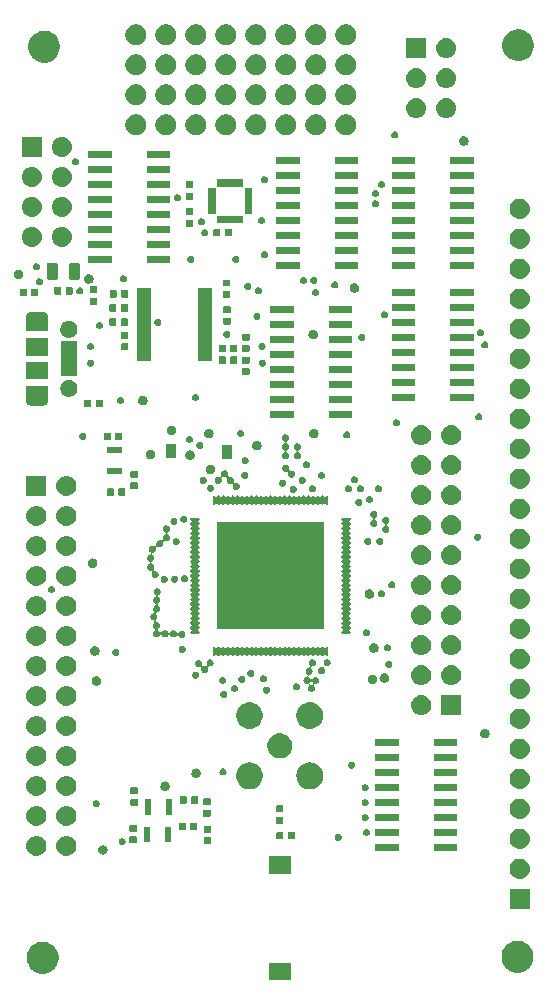
<source format=gbr>
%TF.GenerationSoftware,KiCad,Pcbnew,(5.0.2)-1*%
%TF.CreationDate,2021-04-28T15:39:28-07:00*%
%TF.ProjectId,Spock,53706f63-6b2e-46b6-9963-61645f706362,rev?*%
%TF.SameCoordinates,Original*%
%TF.FileFunction,Soldermask,Top*%
%TF.FilePolarity,Negative*%
%FSLAX46Y46*%
G04 Gerber Fmt 4.6, Leading zero omitted, Abs format (unit mm)*
G04 Created by KiCad (PCBNEW (5.0.2)-1) date 4/28/2021 3:39:28 PM*
%MOMM*%
%LPD*%
G01*
G04 APERTURE LIST*
%ADD10C,0.100000*%
G04 APERTURE END LIST*
D10*
G36*
X213396400Y-139260400D02*
X211596400Y-139260400D01*
X211596400Y-137760400D01*
X213396400Y-137760400D01*
X213396400Y-139260400D01*
X213396400Y-139260400D01*
G37*
G36*
X192798778Y-136039279D02*
X193044466Y-136141046D01*
X193265578Y-136288789D01*
X193453611Y-136476822D01*
X193601354Y-136697934D01*
X193703121Y-136943622D01*
X193755000Y-137204435D01*
X193755000Y-137470365D01*
X193703121Y-137731178D01*
X193601354Y-137976866D01*
X193453611Y-138197978D01*
X193265578Y-138386011D01*
X193044466Y-138533754D01*
X192798778Y-138635521D01*
X192537965Y-138687400D01*
X192272035Y-138687400D01*
X192011222Y-138635521D01*
X191765534Y-138533754D01*
X191544422Y-138386011D01*
X191356389Y-138197978D01*
X191208646Y-137976866D01*
X191106879Y-137731178D01*
X191055000Y-137470365D01*
X191055000Y-137204435D01*
X191106879Y-136943622D01*
X191208646Y-136697934D01*
X191356389Y-136476822D01*
X191544422Y-136288789D01*
X191765534Y-136141046D01*
X192011222Y-136039279D01*
X192272035Y-135987400D01*
X192537965Y-135987400D01*
X192798778Y-136039279D01*
X192798778Y-136039279D01*
G37*
G36*
X233001898Y-135954389D02*
X233247586Y-136056156D01*
X233468698Y-136203899D01*
X233656731Y-136391932D01*
X233804474Y-136613044D01*
X233906241Y-136858732D01*
X233958120Y-137119545D01*
X233958120Y-137385475D01*
X233906241Y-137646288D01*
X233804474Y-137891976D01*
X233656731Y-138113088D01*
X233468698Y-138301121D01*
X233247586Y-138448864D01*
X233001898Y-138550631D01*
X232741085Y-138602510D01*
X232475155Y-138602510D01*
X232214342Y-138550631D01*
X231968654Y-138448864D01*
X231747542Y-138301121D01*
X231559509Y-138113088D01*
X231411766Y-137891976D01*
X231309999Y-137646288D01*
X231258120Y-137385475D01*
X231258120Y-137119545D01*
X231309999Y-136858732D01*
X231411766Y-136613044D01*
X231559509Y-136391932D01*
X231747542Y-136203899D01*
X231968654Y-136056156D01*
X232214342Y-135954389D01*
X232475155Y-135902510D01*
X232741085Y-135902510D01*
X233001898Y-135954389D01*
X233001898Y-135954389D01*
G37*
G36*
X233641000Y-133184000D02*
X231941000Y-133184000D01*
X231941000Y-131484000D01*
X233641000Y-131484000D01*
X233641000Y-133184000D01*
X233641000Y-133184000D01*
G37*
G36*
X232957630Y-128956299D02*
X233117855Y-129004903D01*
X233265520Y-129083831D01*
X233394949Y-129190051D01*
X233501169Y-129319480D01*
X233580097Y-129467145D01*
X233628701Y-129627370D01*
X233645112Y-129794000D01*
X233628701Y-129960630D01*
X233580097Y-130120855D01*
X233501169Y-130268520D01*
X233394949Y-130397949D01*
X233265520Y-130504169D01*
X233117855Y-130583097D01*
X232957630Y-130631701D01*
X232832752Y-130644000D01*
X232749248Y-130644000D01*
X232624370Y-130631701D01*
X232464145Y-130583097D01*
X232316480Y-130504169D01*
X232187051Y-130397949D01*
X232080831Y-130268520D01*
X232001903Y-130120855D01*
X231953299Y-129960630D01*
X231936888Y-129794000D01*
X231953299Y-129627370D01*
X232001903Y-129467145D01*
X232080831Y-129319480D01*
X232187051Y-129190051D01*
X232316480Y-129083831D01*
X232464145Y-129004903D01*
X232624370Y-128956299D01*
X232749248Y-128944000D01*
X232832752Y-128944000D01*
X232957630Y-128956299D01*
X232957630Y-128956299D01*
G37*
G36*
X213396400Y-130260400D02*
X211596400Y-130260400D01*
X211596400Y-128760400D01*
X213396400Y-128760400D01*
X213396400Y-130260400D01*
X213396400Y-130260400D01*
G37*
G36*
X192038230Y-127025899D02*
X192198455Y-127074503D01*
X192346120Y-127153431D01*
X192475549Y-127259651D01*
X192581769Y-127389080D01*
X192660697Y-127536745D01*
X192709301Y-127696970D01*
X192725712Y-127863600D01*
X192709301Y-128030230D01*
X192660697Y-128190455D01*
X192581769Y-128338120D01*
X192475549Y-128467549D01*
X192346120Y-128573769D01*
X192198455Y-128652697D01*
X192038230Y-128701301D01*
X191913352Y-128713600D01*
X191829848Y-128713600D01*
X191704970Y-128701301D01*
X191544745Y-128652697D01*
X191397080Y-128573769D01*
X191267651Y-128467549D01*
X191161431Y-128338120D01*
X191082503Y-128190455D01*
X191033899Y-128030230D01*
X191017488Y-127863600D01*
X191033899Y-127696970D01*
X191082503Y-127536745D01*
X191161431Y-127389080D01*
X191267651Y-127259651D01*
X191397080Y-127153431D01*
X191544745Y-127074503D01*
X191704970Y-127025899D01*
X191829848Y-127013600D01*
X191913352Y-127013600D01*
X192038230Y-127025899D01*
X192038230Y-127025899D01*
G37*
G36*
X194578230Y-127025899D02*
X194738455Y-127074503D01*
X194886120Y-127153431D01*
X195015549Y-127259651D01*
X195121769Y-127389080D01*
X195200697Y-127536745D01*
X195249301Y-127696970D01*
X195265712Y-127863600D01*
X195249301Y-128030230D01*
X195200697Y-128190455D01*
X195121769Y-128338120D01*
X195015549Y-128467549D01*
X194886120Y-128573769D01*
X194738455Y-128652697D01*
X194578230Y-128701301D01*
X194453352Y-128713600D01*
X194369848Y-128713600D01*
X194244970Y-128701301D01*
X194084745Y-128652697D01*
X193937080Y-128573769D01*
X193807651Y-128467549D01*
X193701431Y-128338120D01*
X193622503Y-128190455D01*
X193573899Y-128030230D01*
X193557488Y-127863600D01*
X193573899Y-127696970D01*
X193622503Y-127536745D01*
X193701431Y-127389080D01*
X193807651Y-127259651D01*
X193937080Y-127153431D01*
X194084745Y-127074503D01*
X194244970Y-127025899D01*
X194369848Y-127013600D01*
X194453352Y-127013600D01*
X194578230Y-127025899D01*
X194578230Y-127025899D01*
G37*
G36*
X197607213Y-127808000D02*
X197624758Y-127811490D01*
X197697550Y-127841641D01*
X197697553Y-127841643D01*
X197721957Y-127857949D01*
X197763071Y-127885421D01*
X197818779Y-127941129D01*
X197862559Y-128006650D01*
X197892710Y-128079442D01*
X197895149Y-128091701D01*
X197908082Y-128156722D01*
X197908082Y-128235514D01*
X197892710Y-128312794D01*
X197862559Y-128385586D01*
X197818779Y-128451107D01*
X197763071Y-128506815D01*
X197697550Y-128550595D01*
X197641602Y-128573769D01*
X197624758Y-128580746D01*
X197547479Y-128596118D01*
X197468685Y-128596118D01*
X197391406Y-128580746D01*
X197374562Y-128573769D01*
X197318614Y-128550595D01*
X197253093Y-128506815D01*
X197197385Y-128451107D01*
X197153605Y-128385586D01*
X197123454Y-128312794D01*
X197108082Y-128235514D01*
X197108082Y-128156722D01*
X197121016Y-128091701D01*
X197123454Y-128079442D01*
X197153605Y-128006650D01*
X197197385Y-127941129D01*
X197253093Y-127885421D01*
X197294208Y-127857949D01*
X197318611Y-127841643D01*
X197318614Y-127841641D01*
X197391406Y-127811490D01*
X197408951Y-127808000D01*
X197468685Y-127796118D01*
X197547479Y-127796118D01*
X197607213Y-127808000D01*
X197607213Y-127808000D01*
G37*
G36*
X227488000Y-128316000D02*
X225518000Y-128316000D01*
X225518000Y-127716000D01*
X227488000Y-127716000D01*
X227488000Y-128316000D01*
X227488000Y-128316000D01*
G37*
G36*
X222538000Y-128316000D02*
X220568000Y-128316000D01*
X220568000Y-127716000D01*
X222538000Y-127716000D01*
X222538000Y-128316000D01*
X222538000Y-128316000D01*
G37*
G36*
X232957630Y-126416299D02*
X233117855Y-126464903D01*
X233265520Y-126543831D01*
X233394949Y-126650051D01*
X233501169Y-126779480D01*
X233580097Y-126927145D01*
X233628701Y-127087370D01*
X233645112Y-127254000D01*
X233628701Y-127420630D01*
X233580097Y-127580855D01*
X233501169Y-127728520D01*
X233394949Y-127857949D01*
X233265520Y-127964169D01*
X233117855Y-128043097D01*
X232957630Y-128091701D01*
X232832752Y-128104000D01*
X232749248Y-128104000D01*
X232624370Y-128091701D01*
X232464145Y-128043097D01*
X232316480Y-127964169D01*
X232187051Y-127857949D01*
X232080831Y-127728520D01*
X232001903Y-127580855D01*
X231953299Y-127420630D01*
X231936888Y-127254000D01*
X231953299Y-127087370D01*
X232001903Y-126927145D01*
X232080831Y-126779480D01*
X232187051Y-126650051D01*
X232316480Y-126543831D01*
X232464145Y-126464903D01*
X232624370Y-126416299D01*
X232749248Y-126404000D01*
X232832752Y-126404000D01*
X232957630Y-126416299D01*
X232957630Y-126416299D01*
G37*
G36*
X199223507Y-127219528D02*
X199278103Y-127242143D01*
X199327239Y-127274974D01*
X199369026Y-127316761D01*
X199401857Y-127365897D01*
X199424472Y-127420493D01*
X199436000Y-127478453D01*
X199436000Y-127537547D01*
X199424472Y-127595507D01*
X199401857Y-127650103D01*
X199369026Y-127699239D01*
X199327239Y-127741026D01*
X199278103Y-127773857D01*
X199223507Y-127796472D01*
X199165547Y-127808000D01*
X199106453Y-127808000D01*
X199048493Y-127796472D01*
X198993897Y-127773857D01*
X198944761Y-127741026D01*
X198902974Y-127699239D01*
X198870143Y-127650103D01*
X198847528Y-127595507D01*
X198836000Y-127537547D01*
X198836000Y-127478453D01*
X198847528Y-127420493D01*
X198870143Y-127365897D01*
X198902974Y-127316761D01*
X198944761Y-127274974D01*
X198993897Y-127242143D01*
X199048493Y-127219528D01*
X199106453Y-127208000D01*
X199165547Y-127208000D01*
X199223507Y-127219528D01*
X199223507Y-127219528D01*
G37*
G36*
X206599017Y-127143390D02*
X206614852Y-127148194D01*
X206629440Y-127155991D01*
X206642230Y-127166488D01*
X206652727Y-127179278D01*
X206660524Y-127193866D01*
X206665328Y-127209701D01*
X206667554Y-127232304D01*
X206667554Y-127640024D01*
X206665328Y-127662627D01*
X206660524Y-127678462D01*
X206652727Y-127693050D01*
X206642230Y-127705840D01*
X206629440Y-127716337D01*
X206614852Y-127724134D01*
X206599017Y-127728938D01*
X206576414Y-127731164D01*
X206118694Y-127731164D01*
X206096091Y-127728938D01*
X206080256Y-127724134D01*
X206065668Y-127716337D01*
X206052878Y-127705840D01*
X206042381Y-127693050D01*
X206034584Y-127678462D01*
X206029780Y-127662627D01*
X206027554Y-127640024D01*
X206027554Y-127232304D01*
X206029780Y-127209701D01*
X206034584Y-127193866D01*
X206042381Y-127179278D01*
X206052878Y-127166488D01*
X206065668Y-127155991D01*
X206080256Y-127148194D01*
X206096091Y-127143390D01*
X206118694Y-127141164D01*
X206576414Y-127141164D01*
X206599017Y-127143390D01*
X206599017Y-127143390D01*
G37*
G36*
X200320137Y-127065226D02*
X200335972Y-127070030D01*
X200350560Y-127077827D01*
X200363350Y-127088324D01*
X200373847Y-127101114D01*
X200381644Y-127115702D01*
X200386448Y-127131537D01*
X200388674Y-127154140D01*
X200388674Y-127561860D01*
X200386448Y-127584463D01*
X200381644Y-127600298D01*
X200373847Y-127614886D01*
X200363350Y-127627676D01*
X200350560Y-127638173D01*
X200335972Y-127645970D01*
X200320137Y-127650774D01*
X200297534Y-127653000D01*
X199839814Y-127653000D01*
X199817211Y-127650774D01*
X199801376Y-127645970D01*
X199786788Y-127638173D01*
X199773998Y-127627676D01*
X199763501Y-127614886D01*
X199755704Y-127600298D01*
X199750900Y-127584463D01*
X199748674Y-127561860D01*
X199748674Y-127154140D01*
X199750900Y-127131537D01*
X199755704Y-127115702D01*
X199763501Y-127101114D01*
X199773998Y-127088324D01*
X199786788Y-127077827D01*
X199801376Y-127070030D01*
X199817211Y-127065226D01*
X199839814Y-127063000D01*
X200297534Y-127063000D01*
X200320137Y-127065226D01*
X200320137Y-127065226D01*
G37*
G36*
X201457553Y-127557163D02*
X200957553Y-127557163D01*
X200957553Y-126257163D01*
X201457553Y-126257163D01*
X201457553Y-127557163D01*
X201457553Y-127557163D01*
G37*
G36*
X203257553Y-127557163D02*
X202757553Y-127557163D01*
X202757553Y-126257163D01*
X203257553Y-126257163D01*
X203257553Y-127557163D01*
X203257553Y-127557163D01*
G37*
G36*
X217511507Y-126838528D02*
X217566103Y-126861143D01*
X217615239Y-126893974D01*
X217657026Y-126935761D01*
X217689857Y-126984897D01*
X217712472Y-127039493D01*
X217724000Y-127097453D01*
X217724000Y-127156547D01*
X217712472Y-127214507D01*
X217689857Y-127269103D01*
X217657026Y-127318239D01*
X217615239Y-127360026D01*
X217566103Y-127392857D01*
X217511507Y-127415472D01*
X217453547Y-127427000D01*
X217394453Y-127427000D01*
X217336493Y-127415472D01*
X217281897Y-127392857D01*
X217232761Y-127360026D01*
X217190974Y-127318239D01*
X217158143Y-127269103D01*
X217135528Y-127214507D01*
X217124000Y-127156547D01*
X217124000Y-127097453D01*
X217135528Y-127039493D01*
X217158143Y-126984897D01*
X217190974Y-126935761D01*
X217232761Y-126893974D01*
X217281897Y-126861143D01*
X217336493Y-126838528D01*
X217394453Y-126827000D01*
X217453547Y-126827000D01*
X217511507Y-126838528D01*
X217511507Y-126838528D01*
G37*
G36*
X212720463Y-126682226D02*
X212736298Y-126687030D01*
X212750886Y-126694827D01*
X212763676Y-126705324D01*
X212774173Y-126718114D01*
X212781970Y-126732702D01*
X212786774Y-126748537D01*
X212789000Y-126771140D01*
X212789000Y-127228860D01*
X212786774Y-127251463D01*
X212781970Y-127267298D01*
X212774173Y-127281886D01*
X212763676Y-127294676D01*
X212750886Y-127305173D01*
X212736298Y-127312970D01*
X212720463Y-127317774D01*
X212697860Y-127320000D01*
X212290140Y-127320000D01*
X212267537Y-127317774D01*
X212251702Y-127312970D01*
X212237114Y-127305173D01*
X212224324Y-127294676D01*
X212213827Y-127281886D01*
X212206030Y-127267298D01*
X212201226Y-127251463D01*
X212199000Y-127228860D01*
X212199000Y-126771140D01*
X212201226Y-126748537D01*
X212206030Y-126732702D01*
X212213827Y-126718114D01*
X212224324Y-126705324D01*
X212237114Y-126694827D01*
X212251702Y-126687030D01*
X212267537Y-126682226D01*
X212290140Y-126680000D01*
X212697860Y-126680000D01*
X212720463Y-126682226D01*
X212720463Y-126682226D01*
G37*
G36*
X213690463Y-126682226D02*
X213706298Y-126687030D01*
X213720886Y-126694827D01*
X213733676Y-126705324D01*
X213744173Y-126718114D01*
X213751970Y-126732702D01*
X213756774Y-126748537D01*
X213759000Y-126771140D01*
X213759000Y-127228860D01*
X213756774Y-127251463D01*
X213751970Y-127267298D01*
X213744173Y-127281886D01*
X213733676Y-127294676D01*
X213720886Y-127305173D01*
X213706298Y-127312970D01*
X213690463Y-127317774D01*
X213667860Y-127320000D01*
X213260140Y-127320000D01*
X213237537Y-127317774D01*
X213221702Y-127312970D01*
X213207114Y-127305173D01*
X213194324Y-127294676D01*
X213183827Y-127281886D01*
X213176030Y-127267298D01*
X213171226Y-127251463D01*
X213169000Y-127228860D01*
X213169000Y-126771140D01*
X213171226Y-126748537D01*
X213176030Y-126732702D01*
X213183827Y-126718114D01*
X213194324Y-126705324D01*
X213207114Y-126694827D01*
X213221702Y-126687030D01*
X213237537Y-126682226D01*
X213260140Y-126680000D01*
X213667860Y-126680000D01*
X213690463Y-126682226D01*
X213690463Y-126682226D01*
G37*
G36*
X222538000Y-127046000D02*
X220568000Y-127046000D01*
X220568000Y-126446000D01*
X222538000Y-126446000D01*
X222538000Y-127046000D01*
X222538000Y-127046000D01*
G37*
G36*
X227488000Y-127046000D02*
X225518000Y-127046000D01*
X225518000Y-126446000D01*
X227488000Y-126446000D01*
X227488000Y-127046000D01*
X227488000Y-127046000D01*
G37*
G36*
X219899107Y-126432128D02*
X219953703Y-126454743D01*
X220002839Y-126487574D01*
X220044626Y-126529361D01*
X220077457Y-126578497D01*
X220100072Y-126633093D01*
X220111600Y-126691053D01*
X220111600Y-126750147D01*
X220100072Y-126808107D01*
X220077457Y-126862703D01*
X220044626Y-126911839D01*
X220002839Y-126953626D01*
X219953703Y-126986457D01*
X219899107Y-127009072D01*
X219841147Y-127020600D01*
X219782053Y-127020600D01*
X219724093Y-127009072D01*
X219669497Y-126986457D01*
X219620361Y-126953626D01*
X219578574Y-126911839D01*
X219545743Y-126862703D01*
X219523128Y-126808107D01*
X219511600Y-126750147D01*
X219511600Y-126691053D01*
X219523128Y-126633093D01*
X219545743Y-126578497D01*
X219578574Y-126529361D01*
X219620361Y-126487574D01*
X219669497Y-126454743D01*
X219724093Y-126432128D01*
X219782053Y-126420600D01*
X219841147Y-126420600D01*
X219899107Y-126432128D01*
X219899107Y-126432128D01*
G37*
G36*
X206599017Y-126173390D02*
X206614852Y-126178194D01*
X206629440Y-126185991D01*
X206642230Y-126196488D01*
X206652727Y-126209278D01*
X206660524Y-126223866D01*
X206665328Y-126239701D01*
X206667554Y-126262304D01*
X206667554Y-126670024D01*
X206665328Y-126692627D01*
X206660524Y-126708462D01*
X206652727Y-126723050D01*
X206642230Y-126735840D01*
X206629440Y-126746337D01*
X206614852Y-126754134D01*
X206599017Y-126758938D01*
X206576414Y-126761164D01*
X206118694Y-126761164D01*
X206096091Y-126758938D01*
X206080256Y-126754134D01*
X206065668Y-126746337D01*
X206052878Y-126735840D01*
X206042381Y-126723050D01*
X206034584Y-126708462D01*
X206029780Y-126692627D01*
X206027554Y-126670024D01*
X206027554Y-126262304D01*
X206029780Y-126239701D01*
X206034584Y-126223866D01*
X206042381Y-126209278D01*
X206052878Y-126196488D01*
X206065668Y-126185991D01*
X206080256Y-126178194D01*
X206096091Y-126173390D01*
X206118694Y-126171164D01*
X206576414Y-126171164D01*
X206599017Y-126173390D01*
X206599017Y-126173390D01*
G37*
G36*
X200320137Y-126095226D02*
X200335972Y-126100030D01*
X200350560Y-126107827D01*
X200363350Y-126118324D01*
X200373847Y-126131114D01*
X200381644Y-126145702D01*
X200386448Y-126161537D01*
X200388674Y-126184140D01*
X200388674Y-126591860D01*
X200386448Y-126614463D01*
X200381644Y-126630298D01*
X200373847Y-126644886D01*
X200363350Y-126657676D01*
X200350560Y-126668173D01*
X200335972Y-126675970D01*
X200320137Y-126680774D01*
X200297534Y-126683000D01*
X199839814Y-126683000D01*
X199817211Y-126680774D01*
X199801376Y-126675970D01*
X199786788Y-126668173D01*
X199773998Y-126657676D01*
X199763501Y-126644886D01*
X199755704Y-126630298D01*
X199750900Y-126614463D01*
X199748674Y-126591860D01*
X199748674Y-126184140D01*
X199750900Y-126161537D01*
X199755704Y-126145702D01*
X199763501Y-126131114D01*
X199773998Y-126118324D01*
X199786788Y-126107827D01*
X199801376Y-126100030D01*
X199817211Y-126095226D01*
X199839814Y-126093000D01*
X200297534Y-126093000D01*
X200320137Y-126095226D01*
X200320137Y-126095226D01*
G37*
G36*
X204438017Y-125920226D02*
X204453852Y-125925030D01*
X204468440Y-125932827D01*
X204481230Y-125943324D01*
X204491727Y-125956114D01*
X204499524Y-125970702D01*
X204504328Y-125986537D01*
X204506554Y-126009140D01*
X204506554Y-126466860D01*
X204504328Y-126489463D01*
X204499524Y-126505298D01*
X204491727Y-126519886D01*
X204481230Y-126532676D01*
X204468440Y-126543173D01*
X204453852Y-126550970D01*
X204438017Y-126555774D01*
X204415414Y-126558000D01*
X204007694Y-126558000D01*
X203985091Y-126555774D01*
X203969256Y-126550970D01*
X203954668Y-126543173D01*
X203941878Y-126532676D01*
X203931381Y-126519886D01*
X203923584Y-126505298D01*
X203918780Y-126489463D01*
X203916554Y-126466860D01*
X203916554Y-126009140D01*
X203918780Y-125986537D01*
X203923584Y-125970702D01*
X203931381Y-125956114D01*
X203941878Y-125943324D01*
X203954668Y-125932827D01*
X203969256Y-125925030D01*
X203985091Y-125920226D01*
X204007694Y-125918000D01*
X204415414Y-125918000D01*
X204438017Y-125920226D01*
X204438017Y-125920226D01*
G37*
G36*
X205408017Y-125920226D02*
X205423852Y-125925030D01*
X205438440Y-125932827D01*
X205451230Y-125943324D01*
X205461727Y-125956114D01*
X205469524Y-125970702D01*
X205474328Y-125986537D01*
X205476554Y-126009140D01*
X205476554Y-126466860D01*
X205474328Y-126489463D01*
X205469524Y-126505298D01*
X205461727Y-126519886D01*
X205451230Y-126532676D01*
X205438440Y-126543173D01*
X205423852Y-126550970D01*
X205408017Y-126555774D01*
X205385414Y-126558000D01*
X204977694Y-126558000D01*
X204955091Y-126555774D01*
X204939256Y-126550970D01*
X204924668Y-126543173D01*
X204911878Y-126532676D01*
X204901381Y-126519886D01*
X204893584Y-126505298D01*
X204888780Y-126489463D01*
X204886554Y-126466860D01*
X204886554Y-126009140D01*
X204888780Y-125986537D01*
X204893584Y-125970702D01*
X204901381Y-125956114D01*
X204911878Y-125943324D01*
X204924668Y-125932827D01*
X204939256Y-125925030D01*
X204955091Y-125920226D01*
X204977694Y-125918000D01*
X205385414Y-125918000D01*
X205408017Y-125920226D01*
X205408017Y-125920226D01*
G37*
G36*
X194578230Y-124485899D02*
X194738455Y-124534503D01*
X194886120Y-124613431D01*
X195015549Y-124719651D01*
X195121769Y-124849080D01*
X195200697Y-124996745D01*
X195249301Y-125156970D01*
X195265712Y-125323600D01*
X195249301Y-125490230D01*
X195200697Y-125650455D01*
X195121769Y-125798120D01*
X195015549Y-125927549D01*
X194886120Y-126033769D01*
X194738455Y-126112697D01*
X194578230Y-126161301D01*
X194453352Y-126173600D01*
X194369848Y-126173600D01*
X194244970Y-126161301D01*
X194084745Y-126112697D01*
X193937080Y-126033769D01*
X193807651Y-125927549D01*
X193701431Y-125798120D01*
X193622503Y-125650455D01*
X193573899Y-125490230D01*
X193557488Y-125323600D01*
X193573899Y-125156970D01*
X193622503Y-124996745D01*
X193701431Y-124849080D01*
X193807651Y-124719651D01*
X193937080Y-124613431D01*
X194084745Y-124534503D01*
X194244970Y-124485899D01*
X194369848Y-124473600D01*
X194453352Y-124473600D01*
X194578230Y-124485899D01*
X194578230Y-124485899D01*
G37*
G36*
X192038230Y-124485899D02*
X192198455Y-124534503D01*
X192346120Y-124613431D01*
X192475549Y-124719651D01*
X192581769Y-124849080D01*
X192660697Y-124996745D01*
X192709301Y-125156970D01*
X192725712Y-125323600D01*
X192709301Y-125490230D01*
X192660697Y-125650455D01*
X192581769Y-125798120D01*
X192475549Y-125927549D01*
X192346120Y-126033769D01*
X192198455Y-126112697D01*
X192038230Y-126161301D01*
X191913352Y-126173600D01*
X191829848Y-126173600D01*
X191704970Y-126161301D01*
X191544745Y-126112697D01*
X191397080Y-126033769D01*
X191267651Y-125927549D01*
X191161431Y-125798120D01*
X191082503Y-125650455D01*
X191033899Y-125490230D01*
X191017488Y-125323600D01*
X191033899Y-125156970D01*
X191082503Y-124996745D01*
X191161431Y-124849080D01*
X191267651Y-124719651D01*
X191397080Y-124613431D01*
X191544745Y-124534503D01*
X191704970Y-124485899D01*
X191829848Y-124473600D01*
X191913352Y-124473600D01*
X192038230Y-124485899D01*
X192038230Y-124485899D01*
G37*
G36*
X212722463Y-125414226D02*
X212738298Y-125419030D01*
X212752886Y-125426827D01*
X212765676Y-125437324D01*
X212776173Y-125450114D01*
X212783970Y-125464702D01*
X212788774Y-125480537D01*
X212791000Y-125503140D01*
X212791000Y-125910860D01*
X212788774Y-125933463D01*
X212783970Y-125949298D01*
X212776173Y-125963886D01*
X212765676Y-125976676D01*
X212752886Y-125987173D01*
X212738298Y-125994970D01*
X212722463Y-125999774D01*
X212699860Y-126002000D01*
X212242140Y-126002000D01*
X212219537Y-125999774D01*
X212203702Y-125994970D01*
X212189114Y-125987173D01*
X212176324Y-125976676D01*
X212165827Y-125963886D01*
X212158030Y-125949298D01*
X212153226Y-125933463D01*
X212151000Y-125910860D01*
X212151000Y-125503140D01*
X212153226Y-125480537D01*
X212158030Y-125464702D01*
X212165827Y-125450114D01*
X212176324Y-125437324D01*
X212189114Y-125426827D01*
X212203702Y-125419030D01*
X212219537Y-125414226D01*
X212242140Y-125412000D01*
X212699860Y-125412000D01*
X212722463Y-125414226D01*
X212722463Y-125414226D01*
G37*
G36*
X227488000Y-125776000D02*
X225518000Y-125776000D01*
X225518000Y-125176000D01*
X227488000Y-125176000D01*
X227488000Y-125776000D01*
X227488000Y-125776000D01*
G37*
G36*
X222538000Y-125776000D02*
X220568000Y-125776000D01*
X220568000Y-125176000D01*
X222538000Y-125176000D01*
X222538000Y-125776000D01*
X222538000Y-125776000D01*
G37*
G36*
X219797507Y-125187528D02*
X219852103Y-125210143D01*
X219901239Y-125242974D01*
X219943026Y-125284761D01*
X219975857Y-125333897D01*
X219998472Y-125388493D01*
X220010000Y-125446453D01*
X220010000Y-125505547D01*
X219998472Y-125563507D01*
X219975857Y-125618103D01*
X219943026Y-125667239D01*
X219901239Y-125709026D01*
X219852103Y-125741857D01*
X219797507Y-125764472D01*
X219739547Y-125776000D01*
X219680453Y-125776000D01*
X219622493Y-125764472D01*
X219567897Y-125741857D01*
X219518761Y-125709026D01*
X219476974Y-125667239D01*
X219444143Y-125618103D01*
X219421528Y-125563507D01*
X219410000Y-125505547D01*
X219410000Y-125446453D01*
X219421528Y-125388493D01*
X219444143Y-125333897D01*
X219476974Y-125284761D01*
X219518761Y-125242974D01*
X219567897Y-125210143D01*
X219622493Y-125187528D01*
X219680453Y-125176000D01*
X219739547Y-125176000D01*
X219797507Y-125187528D01*
X219797507Y-125187528D01*
G37*
G36*
X232957630Y-123876299D02*
X233117855Y-123924903D01*
X233265520Y-124003831D01*
X233394949Y-124110051D01*
X233501169Y-124239480D01*
X233580097Y-124387145D01*
X233628701Y-124547370D01*
X233645112Y-124714000D01*
X233628701Y-124880630D01*
X233580097Y-125040855D01*
X233501169Y-125188520D01*
X233394949Y-125317949D01*
X233265520Y-125424169D01*
X233117855Y-125503097D01*
X232957630Y-125551701D01*
X232832752Y-125564000D01*
X232749248Y-125564000D01*
X232624370Y-125551701D01*
X232464145Y-125503097D01*
X232316480Y-125424169D01*
X232187051Y-125317949D01*
X232080831Y-125188520D01*
X232001903Y-125040855D01*
X231953299Y-124880630D01*
X231936888Y-124714000D01*
X231953299Y-124547370D01*
X232001903Y-124387145D01*
X232080831Y-124239480D01*
X232187051Y-124110051D01*
X232316480Y-124003831D01*
X232464145Y-123924903D01*
X232624370Y-123876299D01*
X232749248Y-123864000D01*
X232832752Y-123864000D01*
X232957630Y-123876299D01*
X232957630Y-123876299D01*
G37*
G36*
X206555343Y-124813716D02*
X206571178Y-124818520D01*
X206585766Y-124826317D01*
X206598556Y-124836814D01*
X206609053Y-124849604D01*
X206616850Y-124864192D01*
X206621654Y-124880027D01*
X206623880Y-124902630D01*
X206623880Y-125310350D01*
X206621654Y-125332953D01*
X206616850Y-125348788D01*
X206609053Y-125363376D01*
X206598556Y-125376166D01*
X206585766Y-125386663D01*
X206571178Y-125394460D01*
X206555343Y-125399264D01*
X206532740Y-125401490D01*
X206075020Y-125401490D01*
X206052417Y-125399264D01*
X206036582Y-125394460D01*
X206021994Y-125386663D01*
X206009204Y-125376166D01*
X205998707Y-125363376D01*
X205990910Y-125348788D01*
X205986106Y-125332953D01*
X205983880Y-125310350D01*
X205983880Y-124902630D01*
X205986106Y-124880027D01*
X205990910Y-124864192D01*
X205998707Y-124849604D01*
X206009204Y-124836814D01*
X206021994Y-124826317D01*
X206036582Y-124818520D01*
X206052417Y-124813716D01*
X206075020Y-124811490D01*
X206532740Y-124811490D01*
X206555343Y-124813716D01*
X206555343Y-124813716D01*
G37*
G36*
X201563879Y-125227489D02*
X201063879Y-125227489D01*
X201063879Y-123927489D01*
X201563879Y-123927489D01*
X201563879Y-125227489D01*
X201563879Y-125227489D01*
G37*
G36*
X203363879Y-125227489D02*
X202863879Y-125227489D01*
X202863879Y-123927489D01*
X203363879Y-123927489D01*
X203363879Y-125227489D01*
X203363879Y-125227489D01*
G37*
G36*
X212722463Y-124444226D02*
X212738298Y-124449030D01*
X212752886Y-124456827D01*
X212765676Y-124467324D01*
X212776173Y-124480114D01*
X212783970Y-124494702D01*
X212788774Y-124510537D01*
X212791000Y-124533140D01*
X212791000Y-124940860D01*
X212788774Y-124963463D01*
X212783970Y-124979298D01*
X212776173Y-124993886D01*
X212765676Y-125006676D01*
X212752886Y-125017173D01*
X212738298Y-125024970D01*
X212722463Y-125029774D01*
X212699860Y-125032000D01*
X212242140Y-125032000D01*
X212219537Y-125029774D01*
X212203702Y-125024970D01*
X212189114Y-125017173D01*
X212176324Y-125006676D01*
X212165827Y-124993886D01*
X212158030Y-124979298D01*
X212153226Y-124963463D01*
X212151000Y-124940860D01*
X212151000Y-124533140D01*
X212153226Y-124510537D01*
X212158030Y-124494702D01*
X212165827Y-124480114D01*
X212176324Y-124467324D01*
X212189114Y-124456827D01*
X212203702Y-124449030D01*
X212219537Y-124444226D01*
X212242140Y-124442000D01*
X212699860Y-124442000D01*
X212722463Y-124444226D01*
X212722463Y-124444226D01*
G37*
G36*
X197028906Y-124008927D02*
X197083502Y-124031542D01*
X197132638Y-124064373D01*
X197174425Y-124106160D01*
X197207256Y-124155296D01*
X197229871Y-124209892D01*
X197241399Y-124267852D01*
X197241399Y-124326946D01*
X197229871Y-124384906D01*
X197207256Y-124439502D01*
X197174425Y-124488638D01*
X197132638Y-124530425D01*
X197083502Y-124563256D01*
X197028906Y-124585871D01*
X196970946Y-124597399D01*
X196911852Y-124597399D01*
X196853892Y-124585871D01*
X196799296Y-124563256D01*
X196750160Y-124530425D01*
X196708373Y-124488638D01*
X196675542Y-124439502D01*
X196652927Y-124384906D01*
X196641399Y-124326946D01*
X196641399Y-124267852D01*
X196652927Y-124209892D01*
X196675542Y-124155296D01*
X196708373Y-124106160D01*
X196750160Y-124064373D01*
X196799296Y-124031542D01*
X196853892Y-124008927D01*
X196911852Y-123997399D01*
X196970946Y-123997399D01*
X197028906Y-124008927D01*
X197028906Y-124008927D01*
G37*
G36*
X227488000Y-124506000D02*
X225518000Y-124506000D01*
X225518000Y-123906000D01*
X227488000Y-123906000D01*
X227488000Y-124506000D01*
X227488000Y-124506000D01*
G37*
G36*
X219797507Y-123917528D02*
X219852103Y-123940143D01*
X219901239Y-123972974D01*
X219943026Y-124014761D01*
X219975857Y-124063897D01*
X219998472Y-124118493D01*
X220010000Y-124176453D01*
X220010000Y-124235547D01*
X219998472Y-124293507D01*
X219975857Y-124348103D01*
X219943026Y-124397239D01*
X219901239Y-124439026D01*
X219852103Y-124471857D01*
X219797507Y-124494472D01*
X219739547Y-124506000D01*
X219680453Y-124506000D01*
X219622493Y-124494472D01*
X219567897Y-124471857D01*
X219518761Y-124439026D01*
X219476974Y-124397239D01*
X219444143Y-124348103D01*
X219421528Y-124293507D01*
X219410000Y-124235547D01*
X219410000Y-124176453D01*
X219421528Y-124118493D01*
X219444143Y-124063897D01*
X219476974Y-124014761D01*
X219518761Y-123972974D01*
X219567897Y-123940143D01*
X219622493Y-123917528D01*
X219680453Y-123906000D01*
X219739547Y-123906000D01*
X219797507Y-123917528D01*
X219797507Y-123917528D01*
G37*
G36*
X222538000Y-124506000D02*
X220568000Y-124506000D01*
X220568000Y-123906000D01*
X222538000Y-123906000D01*
X222538000Y-124506000D01*
X222538000Y-124506000D01*
G37*
G36*
X200403463Y-123890226D02*
X200419298Y-123895030D01*
X200433886Y-123902827D01*
X200446676Y-123913324D01*
X200457173Y-123926114D01*
X200464970Y-123940702D01*
X200469774Y-123956537D01*
X200472000Y-123979140D01*
X200472000Y-124386860D01*
X200469774Y-124409463D01*
X200464970Y-124425298D01*
X200457173Y-124439886D01*
X200446676Y-124452676D01*
X200433886Y-124463173D01*
X200419298Y-124470970D01*
X200403463Y-124475774D01*
X200380860Y-124478000D01*
X199923140Y-124478000D01*
X199900537Y-124475774D01*
X199884702Y-124470970D01*
X199870114Y-124463173D01*
X199857324Y-124452676D01*
X199846827Y-124439886D01*
X199839030Y-124425298D01*
X199834226Y-124409463D01*
X199832000Y-124386860D01*
X199832000Y-123979140D01*
X199834226Y-123956537D01*
X199839030Y-123940702D01*
X199846827Y-123926114D01*
X199857324Y-123913324D01*
X199870114Y-123902827D01*
X199884702Y-123895030D01*
X199900537Y-123890226D01*
X199923140Y-123888000D01*
X200380860Y-123888000D01*
X200403463Y-123890226D01*
X200403463Y-123890226D01*
G37*
G36*
X206555343Y-123843716D02*
X206571178Y-123848520D01*
X206585766Y-123856317D01*
X206598556Y-123866814D01*
X206609053Y-123879604D01*
X206616850Y-123894192D01*
X206621654Y-123910027D01*
X206623880Y-123932630D01*
X206623880Y-124340350D01*
X206621654Y-124362953D01*
X206616850Y-124378788D01*
X206609053Y-124393376D01*
X206598556Y-124406166D01*
X206585766Y-124416663D01*
X206571178Y-124424460D01*
X206555343Y-124429264D01*
X206532740Y-124431490D01*
X206075020Y-124431490D01*
X206052417Y-124429264D01*
X206036582Y-124424460D01*
X206021994Y-124416663D01*
X206009204Y-124406166D01*
X205998707Y-124393376D01*
X205990910Y-124378788D01*
X205986106Y-124362953D01*
X205983880Y-124340350D01*
X205983880Y-123932630D01*
X205986106Y-123910027D01*
X205990910Y-123894192D01*
X205998707Y-123879604D01*
X206009204Y-123866814D01*
X206021994Y-123856317D01*
X206036582Y-123848520D01*
X206052417Y-123843716D01*
X206075020Y-123841490D01*
X206532740Y-123841490D01*
X206555343Y-123843716D01*
X206555343Y-123843716D01*
G37*
G36*
X205491343Y-123668716D02*
X205507178Y-123673520D01*
X205521766Y-123681317D01*
X205534556Y-123691814D01*
X205545053Y-123704604D01*
X205552850Y-123719192D01*
X205557654Y-123735027D01*
X205559880Y-123757630D01*
X205559880Y-124215350D01*
X205557654Y-124237953D01*
X205552850Y-124253788D01*
X205545053Y-124268376D01*
X205534556Y-124281166D01*
X205521766Y-124291663D01*
X205507178Y-124299460D01*
X205491343Y-124304264D01*
X205468740Y-124306490D01*
X205061020Y-124306490D01*
X205038417Y-124304264D01*
X205022582Y-124299460D01*
X205007994Y-124291663D01*
X204995204Y-124281166D01*
X204984707Y-124268376D01*
X204976910Y-124253788D01*
X204972106Y-124237953D01*
X204969880Y-124215350D01*
X204969880Y-123757630D01*
X204972106Y-123735027D01*
X204976910Y-123719192D01*
X204984707Y-123704604D01*
X204995204Y-123691814D01*
X205007994Y-123681317D01*
X205022582Y-123673520D01*
X205038417Y-123668716D01*
X205061020Y-123666490D01*
X205468740Y-123666490D01*
X205491343Y-123668716D01*
X205491343Y-123668716D01*
G37*
G36*
X204521343Y-123668716D02*
X204537178Y-123673520D01*
X204551766Y-123681317D01*
X204564556Y-123691814D01*
X204575053Y-123704604D01*
X204582850Y-123719192D01*
X204587654Y-123735027D01*
X204589880Y-123757630D01*
X204589880Y-124215350D01*
X204587654Y-124237953D01*
X204582850Y-124253788D01*
X204575053Y-124268376D01*
X204564556Y-124281166D01*
X204551766Y-124291663D01*
X204537178Y-124299460D01*
X204521343Y-124304264D01*
X204498740Y-124306490D01*
X204091020Y-124306490D01*
X204068417Y-124304264D01*
X204052582Y-124299460D01*
X204037994Y-124291663D01*
X204025204Y-124281166D01*
X204014707Y-124268376D01*
X204006910Y-124253788D01*
X204002106Y-124237953D01*
X203999880Y-124215350D01*
X203999880Y-123757630D01*
X204002106Y-123735027D01*
X204006910Y-123719192D01*
X204014707Y-123704604D01*
X204025204Y-123691814D01*
X204037994Y-123681317D01*
X204052582Y-123673520D01*
X204068417Y-123668716D01*
X204091020Y-123666490D01*
X204498740Y-123666490D01*
X204521343Y-123668716D01*
X204521343Y-123668716D01*
G37*
G36*
X194578230Y-121945899D02*
X194738455Y-121994503D01*
X194886120Y-122073431D01*
X195015549Y-122179651D01*
X195121769Y-122309080D01*
X195200697Y-122456745D01*
X195249301Y-122616970D01*
X195265712Y-122783600D01*
X195249301Y-122950230D01*
X195200697Y-123110455D01*
X195121769Y-123258120D01*
X195015549Y-123387549D01*
X194886120Y-123493769D01*
X194738455Y-123572697D01*
X194578230Y-123621301D01*
X194453352Y-123633600D01*
X194369848Y-123633600D01*
X194244970Y-123621301D01*
X194084745Y-123572697D01*
X193937080Y-123493769D01*
X193807651Y-123387549D01*
X193701431Y-123258120D01*
X193622503Y-123110455D01*
X193573899Y-122950230D01*
X193557488Y-122783600D01*
X193573899Y-122616970D01*
X193622503Y-122456745D01*
X193701431Y-122309080D01*
X193807651Y-122179651D01*
X193937080Y-122073431D01*
X194084745Y-121994503D01*
X194244970Y-121945899D01*
X194369848Y-121933600D01*
X194453352Y-121933600D01*
X194578230Y-121945899D01*
X194578230Y-121945899D01*
G37*
G36*
X192038230Y-121945899D02*
X192198455Y-121994503D01*
X192346120Y-122073431D01*
X192475549Y-122179651D01*
X192581769Y-122309080D01*
X192660697Y-122456745D01*
X192709301Y-122616970D01*
X192725712Y-122783600D01*
X192709301Y-122950230D01*
X192660697Y-123110455D01*
X192581769Y-123258120D01*
X192475549Y-123387549D01*
X192346120Y-123493769D01*
X192198455Y-123572697D01*
X192038230Y-123621301D01*
X191913352Y-123633600D01*
X191829848Y-123633600D01*
X191704970Y-123621301D01*
X191544745Y-123572697D01*
X191397080Y-123493769D01*
X191267651Y-123387549D01*
X191161431Y-123258120D01*
X191082503Y-123110455D01*
X191033899Y-122950230D01*
X191017488Y-122783600D01*
X191033899Y-122616970D01*
X191082503Y-122456745D01*
X191161431Y-122309080D01*
X191267651Y-122179651D01*
X191397080Y-122073431D01*
X191544745Y-121994503D01*
X191704970Y-121945899D01*
X191829848Y-121933600D01*
X191913352Y-121933600D01*
X192038230Y-121945899D01*
X192038230Y-121945899D01*
G37*
G36*
X200403463Y-122920226D02*
X200419298Y-122925030D01*
X200433886Y-122932827D01*
X200446676Y-122943324D01*
X200457173Y-122956114D01*
X200464970Y-122970702D01*
X200469774Y-122986537D01*
X200472000Y-123009140D01*
X200472000Y-123416860D01*
X200469774Y-123439463D01*
X200464970Y-123455298D01*
X200457173Y-123469886D01*
X200446676Y-123482676D01*
X200433886Y-123493173D01*
X200419298Y-123500970D01*
X200403463Y-123505774D01*
X200380860Y-123508000D01*
X199923140Y-123508000D01*
X199900537Y-123505774D01*
X199884702Y-123500970D01*
X199870114Y-123493173D01*
X199857324Y-123482676D01*
X199846827Y-123469886D01*
X199839030Y-123455298D01*
X199834226Y-123439463D01*
X199832000Y-123416860D01*
X199832000Y-123009140D01*
X199834226Y-122986537D01*
X199839030Y-122970702D01*
X199846827Y-122956114D01*
X199857324Y-122943324D01*
X199870114Y-122932827D01*
X199884702Y-122925030D01*
X199900537Y-122920226D01*
X199923140Y-122918000D01*
X200380860Y-122918000D01*
X200403463Y-122920226D01*
X200403463Y-122920226D01*
G37*
G36*
X227488000Y-123236000D02*
X225518000Y-123236000D01*
X225518000Y-122636000D01*
X227488000Y-122636000D01*
X227488000Y-123236000D01*
X227488000Y-123236000D01*
G37*
G36*
X222538000Y-123236000D02*
X220568000Y-123236000D01*
X220568000Y-122636000D01*
X222538000Y-122636000D01*
X222538000Y-123236000D01*
X222538000Y-123236000D01*
G37*
G36*
X219797507Y-122647528D02*
X219852103Y-122670143D01*
X219901239Y-122702974D01*
X219943026Y-122744761D01*
X219975857Y-122793897D01*
X219998472Y-122848493D01*
X220010000Y-122906453D01*
X220010000Y-122965547D01*
X219998472Y-123023507D01*
X219975857Y-123078103D01*
X219943026Y-123127239D01*
X219901239Y-123169026D01*
X219852103Y-123201857D01*
X219797507Y-123224472D01*
X219739547Y-123236000D01*
X219680453Y-123236000D01*
X219622493Y-123224472D01*
X219567897Y-123201857D01*
X219518761Y-123169026D01*
X219476974Y-123127239D01*
X219444143Y-123078103D01*
X219421528Y-123023507D01*
X219410000Y-122965547D01*
X219410000Y-122906453D01*
X219421528Y-122848493D01*
X219444143Y-122793897D01*
X219476974Y-122744761D01*
X219518761Y-122702974D01*
X219567897Y-122670143D01*
X219622493Y-122647528D01*
X219680453Y-122636000D01*
X219739547Y-122636000D01*
X219797507Y-122647528D01*
X219797507Y-122647528D01*
G37*
G36*
X202884876Y-122424372D02*
X202957668Y-122454523D01*
X203023189Y-122498303D01*
X203078897Y-122554011D01*
X203122677Y-122619532D01*
X203134684Y-122648520D01*
X203152828Y-122692324D01*
X203168200Y-122769603D01*
X203168200Y-122848397D01*
X203161084Y-122884169D01*
X203152828Y-122925676D01*
X203122677Y-122998468D01*
X203122675Y-122998471D01*
X203084904Y-123055000D01*
X203078897Y-123063989D01*
X203023189Y-123119697D01*
X202957668Y-123163477D01*
X202884876Y-123193628D01*
X202807597Y-123209000D01*
X202728803Y-123209000D01*
X202651524Y-123193628D01*
X202578732Y-123163477D01*
X202513211Y-123119697D01*
X202457503Y-123063989D01*
X202451497Y-123055000D01*
X202413725Y-122998471D01*
X202413723Y-122998468D01*
X202383572Y-122925676D01*
X202375316Y-122884169D01*
X202368200Y-122848397D01*
X202368200Y-122769603D01*
X202383572Y-122692324D01*
X202401716Y-122648520D01*
X202413723Y-122619532D01*
X202457503Y-122554011D01*
X202513211Y-122498303D01*
X202578732Y-122454523D01*
X202651524Y-122424372D01*
X202728803Y-122409000D01*
X202807597Y-122409000D01*
X202884876Y-122424372D01*
X202884876Y-122424372D01*
G37*
G36*
X210086140Y-120815808D02*
X210249150Y-120848233D01*
X210453887Y-120933038D01*
X210603036Y-121032697D01*
X210638148Y-121056158D01*
X210794842Y-121212852D01*
X210794844Y-121212855D01*
X210917962Y-121397113D01*
X211002767Y-121601850D01*
X211031439Y-121745995D01*
X211046000Y-121819196D01*
X211046000Y-122040804D01*
X211039510Y-122073431D01*
X211002767Y-122258150D01*
X210917962Y-122462887D01*
X210802291Y-122636000D01*
X210794842Y-122647148D01*
X210638148Y-122803842D01*
X210638145Y-122803844D01*
X210453887Y-122926962D01*
X210249150Y-123011767D01*
X210086140Y-123044192D01*
X210031804Y-123055000D01*
X209810196Y-123055000D01*
X209755860Y-123044192D01*
X209592850Y-123011767D01*
X209388113Y-122926962D01*
X209203855Y-122803844D01*
X209203852Y-122803842D01*
X209047158Y-122647148D01*
X209039709Y-122636000D01*
X208924038Y-122462887D01*
X208839233Y-122258150D01*
X208802490Y-122073431D01*
X208796000Y-122040804D01*
X208796000Y-121819196D01*
X208810561Y-121745995D01*
X208839233Y-121601850D01*
X208924038Y-121397113D01*
X209047156Y-121212855D01*
X209047158Y-121212852D01*
X209203852Y-121056158D01*
X209238964Y-121032697D01*
X209388113Y-120933038D01*
X209592850Y-120848233D01*
X209755860Y-120815808D01*
X209810196Y-120805000D01*
X210031804Y-120805000D01*
X210086140Y-120815808D01*
X210086140Y-120815808D01*
G37*
G36*
X215186140Y-120815808D02*
X215349150Y-120848233D01*
X215553887Y-120933038D01*
X215703036Y-121032697D01*
X215738148Y-121056158D01*
X215894842Y-121212852D01*
X215894844Y-121212855D01*
X216017962Y-121397113D01*
X216102767Y-121601850D01*
X216131439Y-121745995D01*
X216146000Y-121819196D01*
X216146000Y-122040804D01*
X216139510Y-122073431D01*
X216102767Y-122258150D01*
X216017962Y-122462887D01*
X215902291Y-122636000D01*
X215894842Y-122647148D01*
X215738148Y-122803842D01*
X215738145Y-122803844D01*
X215553887Y-122926962D01*
X215349150Y-123011767D01*
X215186140Y-123044192D01*
X215131804Y-123055000D01*
X214910196Y-123055000D01*
X214855860Y-123044192D01*
X214692850Y-123011767D01*
X214488113Y-122926962D01*
X214303855Y-122803844D01*
X214303852Y-122803842D01*
X214147158Y-122647148D01*
X214139709Y-122636000D01*
X214024038Y-122462887D01*
X213939233Y-122258150D01*
X213902490Y-122073431D01*
X213896000Y-122040804D01*
X213896000Y-121819196D01*
X213910561Y-121745995D01*
X213939233Y-121601850D01*
X214024038Y-121397113D01*
X214147156Y-121212855D01*
X214147158Y-121212852D01*
X214303852Y-121056158D01*
X214338964Y-121032697D01*
X214488113Y-120933038D01*
X214692850Y-120848233D01*
X214855860Y-120815808D01*
X214910196Y-120805000D01*
X215131804Y-120805000D01*
X215186140Y-120815808D01*
X215186140Y-120815808D01*
G37*
G36*
X232957630Y-121336299D02*
X233117855Y-121384903D01*
X233265520Y-121463831D01*
X233394949Y-121570051D01*
X233501169Y-121699480D01*
X233580097Y-121847145D01*
X233628701Y-122007370D01*
X233645112Y-122174000D01*
X233628701Y-122340630D01*
X233580097Y-122500855D01*
X233501169Y-122648520D01*
X233394949Y-122777949D01*
X233265520Y-122884169D01*
X233117855Y-122963097D01*
X232957630Y-123011701D01*
X232832752Y-123024000D01*
X232749248Y-123024000D01*
X232624370Y-123011701D01*
X232464145Y-122963097D01*
X232316480Y-122884169D01*
X232187051Y-122777949D01*
X232080831Y-122648520D01*
X232001903Y-122500855D01*
X231953299Y-122340630D01*
X231936888Y-122174000D01*
X231953299Y-122007370D01*
X232001903Y-121847145D01*
X232080831Y-121699480D01*
X232187051Y-121570051D01*
X232316480Y-121463831D01*
X232464145Y-121384903D01*
X232624370Y-121336299D01*
X232749248Y-121324000D01*
X232832752Y-121324000D01*
X232957630Y-121336299D01*
X232957630Y-121336299D01*
G37*
G36*
X205503707Y-121319471D02*
X205516275Y-121321971D01*
X205589067Y-121352122D01*
X205589070Y-121352124D01*
X205615038Y-121369475D01*
X205654588Y-121395902D01*
X205710296Y-121451610D01*
X205710298Y-121451613D01*
X205710299Y-121451614D01*
X205718462Y-121463831D01*
X205754076Y-121517131D01*
X205784227Y-121589923D01*
X205799599Y-121667203D01*
X205799599Y-121745995D01*
X205784227Y-121823275D01*
X205754076Y-121896067D01*
X205754074Y-121896070D01*
X205720779Y-121945900D01*
X205710296Y-121961588D01*
X205654588Y-122017296D01*
X205589067Y-122061076D01*
X205516275Y-122091227D01*
X205438996Y-122106599D01*
X205360202Y-122106599D01*
X205282923Y-122091227D01*
X205210131Y-122061076D01*
X205144610Y-122017296D01*
X205088902Y-121961588D01*
X205078420Y-121945900D01*
X205045124Y-121896070D01*
X205045122Y-121896067D01*
X205014971Y-121823275D01*
X204999599Y-121745995D01*
X204999599Y-121667203D01*
X205014971Y-121589923D01*
X205045122Y-121517131D01*
X205080736Y-121463831D01*
X205088899Y-121451614D01*
X205088900Y-121451613D01*
X205088902Y-121451610D01*
X205144610Y-121395902D01*
X205184161Y-121369475D01*
X205210128Y-121352124D01*
X205210131Y-121352122D01*
X205282923Y-121321971D01*
X205295491Y-121319471D01*
X205360202Y-121306599D01*
X205438996Y-121306599D01*
X205503707Y-121319471D01*
X205503707Y-121319471D01*
G37*
G36*
X227488000Y-121966000D02*
X225518000Y-121966000D01*
X225518000Y-121366000D01*
X227488000Y-121366000D01*
X227488000Y-121966000D01*
X227488000Y-121966000D01*
G37*
G36*
X222538000Y-121966000D02*
X220568000Y-121966000D01*
X220568000Y-121366000D01*
X222538000Y-121366000D01*
X222538000Y-121966000D01*
X222538000Y-121966000D01*
G37*
G36*
X207757907Y-121314028D02*
X207812503Y-121336643D01*
X207861639Y-121369474D01*
X207903426Y-121411261D01*
X207936257Y-121460397D01*
X207958872Y-121514993D01*
X207970400Y-121572953D01*
X207970400Y-121632047D01*
X207958872Y-121690007D01*
X207936257Y-121744603D01*
X207903426Y-121793739D01*
X207861639Y-121835526D01*
X207812503Y-121868357D01*
X207757907Y-121890972D01*
X207699947Y-121902500D01*
X207640853Y-121902500D01*
X207582893Y-121890972D01*
X207528297Y-121868357D01*
X207479161Y-121835526D01*
X207437374Y-121793739D01*
X207404543Y-121744603D01*
X207381928Y-121690007D01*
X207370400Y-121632047D01*
X207370400Y-121572953D01*
X207381928Y-121514993D01*
X207404543Y-121460397D01*
X207437374Y-121411261D01*
X207479161Y-121369474D01*
X207528297Y-121336643D01*
X207582893Y-121314028D01*
X207640853Y-121302500D01*
X207699947Y-121302500D01*
X207757907Y-121314028D01*
X207757907Y-121314028D01*
G37*
G36*
X218654507Y-120742528D02*
X218709103Y-120765143D01*
X218758239Y-120797974D01*
X218800026Y-120839761D01*
X218832857Y-120888897D01*
X218855472Y-120943493D01*
X218867000Y-121001453D01*
X218867000Y-121060547D01*
X218855472Y-121118507D01*
X218832857Y-121173103D01*
X218800026Y-121222239D01*
X218758239Y-121264026D01*
X218709103Y-121296857D01*
X218654507Y-121319472D01*
X218596547Y-121331000D01*
X218537453Y-121331000D01*
X218479493Y-121319472D01*
X218424897Y-121296857D01*
X218375761Y-121264026D01*
X218333974Y-121222239D01*
X218301143Y-121173103D01*
X218278528Y-121118507D01*
X218267000Y-121060547D01*
X218267000Y-121001453D01*
X218278528Y-120943493D01*
X218301143Y-120888897D01*
X218333974Y-120839761D01*
X218375761Y-120797974D01*
X218424897Y-120765143D01*
X218479493Y-120742528D01*
X218537453Y-120731000D01*
X218596547Y-120731000D01*
X218654507Y-120742528D01*
X218654507Y-120742528D01*
G37*
G36*
X192038230Y-119405899D02*
X192198455Y-119454503D01*
X192346120Y-119533431D01*
X192475549Y-119639651D01*
X192581769Y-119769080D01*
X192660697Y-119916745D01*
X192709301Y-120076970D01*
X192725712Y-120243600D01*
X192709301Y-120410230D01*
X192660697Y-120570455D01*
X192581769Y-120718120D01*
X192475549Y-120847549D01*
X192346120Y-120953769D01*
X192198455Y-121032697D01*
X192038230Y-121081301D01*
X191913352Y-121093600D01*
X191829848Y-121093600D01*
X191704970Y-121081301D01*
X191544745Y-121032697D01*
X191397080Y-120953769D01*
X191267651Y-120847549D01*
X191161431Y-120718120D01*
X191082503Y-120570455D01*
X191033899Y-120410230D01*
X191017488Y-120243600D01*
X191033899Y-120076970D01*
X191082503Y-119916745D01*
X191161431Y-119769080D01*
X191267651Y-119639651D01*
X191397080Y-119533431D01*
X191544745Y-119454503D01*
X191704970Y-119405899D01*
X191829848Y-119393600D01*
X191913352Y-119393600D01*
X192038230Y-119405899D01*
X192038230Y-119405899D01*
G37*
G36*
X194578230Y-119405899D02*
X194738455Y-119454503D01*
X194886120Y-119533431D01*
X195015549Y-119639651D01*
X195121769Y-119769080D01*
X195200697Y-119916745D01*
X195249301Y-120076970D01*
X195265712Y-120243600D01*
X195249301Y-120410230D01*
X195200697Y-120570455D01*
X195121769Y-120718120D01*
X195015549Y-120847549D01*
X194886120Y-120953769D01*
X194738455Y-121032697D01*
X194578230Y-121081301D01*
X194453352Y-121093600D01*
X194369848Y-121093600D01*
X194244970Y-121081301D01*
X194084745Y-121032697D01*
X193937080Y-120953769D01*
X193807651Y-120847549D01*
X193701431Y-120718120D01*
X193622503Y-120570455D01*
X193573899Y-120410230D01*
X193557488Y-120243600D01*
X193573899Y-120076970D01*
X193622503Y-119916745D01*
X193701431Y-119769080D01*
X193807651Y-119639651D01*
X193937080Y-119533431D01*
X194084745Y-119454503D01*
X194244970Y-119405899D01*
X194369848Y-119393600D01*
X194453352Y-119393600D01*
X194578230Y-119405899D01*
X194578230Y-119405899D01*
G37*
G36*
X227488000Y-120696000D02*
X225518000Y-120696000D01*
X225518000Y-120096000D01*
X227488000Y-120096000D01*
X227488000Y-120696000D01*
X227488000Y-120696000D01*
G37*
G36*
X222538000Y-120696000D02*
X220568000Y-120696000D01*
X220568000Y-120096000D01*
X222538000Y-120096000D01*
X222538000Y-120696000D01*
X222538000Y-120696000D01*
G37*
G36*
X232957630Y-118796299D02*
X233117855Y-118844903D01*
X233265520Y-118923831D01*
X233394949Y-119030051D01*
X233501169Y-119159480D01*
X233580097Y-119307145D01*
X233628701Y-119467370D01*
X233645112Y-119634000D01*
X233628701Y-119800630D01*
X233580097Y-119960855D01*
X233501169Y-120108520D01*
X233394949Y-120237949D01*
X233265520Y-120344169D01*
X233117855Y-120423097D01*
X232957630Y-120471701D01*
X232832752Y-120484000D01*
X232749248Y-120484000D01*
X232624370Y-120471701D01*
X232464145Y-120423097D01*
X232316480Y-120344169D01*
X232187051Y-120237949D01*
X232080831Y-120108520D01*
X232001903Y-119960855D01*
X231953299Y-119800630D01*
X231936888Y-119634000D01*
X231953299Y-119467370D01*
X232001903Y-119307145D01*
X232080831Y-119159480D01*
X232187051Y-119030051D01*
X232316480Y-118923831D01*
X232464145Y-118844903D01*
X232624370Y-118796299D01*
X232749248Y-118784000D01*
X232832752Y-118784000D01*
X232957630Y-118796299D01*
X232957630Y-118796299D01*
G37*
G36*
X212596888Y-118334470D02*
X212777274Y-118370350D01*
X212968362Y-118449502D01*
X213140336Y-118564411D01*
X213286589Y-118710664D01*
X213401498Y-118882638D01*
X213480650Y-119073726D01*
X213521000Y-119276584D01*
X213521000Y-119483416D01*
X213480650Y-119686274D01*
X213401498Y-119877362D01*
X213286589Y-120049336D01*
X213140336Y-120195589D01*
X212968362Y-120310498D01*
X212777274Y-120389650D01*
X212596888Y-120425530D01*
X212574417Y-120430000D01*
X212367583Y-120430000D01*
X212345112Y-120425530D01*
X212164726Y-120389650D01*
X211973638Y-120310498D01*
X211801664Y-120195589D01*
X211655411Y-120049336D01*
X211540502Y-119877362D01*
X211461350Y-119686274D01*
X211421000Y-119483416D01*
X211421000Y-119276584D01*
X211461350Y-119073726D01*
X211540502Y-118882638D01*
X211655411Y-118710664D01*
X211801664Y-118564411D01*
X211973638Y-118449502D01*
X212164726Y-118370350D01*
X212345112Y-118334470D01*
X212367583Y-118330000D01*
X212574417Y-118330000D01*
X212596888Y-118334470D01*
X212596888Y-118334470D01*
G37*
G36*
X222538000Y-119426000D02*
X220568000Y-119426000D01*
X220568000Y-118826000D01*
X222538000Y-118826000D01*
X222538000Y-119426000D01*
X222538000Y-119426000D01*
G37*
G36*
X227488000Y-119426000D02*
X225518000Y-119426000D01*
X225518000Y-118826000D01*
X227488000Y-118826000D01*
X227488000Y-119426000D01*
X227488000Y-119426000D01*
G37*
G36*
X229911144Y-117944000D02*
X229961276Y-117953972D01*
X230034068Y-117984123D01*
X230099589Y-118027903D01*
X230155297Y-118083611D01*
X230199077Y-118149132D01*
X230211084Y-118178120D01*
X230229228Y-118221924D01*
X230244600Y-118299203D01*
X230244600Y-118377997D01*
X230237484Y-118413769D01*
X230229228Y-118455276D01*
X230199077Y-118528068D01*
X230155297Y-118593589D01*
X230099589Y-118649297D01*
X230034068Y-118693077D01*
X229961276Y-118723228D01*
X229883997Y-118738600D01*
X229805203Y-118738600D01*
X229727924Y-118723228D01*
X229655132Y-118693077D01*
X229589611Y-118649297D01*
X229533903Y-118593589D01*
X229490123Y-118528068D01*
X229459972Y-118455276D01*
X229451716Y-118413769D01*
X229444600Y-118377997D01*
X229444600Y-118299203D01*
X229459972Y-118221924D01*
X229478116Y-118178120D01*
X229490123Y-118149132D01*
X229533903Y-118083611D01*
X229589611Y-118027903D01*
X229655132Y-117984123D01*
X229727924Y-117953972D01*
X229778056Y-117944000D01*
X229805203Y-117938600D01*
X229883997Y-117938600D01*
X229911144Y-117944000D01*
X229911144Y-117944000D01*
G37*
G36*
X192038230Y-116865899D02*
X192198455Y-116914503D01*
X192346120Y-116993431D01*
X192475549Y-117099651D01*
X192581769Y-117229080D01*
X192660697Y-117376745D01*
X192709301Y-117536970D01*
X192725712Y-117703600D01*
X192709301Y-117870230D01*
X192660697Y-118030455D01*
X192581769Y-118178120D01*
X192475549Y-118307549D01*
X192346120Y-118413769D01*
X192198455Y-118492697D01*
X192038230Y-118541301D01*
X191913352Y-118553600D01*
X191829848Y-118553600D01*
X191704970Y-118541301D01*
X191544745Y-118492697D01*
X191397080Y-118413769D01*
X191267651Y-118307549D01*
X191161431Y-118178120D01*
X191082503Y-118030455D01*
X191033899Y-117870230D01*
X191017488Y-117703600D01*
X191033899Y-117536970D01*
X191082503Y-117376745D01*
X191161431Y-117229080D01*
X191267651Y-117099651D01*
X191397080Y-116993431D01*
X191544745Y-116914503D01*
X191704970Y-116865899D01*
X191829848Y-116853600D01*
X191913352Y-116853600D01*
X192038230Y-116865899D01*
X192038230Y-116865899D01*
G37*
G36*
X194578230Y-116865899D02*
X194738455Y-116914503D01*
X194886120Y-116993431D01*
X195015549Y-117099651D01*
X195121769Y-117229080D01*
X195200697Y-117376745D01*
X195249301Y-117536970D01*
X195265712Y-117703600D01*
X195249301Y-117870230D01*
X195200697Y-118030455D01*
X195121769Y-118178120D01*
X195015549Y-118307549D01*
X194886120Y-118413769D01*
X194738455Y-118492697D01*
X194578230Y-118541301D01*
X194453352Y-118553600D01*
X194369848Y-118553600D01*
X194244970Y-118541301D01*
X194084745Y-118492697D01*
X193937080Y-118413769D01*
X193807651Y-118307549D01*
X193701431Y-118178120D01*
X193622503Y-118030455D01*
X193573899Y-117870230D01*
X193557488Y-117703600D01*
X193573899Y-117536970D01*
X193622503Y-117376745D01*
X193701431Y-117229080D01*
X193807651Y-117099651D01*
X193937080Y-116993431D01*
X194084745Y-116914503D01*
X194244970Y-116865899D01*
X194369848Y-116853600D01*
X194453352Y-116853600D01*
X194578230Y-116865899D01*
X194578230Y-116865899D01*
G37*
G36*
X215186140Y-115715808D02*
X215349150Y-115748233D01*
X215553887Y-115833038D01*
X215553888Y-115833039D01*
X215738148Y-115956158D01*
X215894842Y-116112852D01*
X215894844Y-116112855D01*
X216017962Y-116297113D01*
X216102767Y-116501850D01*
X216146000Y-116719197D01*
X216146000Y-116940803D01*
X216102767Y-117158150D01*
X216017962Y-117362887D01*
X216017961Y-117362888D01*
X215894842Y-117547148D01*
X215738148Y-117703842D01*
X215738145Y-117703844D01*
X215553887Y-117826962D01*
X215349150Y-117911767D01*
X215214251Y-117938600D01*
X215131804Y-117955000D01*
X214910196Y-117955000D01*
X214827749Y-117938600D01*
X214692850Y-117911767D01*
X214488113Y-117826962D01*
X214303855Y-117703844D01*
X214303852Y-117703842D01*
X214147158Y-117547148D01*
X214024039Y-117362888D01*
X214024038Y-117362887D01*
X213939233Y-117158150D01*
X213896000Y-116940803D01*
X213896000Y-116719197D01*
X213939233Y-116501850D01*
X214024038Y-116297113D01*
X214147156Y-116112855D01*
X214147158Y-116112852D01*
X214303852Y-115956158D01*
X214488112Y-115833039D01*
X214488113Y-115833038D01*
X214692850Y-115748233D01*
X214855860Y-115715808D01*
X214910196Y-115705000D01*
X215131804Y-115705000D01*
X215186140Y-115715808D01*
X215186140Y-115715808D01*
G37*
G36*
X210086140Y-115715808D02*
X210249150Y-115748233D01*
X210453887Y-115833038D01*
X210453888Y-115833039D01*
X210638148Y-115956158D01*
X210794842Y-116112852D01*
X210794844Y-116112855D01*
X210917962Y-116297113D01*
X211002767Y-116501850D01*
X211046000Y-116719197D01*
X211046000Y-116940803D01*
X211002767Y-117158150D01*
X210917962Y-117362887D01*
X210917961Y-117362888D01*
X210794842Y-117547148D01*
X210638148Y-117703842D01*
X210638145Y-117703844D01*
X210453887Y-117826962D01*
X210249150Y-117911767D01*
X210114251Y-117938600D01*
X210031804Y-117955000D01*
X209810196Y-117955000D01*
X209727749Y-117938600D01*
X209592850Y-117911767D01*
X209388113Y-117826962D01*
X209203855Y-117703844D01*
X209203852Y-117703842D01*
X209047158Y-117547148D01*
X208924039Y-117362888D01*
X208924038Y-117362887D01*
X208839233Y-117158150D01*
X208796000Y-116940803D01*
X208796000Y-116719197D01*
X208839233Y-116501850D01*
X208924038Y-116297113D01*
X209047156Y-116112855D01*
X209047158Y-116112852D01*
X209203852Y-115956158D01*
X209388112Y-115833039D01*
X209388113Y-115833038D01*
X209592850Y-115748233D01*
X209755860Y-115715808D01*
X209810196Y-115705000D01*
X210031804Y-115705000D01*
X210086140Y-115715808D01*
X210086140Y-115715808D01*
G37*
G36*
X232957630Y-116256299D02*
X233117855Y-116304903D01*
X233265520Y-116383831D01*
X233394949Y-116490051D01*
X233501169Y-116619480D01*
X233580097Y-116767145D01*
X233628701Y-116927370D01*
X233645112Y-117094000D01*
X233628701Y-117260630D01*
X233580097Y-117420855D01*
X233501169Y-117568520D01*
X233394949Y-117697949D01*
X233265520Y-117804169D01*
X233117855Y-117883097D01*
X232957630Y-117931701D01*
X232832752Y-117944000D01*
X232749248Y-117944000D01*
X232624370Y-117931701D01*
X232464145Y-117883097D01*
X232316480Y-117804169D01*
X232187051Y-117697949D01*
X232080831Y-117568520D01*
X232001903Y-117420855D01*
X231953299Y-117260630D01*
X231936888Y-117094000D01*
X231953299Y-116927370D01*
X232001903Y-116767145D01*
X232080831Y-116619480D01*
X232187051Y-116490051D01*
X232316480Y-116383831D01*
X232464145Y-116304903D01*
X232624370Y-116256299D01*
X232749248Y-116244000D01*
X232832752Y-116244000D01*
X232957630Y-116256299D01*
X232957630Y-116256299D01*
G37*
G36*
X224626430Y-115113299D02*
X224786655Y-115161903D01*
X224934320Y-115240831D01*
X225063749Y-115347051D01*
X225169969Y-115476480D01*
X225248897Y-115624145D01*
X225297501Y-115784370D01*
X225313912Y-115951000D01*
X225297501Y-116117630D01*
X225248897Y-116277855D01*
X225169969Y-116425520D01*
X225063749Y-116554949D01*
X224934320Y-116661169D01*
X224786655Y-116740097D01*
X224626430Y-116788701D01*
X224501552Y-116801000D01*
X224418048Y-116801000D01*
X224293170Y-116788701D01*
X224132945Y-116740097D01*
X223985280Y-116661169D01*
X223855851Y-116554949D01*
X223749631Y-116425520D01*
X223670703Y-116277855D01*
X223622099Y-116117630D01*
X223605688Y-115951000D01*
X223622099Y-115784370D01*
X223670703Y-115624145D01*
X223749631Y-115476480D01*
X223855851Y-115347051D01*
X223985280Y-115240831D01*
X224132945Y-115161903D01*
X224293170Y-115113299D01*
X224418048Y-115101000D01*
X224501552Y-115101000D01*
X224626430Y-115113299D01*
X224626430Y-115113299D01*
G37*
G36*
X227849800Y-116801000D02*
X226149800Y-116801000D01*
X226149800Y-115101000D01*
X227849800Y-115101000D01*
X227849800Y-116801000D01*
X227849800Y-116801000D01*
G37*
G36*
X194578230Y-114325899D02*
X194738455Y-114374503D01*
X194886120Y-114453431D01*
X195015549Y-114559651D01*
X195121769Y-114689080D01*
X195200697Y-114836745D01*
X195249301Y-114996970D01*
X195265712Y-115163600D01*
X195249301Y-115330230D01*
X195200697Y-115490455D01*
X195121769Y-115638120D01*
X195015549Y-115767549D01*
X194886120Y-115873769D01*
X194738455Y-115952697D01*
X194578230Y-116001301D01*
X194453352Y-116013600D01*
X194369848Y-116013600D01*
X194244970Y-116001301D01*
X194084745Y-115952697D01*
X193937080Y-115873769D01*
X193807651Y-115767549D01*
X193701431Y-115638120D01*
X193622503Y-115490455D01*
X193573899Y-115330230D01*
X193557488Y-115163600D01*
X193573899Y-114996970D01*
X193622503Y-114836745D01*
X193701431Y-114689080D01*
X193807651Y-114559651D01*
X193937080Y-114453431D01*
X194084745Y-114374503D01*
X194244970Y-114325899D01*
X194369848Y-114313600D01*
X194453352Y-114313600D01*
X194578230Y-114325899D01*
X194578230Y-114325899D01*
G37*
G36*
X192038230Y-114325899D02*
X192198455Y-114374503D01*
X192346120Y-114453431D01*
X192475549Y-114559651D01*
X192581769Y-114689080D01*
X192660697Y-114836745D01*
X192709301Y-114996970D01*
X192725712Y-115163600D01*
X192709301Y-115330230D01*
X192660697Y-115490455D01*
X192581769Y-115638120D01*
X192475549Y-115767549D01*
X192346120Y-115873769D01*
X192198455Y-115952697D01*
X192038230Y-116001301D01*
X191913352Y-116013600D01*
X191829848Y-116013600D01*
X191704970Y-116001301D01*
X191544745Y-115952697D01*
X191397080Y-115873769D01*
X191267651Y-115767549D01*
X191161431Y-115638120D01*
X191082503Y-115490455D01*
X191033899Y-115330230D01*
X191017488Y-115163600D01*
X191033899Y-114996970D01*
X191082503Y-114836745D01*
X191161431Y-114689080D01*
X191267651Y-114559651D01*
X191397080Y-114453431D01*
X191544745Y-114374503D01*
X191704970Y-114325899D01*
X191829848Y-114313600D01*
X191913352Y-114313600D01*
X192038230Y-114325899D01*
X192038230Y-114325899D01*
G37*
G36*
X232957630Y-113716299D02*
X233117855Y-113764903D01*
X233265520Y-113843831D01*
X233394949Y-113950051D01*
X233501169Y-114079480D01*
X233580097Y-114227145D01*
X233628701Y-114387370D01*
X233645112Y-114554000D01*
X233628701Y-114720630D01*
X233580097Y-114880855D01*
X233501169Y-115028520D01*
X233394949Y-115157949D01*
X233265520Y-115264169D01*
X233117855Y-115343097D01*
X232957630Y-115391701D01*
X232832752Y-115404000D01*
X232749248Y-115404000D01*
X232624370Y-115391701D01*
X232464145Y-115343097D01*
X232316480Y-115264169D01*
X232187051Y-115157949D01*
X232080831Y-115028520D01*
X232001903Y-114880855D01*
X231953299Y-114720630D01*
X231936888Y-114554000D01*
X231953299Y-114387370D01*
X232001903Y-114227145D01*
X232080831Y-114079480D01*
X232187051Y-113950051D01*
X232316480Y-113843831D01*
X232464145Y-113764903D01*
X232624370Y-113716299D01*
X232749248Y-113704000D01*
X232832752Y-113704000D01*
X232957630Y-113716299D01*
X232957630Y-113716299D01*
G37*
G36*
X207834107Y-114748128D02*
X207888703Y-114770743D01*
X207937839Y-114803574D01*
X207979626Y-114845361D01*
X208012457Y-114894497D01*
X208035072Y-114949093D01*
X208046600Y-115007053D01*
X208046600Y-115066147D01*
X208035072Y-115124107D01*
X208012457Y-115178703D01*
X207979626Y-115227839D01*
X207937839Y-115269626D01*
X207888703Y-115302457D01*
X207834107Y-115325072D01*
X207776147Y-115336600D01*
X207717053Y-115336600D01*
X207659093Y-115325072D01*
X207604497Y-115302457D01*
X207555361Y-115269626D01*
X207513574Y-115227839D01*
X207480743Y-115178703D01*
X207458128Y-115124107D01*
X207446600Y-115066147D01*
X207446600Y-115007053D01*
X207458128Y-114949093D01*
X207480743Y-114894497D01*
X207513574Y-114845361D01*
X207555361Y-114803574D01*
X207604497Y-114770743D01*
X207659093Y-114748128D01*
X207717053Y-114736600D01*
X207776147Y-114736600D01*
X207834107Y-114748128D01*
X207834107Y-114748128D01*
G37*
G36*
X211440907Y-114392528D02*
X211495503Y-114415143D01*
X211544639Y-114447974D01*
X211586426Y-114489761D01*
X211619257Y-114538897D01*
X211641872Y-114593493D01*
X211653400Y-114651453D01*
X211653400Y-114710547D01*
X211641872Y-114768507D01*
X211619257Y-114823103D01*
X211586426Y-114872239D01*
X211544639Y-114914026D01*
X211495503Y-114946857D01*
X211440907Y-114969472D01*
X211382947Y-114981000D01*
X211323853Y-114981000D01*
X211265893Y-114969472D01*
X211211297Y-114946857D01*
X211162161Y-114914026D01*
X211120374Y-114872239D01*
X211087543Y-114823103D01*
X211064928Y-114768507D01*
X211053400Y-114710547D01*
X211053400Y-114651453D01*
X211064928Y-114593493D01*
X211087543Y-114538897D01*
X211120374Y-114489761D01*
X211162161Y-114447974D01*
X211211297Y-114415143D01*
X211265893Y-114392528D01*
X211323853Y-114381000D01*
X211382947Y-114381000D01*
X211440907Y-114392528D01*
X211440907Y-114392528D01*
G37*
G36*
X208723107Y-114240128D02*
X208777703Y-114262743D01*
X208826839Y-114295574D01*
X208868626Y-114337361D01*
X208901457Y-114386497D01*
X208924072Y-114441093D01*
X208935600Y-114499053D01*
X208935600Y-114558147D01*
X208924072Y-114616107D01*
X208901457Y-114670703D01*
X208868626Y-114719839D01*
X208826839Y-114761626D01*
X208777703Y-114794457D01*
X208723107Y-114817072D01*
X208665147Y-114828600D01*
X208606053Y-114828600D01*
X208548093Y-114817072D01*
X208493497Y-114794457D01*
X208444361Y-114761626D01*
X208402574Y-114719839D01*
X208369743Y-114670703D01*
X208347128Y-114616107D01*
X208335600Y-114558147D01*
X208335600Y-114499053D01*
X208347128Y-114441093D01*
X208369743Y-114386497D01*
X208402574Y-114337361D01*
X208444361Y-114295574D01*
X208493497Y-114262743D01*
X208548093Y-114240128D01*
X208606053Y-114228600D01*
X208665147Y-114228600D01*
X208723107Y-114240128D01*
X208723107Y-114240128D01*
G37*
G36*
X215327107Y-112081128D02*
X215381703Y-112103743D01*
X215430839Y-112136574D01*
X215472626Y-112178361D01*
X215505457Y-112227497D01*
X215528072Y-112282093D01*
X215539600Y-112340053D01*
X215539600Y-112399147D01*
X215528072Y-112457107D01*
X215505457Y-112511703D01*
X215472626Y-112560839D01*
X215430839Y-112602626D01*
X215381703Y-112635457D01*
X215327107Y-112658072D01*
X215280997Y-112667243D01*
X215263367Y-112670750D01*
X215250654Y-112672002D01*
X215227205Y-112679115D01*
X215205594Y-112690666D01*
X215186652Y-112706212D01*
X215171106Y-112725154D01*
X215159555Y-112746765D01*
X215152442Y-112770214D01*
X215150040Y-112794600D01*
X215152442Y-112818986D01*
X215159555Y-112842435D01*
X215171106Y-112864046D01*
X215186647Y-112882982D01*
X215193226Y-112889561D01*
X215226057Y-112938697D01*
X215248672Y-112993293D01*
X215260200Y-113051253D01*
X215260200Y-113110347D01*
X215248672Y-113168307D01*
X215226057Y-113222903D01*
X215193226Y-113272039D01*
X215151439Y-113313826D01*
X215102303Y-113346657D01*
X215047707Y-113369272D01*
X215009235Y-113376924D01*
X214985789Y-113384037D01*
X214964179Y-113395588D01*
X214945237Y-113411134D01*
X214929692Y-113430076D01*
X214918141Y-113451687D01*
X214911028Y-113475136D01*
X214908626Y-113499522D01*
X214911028Y-113523909D01*
X214918142Y-113547358D01*
X214929693Y-113568968D01*
X214945239Y-113587910D01*
X214964173Y-113603449D01*
X214973639Y-113609774D01*
X215015426Y-113651561D01*
X215033822Y-113679093D01*
X215046767Y-113698467D01*
X215062312Y-113717409D01*
X215081254Y-113732954D01*
X215102865Y-113744505D01*
X215126315Y-113751618D01*
X215150701Y-113754020D01*
X215175087Y-113751618D01*
X215198536Y-113744505D01*
X215220147Y-113732953D01*
X215239089Y-113717408D01*
X215254633Y-113698467D01*
X215267578Y-113679093D01*
X215285974Y-113651561D01*
X215327761Y-113609774D01*
X215376897Y-113576943D01*
X215431493Y-113554328D01*
X215489453Y-113542800D01*
X215548547Y-113542800D01*
X215606507Y-113554328D01*
X215661103Y-113576943D01*
X215710239Y-113609774D01*
X215752026Y-113651561D01*
X215784857Y-113700697D01*
X215807472Y-113755293D01*
X215819000Y-113813253D01*
X215819000Y-113872347D01*
X215807472Y-113930307D01*
X215784857Y-113984903D01*
X215752026Y-114034039D01*
X215710239Y-114075826D01*
X215661103Y-114108657D01*
X215606507Y-114131272D01*
X215548547Y-114142800D01*
X215500282Y-114142800D01*
X215475896Y-114145202D01*
X215452447Y-114152315D01*
X215430836Y-114163866D01*
X215411894Y-114179412D01*
X215396348Y-114198354D01*
X215384797Y-114219965D01*
X215377684Y-114243414D01*
X215375282Y-114267800D01*
X215377684Y-114292186D01*
X215384797Y-114315635D01*
X215396348Y-114337246D01*
X215396423Y-114337358D01*
X215396426Y-114337361D01*
X215429257Y-114386497D01*
X215451872Y-114441093D01*
X215463400Y-114499053D01*
X215463400Y-114558147D01*
X215451872Y-114616107D01*
X215429257Y-114670703D01*
X215396426Y-114719839D01*
X215354639Y-114761626D01*
X215305503Y-114794457D01*
X215250907Y-114817072D01*
X215192947Y-114828600D01*
X215133853Y-114828600D01*
X215075893Y-114817072D01*
X215021297Y-114794457D01*
X214972161Y-114761626D01*
X214930374Y-114719839D01*
X214897543Y-114670703D01*
X214874928Y-114616107D01*
X214863400Y-114558147D01*
X214863400Y-114499053D01*
X214874928Y-114441093D01*
X214897543Y-114386497D01*
X214930374Y-114337361D01*
X214930379Y-114337356D01*
X214930798Y-114336729D01*
X214942349Y-114315119D01*
X214949463Y-114291670D01*
X214951865Y-114267283D01*
X214949463Y-114242897D01*
X214942350Y-114219448D01*
X214930799Y-114197837D01*
X214915254Y-114178895D01*
X214896312Y-114163349D01*
X214874702Y-114151798D01*
X214851253Y-114144684D01*
X214826866Y-114142282D01*
X214821604Y-114142800D01*
X214752853Y-114142800D01*
X214694893Y-114131272D01*
X214640297Y-114108657D01*
X214633501Y-114104116D01*
X214993935Y-114104116D01*
X214996336Y-114128502D01*
X215003449Y-114151952D01*
X215015000Y-114173563D01*
X215030545Y-114192505D01*
X215049487Y-114208051D01*
X215071098Y-114219602D01*
X215094547Y-114226716D01*
X215118933Y-114229118D01*
X215124195Y-114228600D01*
X215182118Y-114228600D01*
X215206504Y-114226198D01*
X215229953Y-114219085D01*
X215251564Y-114207534D01*
X215270506Y-114191988D01*
X215286052Y-114173046D01*
X215297603Y-114151435D01*
X215304716Y-114127986D01*
X215307118Y-114103600D01*
X215304716Y-114079214D01*
X215297603Y-114055765D01*
X215286051Y-114034153D01*
X215285976Y-114034041D01*
X215285974Y-114034039D01*
X215254632Y-113987132D01*
X215239088Y-113968191D01*
X215220146Y-113952646D01*
X215198535Y-113941095D01*
X215175086Y-113933982D01*
X215150700Y-113931580D01*
X215126313Y-113933982D01*
X215102864Y-113941095D01*
X215081253Y-113952647D01*
X215062311Y-113968192D01*
X215046771Y-113987128D01*
X215015426Y-114034039D01*
X215015419Y-114034046D01*
X215015002Y-114034670D01*
X215003451Y-114056281D01*
X214996337Y-114079730D01*
X214993935Y-114104116D01*
X214633501Y-114104116D01*
X214591161Y-114075826D01*
X214549374Y-114034039D01*
X214516543Y-113984903D01*
X214493928Y-113930307D01*
X214482400Y-113872347D01*
X214482400Y-113813253D01*
X214493928Y-113755293D01*
X214516543Y-113700697D01*
X214549374Y-113651561D01*
X214591161Y-113609774D01*
X214640297Y-113576943D01*
X214694893Y-113554328D01*
X214733365Y-113546676D01*
X214756811Y-113539563D01*
X214778421Y-113528012D01*
X214797363Y-113512466D01*
X214812908Y-113493524D01*
X214824459Y-113471913D01*
X214831572Y-113448464D01*
X214833974Y-113424078D01*
X214831572Y-113399691D01*
X214824458Y-113376242D01*
X214812907Y-113354632D01*
X214797361Y-113335690D01*
X214778427Y-113320151D01*
X214768961Y-113313826D01*
X214727174Y-113272039D01*
X214694343Y-113222903D01*
X214671728Y-113168307D01*
X214660200Y-113110347D01*
X214660200Y-113051253D01*
X214671728Y-112993293D01*
X214694343Y-112938697D01*
X214727174Y-112889561D01*
X214768961Y-112847774D01*
X214818097Y-112814943D01*
X214872693Y-112792328D01*
X214918803Y-112783157D01*
X214936433Y-112779650D01*
X214949146Y-112778398D01*
X214972595Y-112771285D01*
X214994206Y-112759734D01*
X215013148Y-112744188D01*
X215028694Y-112725246D01*
X215040245Y-112703635D01*
X215047358Y-112680186D01*
X215049760Y-112655800D01*
X215047358Y-112631414D01*
X215040245Y-112607965D01*
X215028694Y-112586354D01*
X215013153Y-112567418D01*
X215006574Y-112560839D01*
X214973743Y-112511703D01*
X214951128Y-112457107D01*
X214939600Y-112399147D01*
X214939600Y-112340053D01*
X214951128Y-112282093D01*
X214973743Y-112227497D01*
X215006574Y-112178361D01*
X215048361Y-112136574D01*
X215097497Y-112103743D01*
X215152093Y-112081128D01*
X215210053Y-112069600D01*
X215269147Y-112069600D01*
X215327107Y-112081128D01*
X215327107Y-112081128D01*
G37*
G36*
X213980907Y-114113128D02*
X214035503Y-114135743D01*
X214084639Y-114168574D01*
X214126426Y-114210361D01*
X214159257Y-114259497D01*
X214181872Y-114314093D01*
X214193400Y-114372053D01*
X214193400Y-114431147D01*
X214181872Y-114489107D01*
X214159257Y-114543703D01*
X214126426Y-114592839D01*
X214084639Y-114634626D01*
X214035503Y-114667457D01*
X213980907Y-114690072D01*
X213922947Y-114701600D01*
X213863853Y-114701600D01*
X213805893Y-114690072D01*
X213751297Y-114667457D01*
X213702161Y-114634626D01*
X213660374Y-114592839D01*
X213627543Y-114543703D01*
X213604928Y-114489107D01*
X213593400Y-114431147D01*
X213593400Y-114372053D01*
X213604928Y-114314093D01*
X213627543Y-114259497D01*
X213660374Y-114210361D01*
X213702161Y-114168574D01*
X213751297Y-114135743D01*
X213805893Y-114113128D01*
X213863853Y-114101600D01*
X213922947Y-114101600D01*
X213980907Y-114113128D01*
X213980907Y-114113128D01*
G37*
G36*
X197068276Y-113508972D02*
X197141068Y-113539123D01*
X197141071Y-113539125D01*
X197198698Y-113577630D01*
X197206589Y-113582903D01*
X197262297Y-113638611D01*
X197262299Y-113638614D01*
X197262300Y-113638615D01*
X197294131Y-113686253D01*
X197306077Y-113704132D01*
X197325746Y-113751618D01*
X197336228Y-113776924D01*
X197351600Y-113854203D01*
X197351600Y-113932997D01*
X197339451Y-113994075D01*
X197336228Y-114010276D01*
X197306077Y-114083068D01*
X197306075Y-114083071D01*
X197264907Y-114144684D01*
X197262297Y-114148589D01*
X197206589Y-114204297D01*
X197206586Y-114204299D01*
X197206585Y-114204300D01*
X197152963Y-114240129D01*
X197141068Y-114248077D01*
X197068276Y-114278228D01*
X196990997Y-114293600D01*
X196912203Y-114293600D01*
X196834924Y-114278228D01*
X196762132Y-114248077D01*
X196750237Y-114240129D01*
X196696615Y-114204300D01*
X196696614Y-114204299D01*
X196696611Y-114204297D01*
X196640903Y-114148589D01*
X196638294Y-114144684D01*
X196597125Y-114083071D01*
X196597123Y-114083068D01*
X196566972Y-114010276D01*
X196563749Y-113994075D01*
X196551600Y-113932997D01*
X196551600Y-113854203D01*
X196566972Y-113776924D01*
X196577454Y-113751618D01*
X196597123Y-113704132D01*
X196609069Y-113686253D01*
X196640900Y-113638615D01*
X196640901Y-113638614D01*
X196640903Y-113638611D01*
X196696611Y-113582903D01*
X196704503Y-113577630D01*
X196762129Y-113539125D01*
X196762132Y-113539123D01*
X196834924Y-113508972D01*
X196912203Y-113493600D01*
X196990997Y-113493600D01*
X197068276Y-113508972D01*
X197068276Y-113508972D01*
G37*
G36*
X227166430Y-112573299D02*
X227326655Y-112621903D01*
X227474320Y-112700831D01*
X227603749Y-112807051D01*
X227709969Y-112936480D01*
X227788897Y-113084145D01*
X227837501Y-113244370D01*
X227853912Y-113411000D01*
X227837501Y-113577630D01*
X227788897Y-113737855D01*
X227709969Y-113885520D01*
X227603749Y-114014949D01*
X227474320Y-114121169D01*
X227326655Y-114200097D01*
X227166430Y-114248701D01*
X227041552Y-114261000D01*
X226958048Y-114261000D01*
X226833170Y-114248701D01*
X226672945Y-114200097D01*
X226525280Y-114121169D01*
X226395851Y-114014949D01*
X226289631Y-113885520D01*
X226210703Y-113737855D01*
X226162099Y-113577630D01*
X226145688Y-113411000D01*
X226162099Y-113244370D01*
X226210703Y-113084145D01*
X226289631Y-112936480D01*
X226395851Y-112807051D01*
X226525280Y-112700831D01*
X226672945Y-112621903D01*
X226833170Y-112573299D01*
X226958048Y-112561000D01*
X227041552Y-112561000D01*
X227166430Y-112573299D01*
X227166430Y-112573299D01*
G37*
G36*
X224626430Y-112573299D02*
X224786655Y-112621903D01*
X224934320Y-112700831D01*
X225063749Y-112807051D01*
X225169969Y-112936480D01*
X225248897Y-113084145D01*
X225297501Y-113244370D01*
X225313912Y-113411000D01*
X225297501Y-113577630D01*
X225248897Y-113737855D01*
X225169969Y-113885520D01*
X225063749Y-114014949D01*
X224934320Y-114121169D01*
X224786655Y-114200097D01*
X224626430Y-114248701D01*
X224501552Y-114261000D01*
X224418048Y-114261000D01*
X224293170Y-114248701D01*
X224132945Y-114200097D01*
X223985280Y-114121169D01*
X223855851Y-114014949D01*
X223749631Y-113885520D01*
X223670703Y-113737855D01*
X223622099Y-113577630D01*
X223605688Y-113411000D01*
X223622099Y-113244370D01*
X223670703Y-113084145D01*
X223749631Y-112936480D01*
X223855851Y-112807051D01*
X223985280Y-112700831D01*
X224132945Y-112621903D01*
X224293170Y-112573299D01*
X224418048Y-112561000D01*
X224501552Y-112561000D01*
X224626430Y-112573299D01*
X224626430Y-112573299D01*
G37*
G36*
X220410893Y-113376923D02*
X220436276Y-113381972D01*
X220509068Y-113412123D01*
X220509071Y-113412125D01*
X220568280Y-113451687D01*
X220574589Y-113455903D01*
X220630297Y-113511611D01*
X220630299Y-113511614D01*
X220630300Y-113511615D01*
X220658841Y-113554330D01*
X220674077Y-113577132D01*
X220696164Y-113630455D01*
X220707715Y-113652066D01*
X220723261Y-113671008D01*
X220742203Y-113686554D01*
X220763814Y-113698105D01*
X220787263Y-113705218D01*
X220800804Y-113706552D01*
X220795716Y-113708095D01*
X220774105Y-113719646D01*
X220755163Y-113735192D01*
X220739617Y-113754134D01*
X220728066Y-113775745D01*
X220720953Y-113799193D01*
X220719600Y-113805995D01*
X220719600Y-113805997D01*
X220715011Y-113829068D01*
X220704228Y-113883277D01*
X220674077Y-113956068D01*
X220674075Y-113956071D01*
X220634735Y-114014948D01*
X220630297Y-114021589D01*
X220574589Y-114077297D01*
X220574586Y-114077299D01*
X220574585Y-114077300D01*
X220520963Y-114113129D01*
X220509068Y-114121077D01*
X220450824Y-114145202D01*
X220436276Y-114151228D01*
X220358997Y-114166600D01*
X220280203Y-114166600D01*
X220202924Y-114151228D01*
X220188376Y-114145202D01*
X220130132Y-114121077D01*
X220118237Y-114113129D01*
X220064615Y-114077300D01*
X220064614Y-114077299D01*
X220064611Y-114077297D01*
X220008903Y-114021589D01*
X220004466Y-114014948D01*
X219965125Y-113956071D01*
X219965123Y-113956068D01*
X219934972Y-113883276D01*
X219924189Y-113829068D01*
X219919600Y-113805997D01*
X219919600Y-113727203D01*
X219934972Y-113649924D01*
X219945504Y-113624497D01*
X219965123Y-113577132D01*
X219980359Y-113554330D01*
X220008900Y-113511615D01*
X220008901Y-113511614D01*
X220008903Y-113511611D01*
X220064611Y-113455903D01*
X220070921Y-113451687D01*
X220130129Y-113412125D01*
X220130132Y-113412123D01*
X220202924Y-113381972D01*
X220228307Y-113376923D01*
X220280203Y-113366600D01*
X220358997Y-113366600D01*
X220410893Y-113376923D01*
X220410893Y-113376923D01*
G37*
G36*
X207732507Y-113554328D02*
X207787103Y-113576943D01*
X207836239Y-113609774D01*
X207878026Y-113651561D01*
X207910857Y-113700697D01*
X207933472Y-113755293D01*
X207945000Y-113813253D01*
X207945000Y-113872347D01*
X207933472Y-113930307D01*
X207910857Y-113984903D01*
X207878026Y-114034039D01*
X207836239Y-114075826D01*
X207787103Y-114108657D01*
X207732507Y-114131272D01*
X207674547Y-114142800D01*
X207615453Y-114142800D01*
X207557493Y-114131272D01*
X207502897Y-114108657D01*
X207453761Y-114075826D01*
X207411974Y-114034039D01*
X207379143Y-113984903D01*
X207356528Y-113930307D01*
X207345000Y-113872347D01*
X207345000Y-113813253D01*
X207356528Y-113755293D01*
X207379143Y-113700697D01*
X207411974Y-113651561D01*
X207453761Y-113609774D01*
X207502897Y-113576943D01*
X207557493Y-113554328D01*
X207615453Y-113542800D01*
X207674547Y-113542800D01*
X207732507Y-113554328D01*
X207732507Y-113554328D01*
G37*
G36*
X209358107Y-113478128D02*
X209412703Y-113500743D01*
X209461839Y-113533574D01*
X209503626Y-113575361D01*
X209536457Y-113624497D01*
X209559072Y-113679093D01*
X209570600Y-113737053D01*
X209570600Y-113796147D01*
X209559072Y-113854107D01*
X209536457Y-113908703D01*
X209503626Y-113957839D01*
X209461839Y-113999626D01*
X209412703Y-114032457D01*
X209358107Y-114055072D01*
X209300147Y-114066600D01*
X209241053Y-114066600D01*
X209183093Y-114055072D01*
X209128497Y-114032457D01*
X209079361Y-113999626D01*
X209037574Y-113957839D01*
X209004743Y-113908703D01*
X208982128Y-113854107D01*
X208970600Y-113796147D01*
X208970600Y-113737053D01*
X208982128Y-113679093D01*
X209004743Y-113624497D01*
X209037574Y-113575361D01*
X209079361Y-113533574D01*
X209128497Y-113500743D01*
X209183093Y-113478128D01*
X209241053Y-113466600D01*
X209300147Y-113466600D01*
X209358107Y-113478128D01*
X209358107Y-113478128D01*
G37*
G36*
X221446384Y-113253800D02*
X221452276Y-113254972D01*
X221525068Y-113285123D01*
X221525071Y-113285125D01*
X221583505Y-113324169D01*
X221590589Y-113328903D01*
X221646297Y-113384611D01*
X221646299Y-113384614D01*
X221646300Y-113384615D01*
X221688962Y-113448464D01*
X221690077Y-113450132D01*
X221711040Y-113500743D01*
X221720228Y-113522924D01*
X221735600Y-113600203D01*
X221735600Y-113678997D01*
X221730601Y-113704129D01*
X221720228Y-113756276D01*
X221690077Y-113829068D01*
X221690075Y-113829071D01*
X221652358Y-113885519D01*
X221646297Y-113894589D01*
X221590589Y-113950297D01*
X221590586Y-113950299D01*
X221590585Y-113950300D01*
X221543657Y-113981656D01*
X221525068Y-113994077D01*
X221472623Y-114015800D01*
X221452276Y-114024228D01*
X221374997Y-114039600D01*
X221296203Y-114039600D01*
X221218924Y-114024228D01*
X221198577Y-114015800D01*
X221146132Y-113994077D01*
X221127543Y-113981656D01*
X221080615Y-113950300D01*
X221080614Y-113950299D01*
X221080611Y-113950297D01*
X221024903Y-113894589D01*
X221018843Y-113885519D01*
X220981125Y-113829071D01*
X220981123Y-113829068D01*
X220959036Y-113775745D01*
X220947485Y-113754134D01*
X220931939Y-113735192D01*
X220912997Y-113719646D01*
X220891386Y-113708095D01*
X220867937Y-113700982D01*
X220854396Y-113699648D01*
X220859484Y-113698105D01*
X220881095Y-113686554D01*
X220900037Y-113671008D01*
X220915583Y-113652066D01*
X220927134Y-113630455D01*
X220934247Y-113607007D01*
X220938046Y-113587910D01*
X220948853Y-113533575D01*
X220950972Y-113522923D01*
X220981123Y-113450132D01*
X220982238Y-113448464D01*
X221024900Y-113384615D01*
X221024901Y-113384614D01*
X221024903Y-113384611D01*
X221080611Y-113328903D01*
X221087696Y-113324169D01*
X221146129Y-113285125D01*
X221146132Y-113285123D01*
X221218924Y-113254972D01*
X221224816Y-113253800D01*
X221296203Y-113239600D01*
X221374997Y-113239600D01*
X221446384Y-113253800D01*
X221446384Y-113253800D01*
G37*
G36*
X211186907Y-113427328D02*
X211241503Y-113449943D01*
X211290639Y-113482774D01*
X211332426Y-113524561D01*
X211365257Y-113573697D01*
X211387872Y-113628293D01*
X211399400Y-113686253D01*
X211399400Y-113745347D01*
X211387872Y-113803307D01*
X211365257Y-113857903D01*
X211332426Y-113907039D01*
X211290639Y-113948826D01*
X211241503Y-113981657D01*
X211186907Y-114004272D01*
X211128947Y-114015800D01*
X211069853Y-114015800D01*
X211011893Y-114004272D01*
X210957297Y-113981657D01*
X210908161Y-113948826D01*
X210866374Y-113907039D01*
X210833543Y-113857903D01*
X210810928Y-113803307D01*
X210799400Y-113745347D01*
X210799400Y-113686253D01*
X210810928Y-113628293D01*
X210833543Y-113573697D01*
X210866374Y-113524561D01*
X210908161Y-113482774D01*
X210957297Y-113449943D01*
X211011893Y-113427328D01*
X211069853Y-113415800D01*
X211128947Y-113415800D01*
X211186907Y-113427328D01*
X211186907Y-113427328D01*
G37*
G36*
X205446507Y-113122528D02*
X205501103Y-113145143D01*
X205550239Y-113177974D01*
X205592026Y-113219761D01*
X205624857Y-113268897D01*
X205647472Y-113323493D01*
X205659000Y-113381453D01*
X205659000Y-113440547D01*
X205647472Y-113498507D01*
X205624857Y-113553103D01*
X205592026Y-113602239D01*
X205550239Y-113644026D01*
X205501103Y-113676857D01*
X205446507Y-113699472D01*
X205388547Y-113711000D01*
X205329453Y-113711000D01*
X205271493Y-113699472D01*
X205216897Y-113676857D01*
X205167761Y-113644026D01*
X205125974Y-113602239D01*
X205093143Y-113553103D01*
X205070528Y-113498507D01*
X205059000Y-113440547D01*
X205059000Y-113381453D01*
X205070528Y-113323493D01*
X205093143Y-113268897D01*
X205125974Y-113219761D01*
X205167761Y-113177974D01*
X205216897Y-113145143D01*
X205271493Y-113122528D01*
X205329453Y-113111000D01*
X205388547Y-113111000D01*
X205446507Y-113122528D01*
X205446507Y-113122528D01*
G37*
G36*
X210120107Y-112970128D02*
X210174703Y-112992743D01*
X210223839Y-113025574D01*
X210265626Y-113067361D01*
X210298457Y-113116497D01*
X210321072Y-113171093D01*
X210332600Y-113229053D01*
X210332600Y-113288147D01*
X210321072Y-113346107D01*
X210298457Y-113400703D01*
X210265626Y-113449839D01*
X210223839Y-113491626D01*
X210174703Y-113524457D01*
X210120107Y-113547072D01*
X210062147Y-113558600D01*
X210003053Y-113558600D01*
X209945093Y-113547072D01*
X209890497Y-113524457D01*
X209841361Y-113491626D01*
X209799574Y-113449839D01*
X209766743Y-113400703D01*
X209744128Y-113346107D01*
X209732600Y-113288147D01*
X209732600Y-113229053D01*
X209744128Y-113171093D01*
X209766743Y-113116497D01*
X209799574Y-113067361D01*
X209841361Y-113025574D01*
X209890497Y-112992743D01*
X209945093Y-112970128D01*
X210003053Y-112958600D01*
X210062147Y-112958600D01*
X210120107Y-112970128D01*
X210120107Y-112970128D01*
G37*
G36*
X194578230Y-111785899D02*
X194738455Y-111834503D01*
X194886120Y-111913431D01*
X195015549Y-112019651D01*
X195121769Y-112149080D01*
X195200697Y-112296745D01*
X195249301Y-112456970D01*
X195265712Y-112623600D01*
X195249301Y-112790230D01*
X195200697Y-112950455D01*
X195121769Y-113098120D01*
X195015549Y-113227549D01*
X194886120Y-113333769D01*
X194738455Y-113412697D01*
X194578230Y-113461301D01*
X194453352Y-113473600D01*
X194369848Y-113473600D01*
X194244970Y-113461301D01*
X194084745Y-113412697D01*
X193937080Y-113333769D01*
X193807651Y-113227549D01*
X193701431Y-113098120D01*
X193622503Y-112950455D01*
X193573899Y-112790230D01*
X193557488Y-112623600D01*
X193573899Y-112456970D01*
X193622503Y-112296745D01*
X193701431Y-112149080D01*
X193807651Y-112019651D01*
X193937080Y-111913431D01*
X194084745Y-111834503D01*
X194244970Y-111785899D01*
X194369848Y-111773600D01*
X194453352Y-111773600D01*
X194578230Y-111785899D01*
X194578230Y-111785899D01*
G37*
G36*
X192038230Y-111785899D02*
X192198455Y-111834503D01*
X192346120Y-111913431D01*
X192475549Y-112019651D01*
X192581769Y-112149080D01*
X192660697Y-112296745D01*
X192709301Y-112456970D01*
X192725712Y-112623600D01*
X192709301Y-112790230D01*
X192660697Y-112950455D01*
X192581769Y-113098120D01*
X192475549Y-113227549D01*
X192346120Y-113333769D01*
X192198455Y-113412697D01*
X192038230Y-113461301D01*
X191913352Y-113473600D01*
X191829848Y-113473600D01*
X191704970Y-113461301D01*
X191544745Y-113412697D01*
X191397080Y-113333769D01*
X191267651Y-113227549D01*
X191161431Y-113098120D01*
X191082503Y-112950455D01*
X191033899Y-112790230D01*
X191017488Y-112623600D01*
X191033899Y-112456970D01*
X191082503Y-112296745D01*
X191161431Y-112149080D01*
X191267651Y-112019651D01*
X191397080Y-111913431D01*
X191544745Y-111834503D01*
X191704970Y-111785899D01*
X191829848Y-111773600D01*
X191913352Y-111773600D01*
X192038230Y-111785899D01*
X192038230Y-111785899D01*
G37*
G36*
X216108676Y-112735697D02*
X216116073Y-112738761D01*
X216139512Y-112745871D01*
X216163898Y-112748273D01*
X216188285Y-112745871D01*
X216211734Y-112738758D01*
X216233345Y-112727207D01*
X216234307Y-112726418D01*
X216232043Y-112733880D01*
X216229641Y-112758266D01*
X216232043Y-112782653D01*
X216239156Y-112806102D01*
X216250708Y-112827713D01*
X216254192Y-112832927D01*
X216254195Y-112832930D01*
X216287026Y-112882066D01*
X216309641Y-112936662D01*
X216321169Y-112994622D01*
X216321169Y-113053716D01*
X216309641Y-113111676D01*
X216287026Y-113166272D01*
X216254195Y-113215408D01*
X216212408Y-113257195D01*
X216163272Y-113290026D01*
X216108676Y-113312641D01*
X216050716Y-113324169D01*
X215991622Y-113324169D01*
X215933662Y-113312641D01*
X215879066Y-113290026D01*
X215829930Y-113257195D01*
X215788143Y-113215408D01*
X215755312Y-113166272D01*
X215732697Y-113111676D01*
X215721169Y-113053716D01*
X215721169Y-112994622D01*
X215732697Y-112936662D01*
X215755312Y-112882066D01*
X215788143Y-112832930D01*
X215829930Y-112791143D01*
X215879066Y-112758312D01*
X215933662Y-112735697D01*
X215991622Y-112724169D01*
X216050716Y-112724169D01*
X216108676Y-112735697D01*
X216108676Y-112735697D01*
G37*
G36*
X206665707Y-112081128D02*
X206720303Y-112103743D01*
X206769439Y-112136574D01*
X206811226Y-112178361D01*
X206844057Y-112227497D01*
X206866672Y-112282093D01*
X206878200Y-112340053D01*
X206878200Y-112399147D01*
X206866672Y-112457107D01*
X206844057Y-112511703D01*
X206811226Y-112560839D01*
X206769439Y-112602626D01*
X206720303Y-112635457D01*
X206665707Y-112658072D01*
X206607747Y-112669600D01*
X206548650Y-112669600D01*
X206537549Y-112667392D01*
X206513163Y-112664990D01*
X206488777Y-112667392D01*
X206465328Y-112674505D01*
X206443717Y-112686057D01*
X206424775Y-112701602D01*
X206409230Y-112720545D01*
X206397679Y-112742155D01*
X206390566Y-112765605D01*
X206388164Y-112789991D01*
X206390566Y-112814377D01*
X206397677Y-112837817D01*
X206409472Y-112866293D01*
X206421000Y-112924253D01*
X206421000Y-112983347D01*
X206409472Y-113041307D01*
X206386857Y-113095903D01*
X206354026Y-113145039D01*
X206312239Y-113186826D01*
X206263103Y-113219657D01*
X206208507Y-113242272D01*
X206150547Y-113253800D01*
X206091453Y-113253800D01*
X206033493Y-113242272D01*
X205978897Y-113219657D01*
X205929761Y-113186826D01*
X205887974Y-113145039D01*
X205855143Y-113095903D01*
X205832528Y-113041307D01*
X205821000Y-112983347D01*
X205821000Y-112924253D01*
X205832528Y-112866293D01*
X205832530Y-112866287D01*
X205833824Y-112859784D01*
X205836226Y-112835398D01*
X205833824Y-112811011D01*
X205826711Y-112787562D01*
X205815160Y-112765951D01*
X205799615Y-112747009D01*
X205780673Y-112731464D01*
X205759062Y-112719912D01*
X205735613Y-112712799D01*
X205711227Y-112710397D01*
X205686847Y-112712798D01*
X205648627Y-112720400D01*
X205589533Y-112720400D01*
X205531573Y-112708872D01*
X205476977Y-112686257D01*
X205427841Y-112653426D01*
X205386054Y-112611639D01*
X205353223Y-112562503D01*
X205330608Y-112507907D01*
X205319080Y-112449947D01*
X205319080Y-112390853D01*
X205330608Y-112332893D01*
X205353223Y-112278297D01*
X205386054Y-112229161D01*
X205427841Y-112187374D01*
X205476977Y-112154543D01*
X205531573Y-112131928D01*
X205589533Y-112120400D01*
X205648627Y-112120400D01*
X205706587Y-112131928D01*
X205761183Y-112154543D01*
X205810319Y-112187374D01*
X205852106Y-112229161D01*
X205884937Y-112278297D01*
X205907552Y-112332893D01*
X205919080Y-112390853D01*
X205919080Y-112449947D01*
X205907552Y-112507907D01*
X205907550Y-112507913D01*
X205906256Y-112514416D01*
X205903854Y-112538802D01*
X205906256Y-112563189D01*
X205913369Y-112586638D01*
X205924920Y-112608249D01*
X205940465Y-112627191D01*
X205959407Y-112642736D01*
X205981018Y-112654288D01*
X206004467Y-112661401D01*
X206028853Y-112663803D01*
X206053233Y-112661402D01*
X206091453Y-112653800D01*
X206150550Y-112653800D01*
X206161651Y-112656008D01*
X206186037Y-112658410D01*
X206210423Y-112656008D01*
X206233872Y-112648895D01*
X206255483Y-112637343D01*
X206274425Y-112621798D01*
X206289970Y-112602855D01*
X206301521Y-112581245D01*
X206308634Y-112557795D01*
X206311036Y-112533409D01*
X206308634Y-112509023D01*
X206301523Y-112485583D01*
X206289728Y-112457107D01*
X206278200Y-112399147D01*
X206278200Y-112340053D01*
X206289728Y-112282093D01*
X206312343Y-112227497D01*
X206345174Y-112178361D01*
X206386961Y-112136574D01*
X206436097Y-112103743D01*
X206490693Y-112081128D01*
X206548653Y-112069600D01*
X206607747Y-112069600D01*
X206665707Y-112081128D01*
X206665707Y-112081128D01*
G37*
G36*
X232957630Y-111176299D02*
X233117855Y-111224903D01*
X233265520Y-111303831D01*
X233394949Y-111410051D01*
X233501169Y-111539480D01*
X233580097Y-111687145D01*
X233628701Y-111847370D01*
X233645112Y-112014000D01*
X233628701Y-112180630D01*
X233580097Y-112340855D01*
X233501169Y-112488520D01*
X233394949Y-112617949D01*
X233265520Y-112724169D01*
X233117855Y-112803097D01*
X232957630Y-112851701D01*
X232832752Y-112864000D01*
X232749248Y-112864000D01*
X232624370Y-112851701D01*
X232464145Y-112803097D01*
X232316480Y-112724169D01*
X232187051Y-112617949D01*
X232080831Y-112488520D01*
X232001903Y-112340855D01*
X231953299Y-112180630D01*
X231936888Y-112014000D01*
X231953299Y-111847370D01*
X232001903Y-111687145D01*
X232080831Y-111539480D01*
X232187051Y-111410051D01*
X232316480Y-111303831D01*
X232464145Y-111224903D01*
X232624370Y-111176299D01*
X232749248Y-111164000D01*
X232832752Y-111164000D01*
X232957630Y-111176299D01*
X232957630Y-111176299D01*
G37*
G36*
X221804107Y-112208128D02*
X221858703Y-112230743D01*
X221907839Y-112263574D01*
X221949626Y-112305361D01*
X221982457Y-112354497D01*
X222005072Y-112409093D01*
X222016600Y-112467053D01*
X222016600Y-112526147D01*
X222005072Y-112584107D01*
X221982457Y-112638703D01*
X221949626Y-112687839D01*
X221907839Y-112729626D01*
X221858703Y-112762457D01*
X221804107Y-112785072D01*
X221746147Y-112796600D01*
X221687053Y-112796600D01*
X221629093Y-112785072D01*
X221574497Y-112762457D01*
X221525361Y-112729626D01*
X221483574Y-112687839D01*
X221450743Y-112638703D01*
X221428128Y-112584107D01*
X221416600Y-112526147D01*
X221416600Y-112467053D01*
X221428128Y-112409093D01*
X221450743Y-112354497D01*
X221483574Y-112305361D01*
X221525361Y-112263574D01*
X221574497Y-112230743D01*
X221629093Y-112208128D01*
X221687053Y-112196600D01*
X221746147Y-112196600D01*
X221804107Y-112208128D01*
X221804107Y-112208128D01*
G37*
G36*
X216584877Y-112068898D02*
X216639473Y-112091513D01*
X216688609Y-112124344D01*
X216730396Y-112166131D01*
X216763227Y-112215267D01*
X216785842Y-112269863D01*
X216797370Y-112327823D01*
X216797370Y-112386917D01*
X216785842Y-112444877D01*
X216763227Y-112499473D01*
X216730396Y-112548609D01*
X216688609Y-112590396D01*
X216639473Y-112623227D01*
X216584877Y-112645842D01*
X216526917Y-112657370D01*
X216467823Y-112657370D01*
X216409863Y-112645842D01*
X216402466Y-112642778D01*
X216379027Y-112635668D01*
X216354641Y-112633266D01*
X216330254Y-112635668D01*
X216306805Y-112642781D01*
X216285194Y-112654332D01*
X216284232Y-112655121D01*
X216286496Y-112647659D01*
X216288898Y-112623273D01*
X216286496Y-112598886D01*
X216279383Y-112575437D01*
X216267831Y-112553826D01*
X216264347Y-112548612D01*
X216264344Y-112548609D01*
X216231513Y-112499473D01*
X216208898Y-112444877D01*
X216197370Y-112386917D01*
X216197370Y-112327823D01*
X216208898Y-112269863D01*
X216231513Y-112215267D01*
X216264344Y-112166131D01*
X216306131Y-112124344D01*
X216355267Y-112091513D01*
X216409863Y-112068898D01*
X216467823Y-112057370D01*
X216526917Y-112057370D01*
X216584877Y-112068898D01*
X216584877Y-112068898D01*
G37*
G36*
X206916973Y-110995957D02*
X206935822Y-111001675D01*
X206943909Y-111005998D01*
X206953195Y-111010961D01*
X206968422Y-111023458D01*
X206980919Y-111038685D01*
X206980920Y-111038687D01*
X206987132Y-111050308D01*
X207000747Y-111070683D01*
X207018074Y-111088009D01*
X207038449Y-111101623D01*
X207061088Y-111110999D01*
X207085122Y-111115779D01*
X207109626Y-111115779D01*
X207133660Y-111110998D01*
X207156298Y-111101620D01*
X207176673Y-111088005D01*
X207193999Y-111070678D01*
X207207610Y-111050308D01*
X207213822Y-111038685D01*
X207226319Y-111023458D01*
X207241546Y-111010961D01*
X207250832Y-111005998D01*
X207258919Y-111001675D01*
X207277768Y-110995957D01*
X207295613Y-110994200D01*
X207297370Y-110994027D01*
X207297371Y-110994027D01*
X207316973Y-110995957D01*
X207335822Y-111001675D01*
X207343909Y-111005998D01*
X207353195Y-111010961D01*
X207368422Y-111023458D01*
X207380919Y-111038685D01*
X207380920Y-111038687D01*
X207387132Y-111050308D01*
X207400747Y-111070683D01*
X207418074Y-111088009D01*
X207438449Y-111101623D01*
X207461088Y-111110999D01*
X207485122Y-111115779D01*
X207509626Y-111115779D01*
X207533660Y-111110998D01*
X207556298Y-111101620D01*
X207576673Y-111088005D01*
X207593999Y-111070678D01*
X207607610Y-111050308D01*
X207613822Y-111038685D01*
X207626319Y-111023458D01*
X207641546Y-111010961D01*
X207650832Y-111005998D01*
X207658919Y-111001675D01*
X207677768Y-110995957D01*
X207695613Y-110994200D01*
X207697370Y-110994027D01*
X207697371Y-110994027D01*
X207716973Y-110995957D01*
X207735822Y-111001675D01*
X207743909Y-111005998D01*
X207753195Y-111010961D01*
X207768422Y-111023458D01*
X207780919Y-111038685D01*
X207780920Y-111038687D01*
X207787132Y-111050308D01*
X207800747Y-111070683D01*
X207818074Y-111088009D01*
X207838449Y-111101623D01*
X207861088Y-111110999D01*
X207885122Y-111115779D01*
X207909626Y-111115779D01*
X207933660Y-111110998D01*
X207956298Y-111101620D01*
X207976673Y-111088005D01*
X207993999Y-111070678D01*
X208007610Y-111050308D01*
X208013822Y-111038685D01*
X208026319Y-111023458D01*
X208041546Y-111010961D01*
X208050832Y-111005998D01*
X208058919Y-111001675D01*
X208077768Y-110995957D01*
X208095613Y-110994200D01*
X208097370Y-110994027D01*
X208097371Y-110994027D01*
X208116973Y-110995957D01*
X208135822Y-111001675D01*
X208143909Y-111005998D01*
X208153195Y-111010961D01*
X208168422Y-111023458D01*
X208180919Y-111038685D01*
X208180920Y-111038687D01*
X208187132Y-111050308D01*
X208200747Y-111070683D01*
X208218074Y-111088009D01*
X208238449Y-111101623D01*
X208261088Y-111110999D01*
X208285122Y-111115779D01*
X208309626Y-111115779D01*
X208333660Y-111110998D01*
X208356298Y-111101620D01*
X208376673Y-111088005D01*
X208393999Y-111070678D01*
X208407610Y-111050308D01*
X208413822Y-111038685D01*
X208426319Y-111023458D01*
X208441546Y-111010961D01*
X208450832Y-111005998D01*
X208458919Y-111001675D01*
X208477768Y-110995957D01*
X208495613Y-110994200D01*
X208497370Y-110994027D01*
X208497371Y-110994027D01*
X208516973Y-110995957D01*
X208535822Y-111001675D01*
X208543909Y-111005998D01*
X208553195Y-111010961D01*
X208568422Y-111023458D01*
X208580919Y-111038685D01*
X208580920Y-111038687D01*
X208587132Y-111050308D01*
X208600747Y-111070683D01*
X208618074Y-111088009D01*
X208638449Y-111101623D01*
X208661088Y-111110999D01*
X208685122Y-111115779D01*
X208709626Y-111115779D01*
X208733660Y-111110998D01*
X208756298Y-111101620D01*
X208776673Y-111088005D01*
X208793999Y-111070678D01*
X208807610Y-111050308D01*
X208813822Y-111038685D01*
X208826319Y-111023458D01*
X208841546Y-111010961D01*
X208850832Y-111005998D01*
X208858919Y-111001675D01*
X208877768Y-110995957D01*
X208895613Y-110994200D01*
X208897370Y-110994027D01*
X208897371Y-110994027D01*
X208916973Y-110995957D01*
X208935822Y-111001675D01*
X208943909Y-111005998D01*
X208953195Y-111010961D01*
X208968422Y-111023458D01*
X208980919Y-111038685D01*
X208980920Y-111038687D01*
X208987132Y-111050308D01*
X209000747Y-111070683D01*
X209018074Y-111088009D01*
X209038449Y-111101623D01*
X209061088Y-111110999D01*
X209085122Y-111115779D01*
X209109626Y-111115779D01*
X209133660Y-111110998D01*
X209156298Y-111101620D01*
X209176673Y-111088005D01*
X209193999Y-111070678D01*
X209207610Y-111050308D01*
X209213822Y-111038685D01*
X209226319Y-111023458D01*
X209241546Y-111010961D01*
X209250832Y-111005998D01*
X209258919Y-111001675D01*
X209277768Y-110995957D01*
X209295613Y-110994200D01*
X209297370Y-110994027D01*
X209297371Y-110994027D01*
X209316973Y-110995957D01*
X209335822Y-111001675D01*
X209343909Y-111005998D01*
X209353195Y-111010961D01*
X209368422Y-111023458D01*
X209380919Y-111038685D01*
X209380920Y-111038687D01*
X209387132Y-111050308D01*
X209400747Y-111070683D01*
X209418074Y-111088009D01*
X209438449Y-111101623D01*
X209461088Y-111110999D01*
X209485122Y-111115779D01*
X209509626Y-111115779D01*
X209533660Y-111110998D01*
X209556298Y-111101620D01*
X209576673Y-111088005D01*
X209593999Y-111070678D01*
X209607610Y-111050308D01*
X209613822Y-111038685D01*
X209626319Y-111023458D01*
X209641546Y-111010961D01*
X209650832Y-111005998D01*
X209658919Y-111001675D01*
X209677768Y-110995957D01*
X209695613Y-110994200D01*
X209697370Y-110994027D01*
X209697371Y-110994027D01*
X209716973Y-110995957D01*
X209735822Y-111001675D01*
X209743909Y-111005998D01*
X209753195Y-111010961D01*
X209768422Y-111023458D01*
X209780919Y-111038685D01*
X209780920Y-111038687D01*
X209787132Y-111050308D01*
X209800747Y-111070683D01*
X209818074Y-111088009D01*
X209838449Y-111101623D01*
X209861088Y-111110999D01*
X209885122Y-111115779D01*
X209909626Y-111115779D01*
X209933660Y-111110998D01*
X209956298Y-111101620D01*
X209976673Y-111088005D01*
X209993999Y-111070678D01*
X210007610Y-111050308D01*
X210013822Y-111038685D01*
X210026319Y-111023458D01*
X210041546Y-111010961D01*
X210050832Y-111005998D01*
X210058919Y-111001675D01*
X210077768Y-110995957D01*
X210095613Y-110994200D01*
X210097370Y-110994027D01*
X210097371Y-110994027D01*
X210116973Y-110995957D01*
X210135822Y-111001675D01*
X210143909Y-111005998D01*
X210153195Y-111010961D01*
X210168422Y-111023458D01*
X210180919Y-111038685D01*
X210180920Y-111038687D01*
X210187132Y-111050308D01*
X210200747Y-111070683D01*
X210218074Y-111088009D01*
X210238449Y-111101623D01*
X210261088Y-111110999D01*
X210285122Y-111115779D01*
X210309626Y-111115779D01*
X210333660Y-111110998D01*
X210356298Y-111101620D01*
X210376673Y-111088005D01*
X210393999Y-111070678D01*
X210407610Y-111050308D01*
X210413822Y-111038685D01*
X210426319Y-111023458D01*
X210441546Y-111010961D01*
X210450832Y-111005998D01*
X210458919Y-111001675D01*
X210477768Y-110995957D01*
X210495613Y-110994200D01*
X210497370Y-110994027D01*
X210497371Y-110994027D01*
X210516973Y-110995957D01*
X210535822Y-111001675D01*
X210543909Y-111005998D01*
X210553195Y-111010961D01*
X210568422Y-111023458D01*
X210580919Y-111038685D01*
X210580920Y-111038687D01*
X210587132Y-111050308D01*
X210600747Y-111070683D01*
X210618074Y-111088009D01*
X210638449Y-111101623D01*
X210661088Y-111110999D01*
X210685122Y-111115779D01*
X210709626Y-111115779D01*
X210733660Y-111110998D01*
X210756298Y-111101620D01*
X210776673Y-111088005D01*
X210793999Y-111070678D01*
X210807610Y-111050308D01*
X210813822Y-111038685D01*
X210826319Y-111023458D01*
X210841546Y-111010961D01*
X210850832Y-111005998D01*
X210858919Y-111001675D01*
X210877768Y-110995957D01*
X210895613Y-110994200D01*
X210897370Y-110994027D01*
X210897371Y-110994027D01*
X210916973Y-110995957D01*
X210935822Y-111001675D01*
X210943909Y-111005998D01*
X210953195Y-111010961D01*
X210968422Y-111023458D01*
X210980919Y-111038685D01*
X210980920Y-111038687D01*
X210987132Y-111050308D01*
X211000747Y-111070683D01*
X211018074Y-111088009D01*
X211038449Y-111101623D01*
X211061088Y-111110999D01*
X211085122Y-111115779D01*
X211109626Y-111115779D01*
X211133660Y-111110998D01*
X211156298Y-111101620D01*
X211176673Y-111088005D01*
X211193999Y-111070678D01*
X211207610Y-111050308D01*
X211213822Y-111038685D01*
X211226319Y-111023458D01*
X211241546Y-111010961D01*
X211250832Y-111005998D01*
X211258919Y-111001675D01*
X211277768Y-110995957D01*
X211295613Y-110994200D01*
X211297370Y-110994027D01*
X211297371Y-110994027D01*
X211316973Y-110995957D01*
X211335822Y-111001675D01*
X211343909Y-111005998D01*
X211353195Y-111010961D01*
X211368422Y-111023458D01*
X211380919Y-111038685D01*
X211380920Y-111038687D01*
X211387132Y-111050308D01*
X211400747Y-111070683D01*
X211418074Y-111088009D01*
X211438449Y-111101623D01*
X211461088Y-111110999D01*
X211485122Y-111115779D01*
X211509626Y-111115779D01*
X211533660Y-111110998D01*
X211556298Y-111101620D01*
X211576673Y-111088005D01*
X211593999Y-111070678D01*
X211607610Y-111050308D01*
X211613822Y-111038685D01*
X211626319Y-111023458D01*
X211641546Y-111010961D01*
X211650832Y-111005998D01*
X211658919Y-111001675D01*
X211677768Y-110995957D01*
X211695613Y-110994200D01*
X211697370Y-110994027D01*
X211697371Y-110994027D01*
X211716973Y-110995957D01*
X211735822Y-111001675D01*
X211743909Y-111005998D01*
X211753195Y-111010961D01*
X211768422Y-111023458D01*
X211780919Y-111038685D01*
X211780920Y-111038687D01*
X211787132Y-111050308D01*
X211800747Y-111070683D01*
X211818074Y-111088009D01*
X211838449Y-111101623D01*
X211861088Y-111110999D01*
X211885122Y-111115779D01*
X211909626Y-111115779D01*
X211933660Y-111110998D01*
X211956298Y-111101620D01*
X211976673Y-111088005D01*
X211993999Y-111070678D01*
X212007610Y-111050308D01*
X212013822Y-111038685D01*
X212026319Y-111023458D01*
X212041546Y-111010961D01*
X212050832Y-111005998D01*
X212058919Y-111001675D01*
X212077768Y-110995957D01*
X212095613Y-110994200D01*
X212097370Y-110994027D01*
X212097371Y-110994027D01*
X212116973Y-110995957D01*
X212135822Y-111001675D01*
X212143909Y-111005998D01*
X212153195Y-111010961D01*
X212168422Y-111023458D01*
X212180919Y-111038685D01*
X212180920Y-111038687D01*
X212187132Y-111050308D01*
X212200747Y-111070683D01*
X212218074Y-111088009D01*
X212238449Y-111101623D01*
X212261088Y-111110999D01*
X212285122Y-111115779D01*
X212309626Y-111115779D01*
X212333660Y-111110998D01*
X212356298Y-111101620D01*
X212376673Y-111088005D01*
X212393999Y-111070678D01*
X212407610Y-111050308D01*
X212413822Y-111038685D01*
X212426319Y-111023458D01*
X212441546Y-111010961D01*
X212450832Y-111005998D01*
X212458919Y-111001675D01*
X212477768Y-110995957D01*
X212495613Y-110994200D01*
X212497370Y-110994027D01*
X212497371Y-110994027D01*
X212516973Y-110995957D01*
X212535822Y-111001675D01*
X212543909Y-111005998D01*
X212553195Y-111010961D01*
X212568422Y-111023458D01*
X212580919Y-111038685D01*
X212580920Y-111038687D01*
X212587132Y-111050308D01*
X212600747Y-111070683D01*
X212618074Y-111088009D01*
X212638449Y-111101623D01*
X212661088Y-111110999D01*
X212685122Y-111115779D01*
X212709626Y-111115779D01*
X212733660Y-111110998D01*
X212756298Y-111101620D01*
X212776673Y-111088005D01*
X212793999Y-111070678D01*
X212807610Y-111050308D01*
X212813822Y-111038685D01*
X212826319Y-111023458D01*
X212841546Y-111010961D01*
X212850832Y-111005998D01*
X212858919Y-111001675D01*
X212877768Y-110995957D01*
X212895613Y-110994200D01*
X212897370Y-110994027D01*
X212897371Y-110994027D01*
X212916973Y-110995957D01*
X212935822Y-111001675D01*
X212943909Y-111005998D01*
X212953195Y-111010961D01*
X212968422Y-111023458D01*
X212980919Y-111038685D01*
X212980920Y-111038687D01*
X212987132Y-111050308D01*
X213000747Y-111070683D01*
X213018074Y-111088009D01*
X213038449Y-111101623D01*
X213061088Y-111110999D01*
X213085122Y-111115779D01*
X213109626Y-111115779D01*
X213133660Y-111110998D01*
X213156298Y-111101620D01*
X213176673Y-111088005D01*
X213193999Y-111070678D01*
X213207610Y-111050308D01*
X213213822Y-111038685D01*
X213226319Y-111023458D01*
X213241546Y-111010961D01*
X213250832Y-111005998D01*
X213258919Y-111001675D01*
X213277768Y-110995957D01*
X213295613Y-110994200D01*
X213297370Y-110994027D01*
X213297371Y-110994027D01*
X213316973Y-110995957D01*
X213335822Y-111001675D01*
X213343909Y-111005998D01*
X213353195Y-111010961D01*
X213368422Y-111023458D01*
X213380919Y-111038685D01*
X213380920Y-111038687D01*
X213387132Y-111050308D01*
X213400747Y-111070683D01*
X213418074Y-111088009D01*
X213438449Y-111101623D01*
X213461088Y-111110999D01*
X213485122Y-111115779D01*
X213509626Y-111115779D01*
X213533660Y-111110998D01*
X213556298Y-111101620D01*
X213576673Y-111088005D01*
X213593999Y-111070678D01*
X213607610Y-111050308D01*
X213613822Y-111038685D01*
X213626319Y-111023458D01*
X213641546Y-111010961D01*
X213650832Y-111005998D01*
X213658919Y-111001675D01*
X213677768Y-110995957D01*
X213695613Y-110994200D01*
X213697370Y-110994027D01*
X213697371Y-110994027D01*
X213716973Y-110995957D01*
X213735822Y-111001675D01*
X213743909Y-111005998D01*
X213753195Y-111010961D01*
X213768422Y-111023458D01*
X213780919Y-111038685D01*
X213780920Y-111038687D01*
X213787132Y-111050308D01*
X213800747Y-111070683D01*
X213818074Y-111088009D01*
X213838449Y-111101623D01*
X213861088Y-111110999D01*
X213885122Y-111115779D01*
X213909626Y-111115779D01*
X213933660Y-111110998D01*
X213956298Y-111101620D01*
X213976673Y-111088005D01*
X213993999Y-111070678D01*
X214007610Y-111050308D01*
X214013822Y-111038685D01*
X214026319Y-111023458D01*
X214041546Y-111010961D01*
X214050832Y-111005998D01*
X214058919Y-111001675D01*
X214077768Y-110995957D01*
X214095613Y-110994200D01*
X214097370Y-110994027D01*
X214097371Y-110994027D01*
X214116973Y-110995957D01*
X214135822Y-111001675D01*
X214143909Y-111005998D01*
X214153195Y-111010961D01*
X214168422Y-111023458D01*
X214180919Y-111038685D01*
X214180920Y-111038687D01*
X214187132Y-111050308D01*
X214200747Y-111070683D01*
X214218074Y-111088009D01*
X214238449Y-111101623D01*
X214261088Y-111110999D01*
X214285122Y-111115779D01*
X214309626Y-111115779D01*
X214333660Y-111110998D01*
X214356298Y-111101620D01*
X214376673Y-111088005D01*
X214393999Y-111070678D01*
X214407610Y-111050308D01*
X214413822Y-111038685D01*
X214426319Y-111023458D01*
X214441546Y-111010961D01*
X214450832Y-111005998D01*
X214458919Y-111001675D01*
X214477768Y-110995957D01*
X214495613Y-110994200D01*
X214497370Y-110994027D01*
X214497371Y-110994027D01*
X214516973Y-110995957D01*
X214535822Y-111001675D01*
X214543909Y-111005998D01*
X214553195Y-111010961D01*
X214568422Y-111023458D01*
X214580919Y-111038685D01*
X214580920Y-111038687D01*
X214587132Y-111050308D01*
X214600747Y-111070683D01*
X214618074Y-111088009D01*
X214638449Y-111101623D01*
X214661088Y-111110999D01*
X214685122Y-111115779D01*
X214709626Y-111115779D01*
X214733660Y-111110998D01*
X214756298Y-111101620D01*
X214776673Y-111088005D01*
X214793999Y-111070678D01*
X214807610Y-111050308D01*
X214813822Y-111038685D01*
X214826319Y-111023458D01*
X214841546Y-111010961D01*
X214850832Y-111005998D01*
X214858919Y-111001675D01*
X214877768Y-110995957D01*
X214895613Y-110994200D01*
X214897370Y-110994027D01*
X214897371Y-110994027D01*
X214916973Y-110995957D01*
X214935822Y-111001675D01*
X214943909Y-111005998D01*
X214953195Y-111010961D01*
X214968422Y-111023458D01*
X214980919Y-111038685D01*
X214980920Y-111038687D01*
X214987132Y-111050308D01*
X215000747Y-111070683D01*
X215018074Y-111088009D01*
X215038449Y-111101623D01*
X215061088Y-111110999D01*
X215085122Y-111115779D01*
X215109626Y-111115779D01*
X215133660Y-111110998D01*
X215156298Y-111101620D01*
X215176673Y-111088005D01*
X215193999Y-111070678D01*
X215207610Y-111050308D01*
X215213822Y-111038685D01*
X215226319Y-111023458D01*
X215241546Y-111010961D01*
X215250832Y-111005998D01*
X215258919Y-111001675D01*
X215277768Y-110995957D01*
X215295613Y-110994200D01*
X215297370Y-110994027D01*
X215297371Y-110994027D01*
X215316973Y-110995957D01*
X215335822Y-111001675D01*
X215343909Y-111005998D01*
X215353195Y-111010961D01*
X215368422Y-111023458D01*
X215380919Y-111038685D01*
X215380920Y-111038687D01*
X215387132Y-111050308D01*
X215400747Y-111070683D01*
X215418074Y-111088009D01*
X215438449Y-111101623D01*
X215461088Y-111110999D01*
X215485122Y-111115779D01*
X215509626Y-111115779D01*
X215533660Y-111110998D01*
X215556298Y-111101620D01*
X215576673Y-111088005D01*
X215593999Y-111070678D01*
X215607610Y-111050308D01*
X215613822Y-111038685D01*
X215626319Y-111023458D01*
X215641546Y-111010961D01*
X215650832Y-111005998D01*
X215658919Y-111001675D01*
X215677768Y-110995957D01*
X215695613Y-110994200D01*
X215697370Y-110994027D01*
X215697371Y-110994027D01*
X215716973Y-110995957D01*
X215735822Y-111001675D01*
X215743909Y-111005998D01*
X215753195Y-111010961D01*
X215768422Y-111023458D01*
X215780919Y-111038685D01*
X215780920Y-111038687D01*
X215787132Y-111050308D01*
X215800747Y-111070683D01*
X215818074Y-111088009D01*
X215838449Y-111101623D01*
X215861088Y-111110999D01*
X215885122Y-111115779D01*
X215909626Y-111115779D01*
X215933660Y-111110998D01*
X215956298Y-111101620D01*
X215976673Y-111088005D01*
X215993999Y-111070678D01*
X216007610Y-111050308D01*
X216013822Y-111038685D01*
X216026319Y-111023458D01*
X216041546Y-111010961D01*
X216050832Y-111005998D01*
X216058919Y-111001675D01*
X216077768Y-110995957D01*
X216095613Y-110994200D01*
X216097370Y-110994027D01*
X216097371Y-110994027D01*
X216116973Y-110995957D01*
X216135822Y-111001675D01*
X216143909Y-111005998D01*
X216153195Y-111010961D01*
X216168422Y-111023458D01*
X216180919Y-111038685D01*
X216180920Y-111038687D01*
X216187132Y-111050308D01*
X216200747Y-111070683D01*
X216218074Y-111088009D01*
X216238449Y-111101623D01*
X216261088Y-111110999D01*
X216285122Y-111115779D01*
X216309626Y-111115779D01*
X216333660Y-111110998D01*
X216356298Y-111101620D01*
X216376673Y-111088005D01*
X216393999Y-111070678D01*
X216407610Y-111050308D01*
X216413822Y-111038685D01*
X216426319Y-111023458D01*
X216441546Y-111010961D01*
X216450832Y-111005998D01*
X216458919Y-111001675D01*
X216477768Y-110995957D01*
X216495613Y-110994200D01*
X216497370Y-110994027D01*
X216497371Y-110994027D01*
X216516973Y-110995957D01*
X216535822Y-111001675D01*
X216543909Y-111005998D01*
X216553195Y-111010961D01*
X216568422Y-111023458D01*
X216580919Y-111038685D01*
X216580920Y-111038687D01*
X216590205Y-111056058D01*
X216595923Y-111074907D01*
X216597370Y-111089601D01*
X216597370Y-111699419D01*
X216595923Y-111714113D01*
X216590205Y-111732962D01*
X216590204Y-111732963D01*
X216580919Y-111750335D01*
X216568422Y-111765562D01*
X216553194Y-111778059D01*
X216543908Y-111783022D01*
X216535821Y-111787345D01*
X216516972Y-111793063D01*
X216499127Y-111794820D01*
X216497370Y-111794993D01*
X216497369Y-111794993D01*
X216477767Y-111793063D01*
X216458918Y-111787345D01*
X216450831Y-111783022D01*
X216441545Y-111778059D01*
X216426318Y-111765562D01*
X216413821Y-111750334D01*
X216407609Y-111738711D01*
X216393996Y-111718339D01*
X216376668Y-111701012D01*
X216356294Y-111687398D01*
X216333655Y-111678021D01*
X216309621Y-111673241D01*
X216285117Y-111673241D01*
X216261083Y-111678022D01*
X216238444Y-111687399D01*
X216218070Y-111701013D01*
X216200743Y-111718341D01*
X216187132Y-111738710D01*
X216180919Y-111750335D01*
X216168422Y-111765562D01*
X216153194Y-111778059D01*
X216143908Y-111783022D01*
X216135821Y-111787345D01*
X216116972Y-111793063D01*
X216099127Y-111794820D01*
X216097370Y-111794993D01*
X216097369Y-111794993D01*
X216077767Y-111793063D01*
X216058918Y-111787345D01*
X216050831Y-111783022D01*
X216041545Y-111778059D01*
X216026318Y-111765562D01*
X216013821Y-111750334D01*
X216007609Y-111738711D01*
X215993996Y-111718339D01*
X215976668Y-111701012D01*
X215956294Y-111687398D01*
X215933655Y-111678021D01*
X215909621Y-111673241D01*
X215885117Y-111673241D01*
X215861083Y-111678022D01*
X215838444Y-111687399D01*
X215818070Y-111701013D01*
X215800743Y-111718341D01*
X215787132Y-111738710D01*
X215780919Y-111750335D01*
X215768422Y-111765562D01*
X215753194Y-111778059D01*
X215743908Y-111783022D01*
X215735821Y-111787345D01*
X215716972Y-111793063D01*
X215699127Y-111794820D01*
X215697370Y-111794993D01*
X215697369Y-111794993D01*
X215677767Y-111793063D01*
X215658918Y-111787345D01*
X215650831Y-111783022D01*
X215641545Y-111778059D01*
X215626318Y-111765562D01*
X215613821Y-111750334D01*
X215607609Y-111738711D01*
X215593996Y-111718339D01*
X215576668Y-111701012D01*
X215556294Y-111687398D01*
X215533655Y-111678021D01*
X215509621Y-111673241D01*
X215485117Y-111673241D01*
X215461083Y-111678022D01*
X215438444Y-111687399D01*
X215418070Y-111701013D01*
X215400743Y-111718341D01*
X215387132Y-111738710D01*
X215380919Y-111750335D01*
X215368422Y-111765562D01*
X215353194Y-111778059D01*
X215343908Y-111783022D01*
X215335821Y-111787345D01*
X215316972Y-111793063D01*
X215299127Y-111794820D01*
X215297370Y-111794993D01*
X215297369Y-111794993D01*
X215277767Y-111793063D01*
X215258918Y-111787345D01*
X215250831Y-111783022D01*
X215241545Y-111778059D01*
X215226318Y-111765562D01*
X215213821Y-111750334D01*
X215207609Y-111738711D01*
X215193996Y-111718339D01*
X215176668Y-111701012D01*
X215156294Y-111687398D01*
X215133655Y-111678021D01*
X215109621Y-111673241D01*
X215085117Y-111673241D01*
X215061083Y-111678022D01*
X215038444Y-111687399D01*
X215018070Y-111701013D01*
X215000743Y-111718341D01*
X214987132Y-111738710D01*
X214980919Y-111750335D01*
X214968422Y-111765562D01*
X214953194Y-111778059D01*
X214943908Y-111783022D01*
X214935821Y-111787345D01*
X214916972Y-111793063D01*
X214899127Y-111794820D01*
X214897370Y-111794993D01*
X214897369Y-111794993D01*
X214877767Y-111793063D01*
X214858918Y-111787345D01*
X214850831Y-111783022D01*
X214841545Y-111778059D01*
X214826318Y-111765562D01*
X214813821Y-111750334D01*
X214807609Y-111738711D01*
X214793996Y-111718339D01*
X214776668Y-111701012D01*
X214756294Y-111687398D01*
X214733655Y-111678021D01*
X214709621Y-111673241D01*
X214685117Y-111673241D01*
X214661083Y-111678022D01*
X214638444Y-111687399D01*
X214618070Y-111701013D01*
X214600743Y-111718341D01*
X214587132Y-111738710D01*
X214580919Y-111750335D01*
X214568422Y-111765562D01*
X214553194Y-111778059D01*
X214543908Y-111783022D01*
X214535821Y-111787345D01*
X214516972Y-111793063D01*
X214499127Y-111794820D01*
X214497370Y-111794993D01*
X214497369Y-111794993D01*
X214477767Y-111793063D01*
X214458918Y-111787345D01*
X214450831Y-111783022D01*
X214441545Y-111778059D01*
X214426318Y-111765562D01*
X214413821Y-111750334D01*
X214407609Y-111738711D01*
X214393996Y-111718339D01*
X214376668Y-111701012D01*
X214356294Y-111687398D01*
X214333655Y-111678021D01*
X214309621Y-111673241D01*
X214285117Y-111673241D01*
X214261083Y-111678022D01*
X214238444Y-111687399D01*
X214218070Y-111701013D01*
X214200743Y-111718341D01*
X214187132Y-111738710D01*
X214180919Y-111750335D01*
X214168422Y-111765562D01*
X214153194Y-111778059D01*
X214143908Y-111783022D01*
X214135821Y-111787345D01*
X214116972Y-111793063D01*
X214099127Y-111794820D01*
X214097370Y-111794993D01*
X214097369Y-111794993D01*
X214077767Y-111793063D01*
X214058918Y-111787345D01*
X214050831Y-111783022D01*
X214041545Y-111778059D01*
X214026318Y-111765562D01*
X214013821Y-111750334D01*
X214007609Y-111738711D01*
X213993996Y-111718339D01*
X213976668Y-111701012D01*
X213956294Y-111687398D01*
X213933655Y-111678021D01*
X213909621Y-111673241D01*
X213885117Y-111673241D01*
X213861083Y-111678022D01*
X213838444Y-111687399D01*
X213818070Y-111701013D01*
X213800743Y-111718341D01*
X213787132Y-111738710D01*
X213780919Y-111750335D01*
X213768422Y-111765562D01*
X213753194Y-111778059D01*
X213743908Y-111783022D01*
X213735821Y-111787345D01*
X213716972Y-111793063D01*
X213699127Y-111794820D01*
X213697370Y-111794993D01*
X213697369Y-111794993D01*
X213677767Y-111793063D01*
X213658918Y-111787345D01*
X213650831Y-111783022D01*
X213641545Y-111778059D01*
X213626318Y-111765562D01*
X213613821Y-111750334D01*
X213607609Y-111738711D01*
X213593996Y-111718339D01*
X213576668Y-111701012D01*
X213556294Y-111687398D01*
X213533655Y-111678021D01*
X213509621Y-111673241D01*
X213485117Y-111673241D01*
X213461083Y-111678022D01*
X213438444Y-111687399D01*
X213418070Y-111701013D01*
X213400743Y-111718341D01*
X213387132Y-111738710D01*
X213380919Y-111750335D01*
X213368422Y-111765562D01*
X213353194Y-111778059D01*
X213343908Y-111783022D01*
X213335821Y-111787345D01*
X213316972Y-111793063D01*
X213299127Y-111794820D01*
X213297370Y-111794993D01*
X213297369Y-111794993D01*
X213277767Y-111793063D01*
X213258918Y-111787345D01*
X213250831Y-111783022D01*
X213241545Y-111778059D01*
X213226318Y-111765562D01*
X213213821Y-111750334D01*
X213207609Y-111738711D01*
X213193996Y-111718339D01*
X213176668Y-111701012D01*
X213156294Y-111687398D01*
X213133655Y-111678021D01*
X213109621Y-111673241D01*
X213085117Y-111673241D01*
X213061083Y-111678022D01*
X213038444Y-111687399D01*
X213018070Y-111701013D01*
X213000743Y-111718341D01*
X212987132Y-111738710D01*
X212980919Y-111750335D01*
X212968422Y-111765562D01*
X212953194Y-111778059D01*
X212943908Y-111783022D01*
X212935821Y-111787345D01*
X212916972Y-111793063D01*
X212899127Y-111794820D01*
X212897370Y-111794993D01*
X212897369Y-111794993D01*
X212877767Y-111793063D01*
X212858918Y-111787345D01*
X212850831Y-111783022D01*
X212841545Y-111778059D01*
X212826318Y-111765562D01*
X212813821Y-111750334D01*
X212807609Y-111738711D01*
X212793996Y-111718339D01*
X212776668Y-111701012D01*
X212756294Y-111687398D01*
X212733655Y-111678021D01*
X212709621Y-111673241D01*
X212685117Y-111673241D01*
X212661083Y-111678022D01*
X212638444Y-111687399D01*
X212618070Y-111701013D01*
X212600743Y-111718341D01*
X212587132Y-111738710D01*
X212580919Y-111750335D01*
X212568422Y-111765562D01*
X212553194Y-111778059D01*
X212543908Y-111783022D01*
X212535821Y-111787345D01*
X212516972Y-111793063D01*
X212499127Y-111794820D01*
X212497370Y-111794993D01*
X212497369Y-111794993D01*
X212477767Y-111793063D01*
X212458918Y-111787345D01*
X212450831Y-111783022D01*
X212441545Y-111778059D01*
X212426318Y-111765562D01*
X212413821Y-111750334D01*
X212407609Y-111738711D01*
X212393996Y-111718339D01*
X212376668Y-111701012D01*
X212356294Y-111687398D01*
X212333655Y-111678021D01*
X212309621Y-111673241D01*
X212285117Y-111673241D01*
X212261083Y-111678022D01*
X212238444Y-111687399D01*
X212218070Y-111701013D01*
X212200743Y-111718341D01*
X212187132Y-111738710D01*
X212180919Y-111750335D01*
X212168422Y-111765562D01*
X212153194Y-111778059D01*
X212143908Y-111783022D01*
X212135821Y-111787345D01*
X212116972Y-111793063D01*
X212099127Y-111794820D01*
X212097370Y-111794993D01*
X212097369Y-111794993D01*
X212077767Y-111793063D01*
X212058918Y-111787345D01*
X212050831Y-111783022D01*
X212041545Y-111778059D01*
X212026318Y-111765562D01*
X212013821Y-111750334D01*
X212007609Y-111738711D01*
X211993996Y-111718339D01*
X211976668Y-111701012D01*
X211956294Y-111687398D01*
X211933655Y-111678021D01*
X211909621Y-111673241D01*
X211885117Y-111673241D01*
X211861083Y-111678022D01*
X211838444Y-111687399D01*
X211818070Y-111701013D01*
X211800743Y-111718341D01*
X211787132Y-111738710D01*
X211780919Y-111750335D01*
X211768422Y-111765562D01*
X211753194Y-111778059D01*
X211743908Y-111783022D01*
X211735821Y-111787345D01*
X211716972Y-111793063D01*
X211699127Y-111794820D01*
X211697370Y-111794993D01*
X211697369Y-111794993D01*
X211677767Y-111793063D01*
X211658918Y-111787345D01*
X211650831Y-111783022D01*
X211641545Y-111778059D01*
X211626318Y-111765562D01*
X211613821Y-111750334D01*
X211607609Y-111738711D01*
X211593996Y-111718339D01*
X211576668Y-111701012D01*
X211556294Y-111687398D01*
X211533655Y-111678021D01*
X211509621Y-111673241D01*
X211485117Y-111673241D01*
X211461083Y-111678022D01*
X211438444Y-111687399D01*
X211418070Y-111701013D01*
X211400743Y-111718341D01*
X211387132Y-111738710D01*
X211380919Y-111750335D01*
X211368422Y-111765562D01*
X211353194Y-111778059D01*
X211343908Y-111783022D01*
X211335821Y-111787345D01*
X211316972Y-111793063D01*
X211299127Y-111794820D01*
X211297370Y-111794993D01*
X211297369Y-111794993D01*
X211277767Y-111793063D01*
X211258918Y-111787345D01*
X211250831Y-111783022D01*
X211241545Y-111778059D01*
X211226318Y-111765562D01*
X211213821Y-111750334D01*
X211207609Y-111738711D01*
X211193996Y-111718339D01*
X211176668Y-111701012D01*
X211156294Y-111687398D01*
X211133655Y-111678021D01*
X211109621Y-111673241D01*
X211085117Y-111673241D01*
X211061083Y-111678022D01*
X211038444Y-111687399D01*
X211018070Y-111701013D01*
X211000743Y-111718341D01*
X210987132Y-111738710D01*
X210980919Y-111750335D01*
X210968422Y-111765562D01*
X210953194Y-111778059D01*
X210943908Y-111783022D01*
X210935821Y-111787345D01*
X210916972Y-111793063D01*
X210899127Y-111794820D01*
X210897370Y-111794993D01*
X210897369Y-111794993D01*
X210877767Y-111793063D01*
X210858918Y-111787345D01*
X210850831Y-111783022D01*
X210841545Y-111778059D01*
X210826318Y-111765562D01*
X210813821Y-111750334D01*
X210807609Y-111738711D01*
X210793996Y-111718339D01*
X210776668Y-111701012D01*
X210756294Y-111687398D01*
X210733655Y-111678021D01*
X210709621Y-111673241D01*
X210685117Y-111673241D01*
X210661083Y-111678022D01*
X210638444Y-111687399D01*
X210618070Y-111701013D01*
X210600743Y-111718341D01*
X210587132Y-111738710D01*
X210580919Y-111750335D01*
X210568422Y-111765562D01*
X210553194Y-111778059D01*
X210543908Y-111783022D01*
X210535821Y-111787345D01*
X210516972Y-111793063D01*
X210499127Y-111794820D01*
X210497370Y-111794993D01*
X210497369Y-111794993D01*
X210477767Y-111793063D01*
X210458918Y-111787345D01*
X210450831Y-111783022D01*
X210441545Y-111778059D01*
X210426318Y-111765562D01*
X210413821Y-111750334D01*
X210407609Y-111738711D01*
X210393996Y-111718339D01*
X210376668Y-111701012D01*
X210356294Y-111687398D01*
X210333655Y-111678021D01*
X210309621Y-111673241D01*
X210285117Y-111673241D01*
X210261083Y-111678022D01*
X210238444Y-111687399D01*
X210218070Y-111701013D01*
X210200743Y-111718341D01*
X210187132Y-111738710D01*
X210180919Y-111750335D01*
X210168422Y-111765562D01*
X210153194Y-111778059D01*
X210143908Y-111783022D01*
X210135821Y-111787345D01*
X210116972Y-111793063D01*
X210099127Y-111794820D01*
X210097370Y-111794993D01*
X210097369Y-111794993D01*
X210077767Y-111793063D01*
X210058918Y-111787345D01*
X210050831Y-111783022D01*
X210041545Y-111778059D01*
X210026318Y-111765562D01*
X210013821Y-111750334D01*
X210007609Y-111738711D01*
X209993996Y-111718339D01*
X209976668Y-111701012D01*
X209956294Y-111687398D01*
X209933655Y-111678021D01*
X209909621Y-111673241D01*
X209885117Y-111673241D01*
X209861083Y-111678022D01*
X209838444Y-111687399D01*
X209818070Y-111701013D01*
X209800743Y-111718341D01*
X209787132Y-111738710D01*
X209780919Y-111750335D01*
X209768422Y-111765562D01*
X209753194Y-111778059D01*
X209743908Y-111783022D01*
X209735821Y-111787345D01*
X209716972Y-111793063D01*
X209699127Y-111794820D01*
X209697370Y-111794993D01*
X209697369Y-111794993D01*
X209677767Y-111793063D01*
X209658918Y-111787345D01*
X209650831Y-111783022D01*
X209641545Y-111778059D01*
X209626318Y-111765562D01*
X209613821Y-111750334D01*
X209607609Y-111738711D01*
X209593996Y-111718339D01*
X209576668Y-111701012D01*
X209556294Y-111687398D01*
X209533655Y-111678021D01*
X209509621Y-111673241D01*
X209485117Y-111673241D01*
X209461083Y-111678022D01*
X209438444Y-111687399D01*
X209418070Y-111701013D01*
X209400743Y-111718341D01*
X209387132Y-111738710D01*
X209380919Y-111750335D01*
X209368422Y-111765562D01*
X209353194Y-111778059D01*
X209343908Y-111783022D01*
X209335821Y-111787345D01*
X209316972Y-111793063D01*
X209299127Y-111794820D01*
X209297370Y-111794993D01*
X209297369Y-111794993D01*
X209277767Y-111793063D01*
X209258918Y-111787345D01*
X209250831Y-111783022D01*
X209241545Y-111778059D01*
X209226318Y-111765562D01*
X209213821Y-111750334D01*
X209207609Y-111738711D01*
X209193996Y-111718339D01*
X209176668Y-111701012D01*
X209156294Y-111687398D01*
X209133655Y-111678021D01*
X209109621Y-111673241D01*
X209085117Y-111673241D01*
X209061083Y-111678022D01*
X209038444Y-111687399D01*
X209018070Y-111701013D01*
X209000743Y-111718341D01*
X208987132Y-111738710D01*
X208980919Y-111750335D01*
X208968422Y-111765562D01*
X208953194Y-111778059D01*
X208943908Y-111783022D01*
X208935821Y-111787345D01*
X208916972Y-111793063D01*
X208899127Y-111794820D01*
X208897370Y-111794993D01*
X208897369Y-111794993D01*
X208877767Y-111793063D01*
X208858918Y-111787345D01*
X208850831Y-111783022D01*
X208841545Y-111778059D01*
X208826318Y-111765562D01*
X208813821Y-111750334D01*
X208807609Y-111738711D01*
X208793996Y-111718339D01*
X208776668Y-111701012D01*
X208756294Y-111687398D01*
X208733655Y-111678021D01*
X208709621Y-111673241D01*
X208685117Y-111673241D01*
X208661083Y-111678022D01*
X208638444Y-111687399D01*
X208618070Y-111701013D01*
X208600743Y-111718341D01*
X208587132Y-111738710D01*
X208580919Y-111750335D01*
X208568422Y-111765562D01*
X208553194Y-111778059D01*
X208543908Y-111783022D01*
X208535821Y-111787345D01*
X208516972Y-111793063D01*
X208499127Y-111794820D01*
X208497370Y-111794993D01*
X208497369Y-111794993D01*
X208477767Y-111793063D01*
X208458918Y-111787345D01*
X208450831Y-111783022D01*
X208441545Y-111778059D01*
X208426318Y-111765562D01*
X208413821Y-111750334D01*
X208407609Y-111738711D01*
X208393996Y-111718339D01*
X208376668Y-111701012D01*
X208356294Y-111687398D01*
X208333655Y-111678021D01*
X208309621Y-111673241D01*
X208285117Y-111673241D01*
X208261083Y-111678022D01*
X208238444Y-111687399D01*
X208218070Y-111701013D01*
X208200743Y-111718341D01*
X208187132Y-111738710D01*
X208180919Y-111750335D01*
X208168422Y-111765562D01*
X208153194Y-111778059D01*
X208143908Y-111783022D01*
X208135821Y-111787345D01*
X208116972Y-111793063D01*
X208099127Y-111794820D01*
X208097370Y-111794993D01*
X208097369Y-111794993D01*
X208077767Y-111793063D01*
X208058918Y-111787345D01*
X208050831Y-111783022D01*
X208041545Y-111778059D01*
X208026318Y-111765562D01*
X208013821Y-111750334D01*
X208007609Y-111738711D01*
X207993996Y-111718339D01*
X207976668Y-111701012D01*
X207956294Y-111687398D01*
X207933655Y-111678021D01*
X207909621Y-111673241D01*
X207885117Y-111673241D01*
X207861083Y-111678022D01*
X207838444Y-111687399D01*
X207818070Y-111701013D01*
X207800743Y-111718341D01*
X207787132Y-111738710D01*
X207780919Y-111750335D01*
X207768422Y-111765562D01*
X207753194Y-111778059D01*
X207743908Y-111783022D01*
X207735821Y-111787345D01*
X207716972Y-111793063D01*
X207699127Y-111794820D01*
X207697370Y-111794993D01*
X207697369Y-111794993D01*
X207677767Y-111793063D01*
X207658918Y-111787345D01*
X207650831Y-111783022D01*
X207641545Y-111778059D01*
X207626318Y-111765562D01*
X207613821Y-111750334D01*
X207607609Y-111738711D01*
X207593996Y-111718339D01*
X207576668Y-111701012D01*
X207556294Y-111687398D01*
X207533655Y-111678021D01*
X207509621Y-111673241D01*
X207485117Y-111673241D01*
X207461083Y-111678022D01*
X207438444Y-111687399D01*
X207418070Y-111701013D01*
X207400743Y-111718341D01*
X207387132Y-111738710D01*
X207380919Y-111750335D01*
X207368422Y-111765562D01*
X207353194Y-111778059D01*
X207343908Y-111783022D01*
X207335821Y-111787345D01*
X207316972Y-111793063D01*
X207299127Y-111794820D01*
X207297370Y-111794993D01*
X207297369Y-111794993D01*
X207277767Y-111793063D01*
X207258918Y-111787345D01*
X207250831Y-111783022D01*
X207241545Y-111778059D01*
X207226318Y-111765562D01*
X207213821Y-111750334D01*
X207207609Y-111738711D01*
X207193996Y-111718339D01*
X207176668Y-111701012D01*
X207156294Y-111687398D01*
X207133655Y-111678021D01*
X207109621Y-111673241D01*
X207085117Y-111673241D01*
X207061083Y-111678022D01*
X207038444Y-111687399D01*
X207018070Y-111701013D01*
X207000743Y-111718341D01*
X206987132Y-111738710D01*
X206980919Y-111750335D01*
X206968422Y-111765562D01*
X206953194Y-111778059D01*
X206943908Y-111783022D01*
X206935821Y-111787345D01*
X206916972Y-111793063D01*
X206899127Y-111794820D01*
X206897370Y-111794993D01*
X206897369Y-111794993D01*
X206877767Y-111793063D01*
X206858918Y-111787345D01*
X206850831Y-111783022D01*
X206841545Y-111778059D01*
X206826318Y-111765562D01*
X206813821Y-111750334D01*
X206807610Y-111738713D01*
X206804535Y-111732961D01*
X206798817Y-111714112D01*
X206797370Y-111699418D01*
X206797371Y-111089601D01*
X206798818Y-111074907D01*
X206804536Y-111056058D01*
X206813821Y-111038687D01*
X206813822Y-111038685D01*
X206826319Y-111023458D01*
X206841546Y-111010961D01*
X206850832Y-111005998D01*
X206858919Y-111001675D01*
X206877768Y-110995957D01*
X206895613Y-110994200D01*
X206897370Y-110994027D01*
X206897371Y-110994027D01*
X206916973Y-110995957D01*
X206916973Y-110995957D01*
G37*
G36*
X198690107Y-111192128D02*
X198744703Y-111214743D01*
X198793839Y-111247574D01*
X198835626Y-111289361D01*
X198868457Y-111338497D01*
X198891072Y-111393093D01*
X198902600Y-111451053D01*
X198902600Y-111510147D01*
X198891072Y-111568107D01*
X198868457Y-111622703D01*
X198835626Y-111671839D01*
X198793839Y-111713626D01*
X198744703Y-111746457D01*
X198690107Y-111769072D01*
X198632147Y-111780600D01*
X198573053Y-111780600D01*
X198515093Y-111769072D01*
X198460497Y-111746457D01*
X198411361Y-111713626D01*
X198369574Y-111671839D01*
X198336743Y-111622703D01*
X198314128Y-111568107D01*
X198302600Y-111510147D01*
X198302600Y-111451053D01*
X198314128Y-111393093D01*
X198336743Y-111338497D01*
X198369574Y-111289361D01*
X198411361Y-111247574D01*
X198460497Y-111214743D01*
X198515093Y-111192128D01*
X198573053Y-111180600D01*
X198632147Y-111180600D01*
X198690107Y-111192128D01*
X198690107Y-111192128D01*
G37*
G36*
X196941276Y-110968972D02*
X197014068Y-110999123D01*
X197014071Y-110999125D01*
X197073280Y-111038687D01*
X197079589Y-111042903D01*
X197135297Y-111098611D01*
X197135299Y-111098614D01*
X197135300Y-111098615D01*
X197178989Y-111164000D01*
X197179077Y-111164132D01*
X197192713Y-111197053D01*
X197209228Y-111236924D01*
X197224600Y-111314203D01*
X197224600Y-111392997D01*
X197213052Y-111451053D01*
X197209228Y-111470276D01*
X197179077Y-111543068D01*
X197179075Y-111543071D01*
X197162347Y-111568107D01*
X197135297Y-111608589D01*
X197079589Y-111664297D01*
X197079586Y-111664299D01*
X197079585Y-111664300D01*
X197024640Y-111701013D01*
X197014068Y-111708077D01*
X196953992Y-111732961D01*
X196941276Y-111738228D01*
X196863997Y-111753600D01*
X196785203Y-111753600D01*
X196707924Y-111738228D01*
X196695208Y-111732961D01*
X196635132Y-111708077D01*
X196624560Y-111701013D01*
X196569615Y-111664300D01*
X196569614Y-111664299D01*
X196569611Y-111664297D01*
X196513903Y-111608589D01*
X196486854Y-111568107D01*
X196470125Y-111543071D01*
X196470123Y-111543068D01*
X196439972Y-111470276D01*
X196436148Y-111451053D01*
X196424600Y-111392997D01*
X196424600Y-111314203D01*
X196439972Y-111236924D01*
X196456487Y-111197053D01*
X196470123Y-111164132D01*
X196470211Y-111164000D01*
X196513900Y-111098615D01*
X196513901Y-111098614D01*
X196513903Y-111098611D01*
X196569611Y-111042903D01*
X196575921Y-111038687D01*
X196635129Y-110999125D01*
X196635132Y-110999123D01*
X196707924Y-110968972D01*
X196785203Y-110953600D01*
X196863997Y-110953600D01*
X196941276Y-110968972D01*
X196941276Y-110968972D01*
G37*
G36*
X227166430Y-110033299D02*
X227326655Y-110081903D01*
X227474320Y-110160831D01*
X227603749Y-110267051D01*
X227709969Y-110396480D01*
X227788897Y-110544145D01*
X227837501Y-110704370D01*
X227853912Y-110871000D01*
X227837501Y-111037630D01*
X227788897Y-111197855D01*
X227709969Y-111345520D01*
X227603749Y-111474949D01*
X227474320Y-111581169D01*
X227326655Y-111660097D01*
X227166430Y-111708701D01*
X227041552Y-111721000D01*
X226958048Y-111721000D01*
X226833170Y-111708701D01*
X226672945Y-111660097D01*
X226525280Y-111581169D01*
X226395851Y-111474949D01*
X226289631Y-111345520D01*
X226210703Y-111197855D01*
X226162099Y-111037630D01*
X226145688Y-110871000D01*
X226162099Y-110704370D01*
X226210703Y-110544145D01*
X226289631Y-110396480D01*
X226395851Y-110267051D01*
X226525280Y-110160831D01*
X226672945Y-110081903D01*
X226833170Y-110033299D01*
X226958048Y-110021000D01*
X227041552Y-110021000D01*
X227166430Y-110033299D01*
X227166430Y-110033299D01*
G37*
G36*
X224626430Y-110033299D02*
X224786655Y-110081903D01*
X224934320Y-110160831D01*
X225063749Y-110267051D01*
X225169969Y-110396480D01*
X225248897Y-110544145D01*
X225297501Y-110704370D01*
X225313912Y-110871000D01*
X225297501Y-111037630D01*
X225248897Y-111197855D01*
X225169969Y-111345520D01*
X225063749Y-111474949D01*
X224934320Y-111581169D01*
X224786655Y-111660097D01*
X224626430Y-111708701D01*
X224501552Y-111721000D01*
X224418048Y-111721000D01*
X224293170Y-111708701D01*
X224132945Y-111660097D01*
X223985280Y-111581169D01*
X223855851Y-111474949D01*
X223749631Y-111345520D01*
X223670703Y-111197855D01*
X223622099Y-111037630D01*
X223605688Y-110871000D01*
X223622099Y-110704370D01*
X223670703Y-110544145D01*
X223749631Y-110396480D01*
X223855851Y-110267051D01*
X223985280Y-110160831D01*
X224132945Y-110081903D01*
X224293170Y-110033299D01*
X224418048Y-110021000D01*
X224501552Y-110021000D01*
X224626430Y-110033299D01*
X224626430Y-110033299D01*
G37*
G36*
X204303507Y-110938128D02*
X204358103Y-110960743D01*
X204407239Y-110993574D01*
X204449026Y-111035361D01*
X204481857Y-111084497D01*
X204504472Y-111139093D01*
X204516000Y-111197053D01*
X204516000Y-111256147D01*
X204504472Y-111314107D01*
X204481857Y-111368703D01*
X204449026Y-111417839D01*
X204407239Y-111459626D01*
X204358103Y-111492457D01*
X204303507Y-111515072D01*
X204245547Y-111526600D01*
X204186453Y-111526600D01*
X204128493Y-111515072D01*
X204073897Y-111492457D01*
X204024761Y-111459626D01*
X203982974Y-111417839D01*
X203950143Y-111368703D01*
X203927528Y-111314107D01*
X203916000Y-111256147D01*
X203916000Y-111197053D01*
X203927528Y-111139093D01*
X203950143Y-111084497D01*
X203982974Y-111035361D01*
X204024761Y-110993574D01*
X204073897Y-110960743D01*
X204128493Y-110938128D01*
X204186453Y-110926600D01*
X204245547Y-110926600D01*
X204303507Y-110938128D01*
X204303507Y-110938128D01*
G37*
G36*
X220563276Y-110714972D02*
X220636068Y-110745123D01*
X220701589Y-110788903D01*
X220757297Y-110844611D01*
X220757299Y-110844614D01*
X220757300Y-110844615D01*
X220771973Y-110866575D01*
X220801077Y-110910132D01*
X220820696Y-110957497D01*
X220831228Y-110982924D01*
X220846600Y-111060203D01*
X220846600Y-111138997D01*
X220837030Y-111187107D01*
X220831228Y-111216276D01*
X220801077Y-111289068D01*
X220801075Y-111289071D01*
X220763358Y-111345519D01*
X220757297Y-111354589D01*
X220701589Y-111410297D01*
X220636068Y-111454077D01*
X220563276Y-111484228D01*
X220485997Y-111499600D01*
X220407203Y-111499600D01*
X220329924Y-111484228D01*
X220257132Y-111454077D01*
X220191611Y-111410297D01*
X220135903Y-111354589D01*
X220129843Y-111345519D01*
X220092125Y-111289071D01*
X220092123Y-111289068D01*
X220061972Y-111216276D01*
X220056170Y-111187107D01*
X220046600Y-111138997D01*
X220046600Y-111060203D01*
X220061972Y-110982924D01*
X220072504Y-110957497D01*
X220092123Y-110910132D01*
X220121227Y-110866575D01*
X220135900Y-110844615D01*
X220135901Y-110844614D01*
X220135903Y-110844611D01*
X220191611Y-110788903D01*
X220257132Y-110745123D01*
X220329924Y-110714972D01*
X220407203Y-110699600D01*
X220485997Y-110699600D01*
X220563276Y-110714972D01*
X220563276Y-110714972D01*
G37*
G36*
X221677107Y-110811128D02*
X221731703Y-110833743D01*
X221780839Y-110866574D01*
X221822626Y-110908361D01*
X221855457Y-110957497D01*
X221878072Y-111012093D01*
X221889600Y-111070053D01*
X221889600Y-111129147D01*
X221878072Y-111187107D01*
X221855457Y-111241703D01*
X221822626Y-111290839D01*
X221780839Y-111332626D01*
X221731703Y-111365457D01*
X221677107Y-111388072D01*
X221619147Y-111399600D01*
X221560053Y-111399600D01*
X221502093Y-111388072D01*
X221447497Y-111365457D01*
X221398361Y-111332626D01*
X221356574Y-111290839D01*
X221323743Y-111241703D01*
X221301128Y-111187107D01*
X221289600Y-111129147D01*
X221289600Y-111070053D01*
X221301128Y-111012093D01*
X221323743Y-110957497D01*
X221356574Y-110908361D01*
X221398361Y-110866574D01*
X221447497Y-110833743D01*
X221502093Y-110811128D01*
X221560053Y-110799600D01*
X221619147Y-110799600D01*
X221677107Y-110811128D01*
X221677107Y-110811128D01*
G37*
G36*
X194578230Y-109245899D02*
X194738455Y-109294503D01*
X194886120Y-109373431D01*
X195015549Y-109479651D01*
X195121769Y-109609080D01*
X195200697Y-109756745D01*
X195249301Y-109916970D01*
X195265712Y-110083600D01*
X195249301Y-110250230D01*
X195200697Y-110410455D01*
X195121769Y-110558120D01*
X195015549Y-110687549D01*
X194886120Y-110793769D01*
X194738455Y-110872697D01*
X194578230Y-110921301D01*
X194453352Y-110933600D01*
X194369848Y-110933600D01*
X194244970Y-110921301D01*
X194084745Y-110872697D01*
X193937080Y-110793769D01*
X193807651Y-110687549D01*
X193701431Y-110558120D01*
X193622503Y-110410455D01*
X193573899Y-110250230D01*
X193557488Y-110083600D01*
X193573899Y-109916970D01*
X193622503Y-109756745D01*
X193701431Y-109609080D01*
X193807651Y-109479651D01*
X193937080Y-109373431D01*
X194084745Y-109294503D01*
X194244970Y-109245899D01*
X194369848Y-109233600D01*
X194453352Y-109233600D01*
X194578230Y-109245899D01*
X194578230Y-109245899D01*
G37*
G36*
X192038230Y-109245899D02*
X192198455Y-109294503D01*
X192346120Y-109373431D01*
X192475549Y-109479651D01*
X192581769Y-109609080D01*
X192660697Y-109756745D01*
X192709301Y-109916970D01*
X192725712Y-110083600D01*
X192709301Y-110250230D01*
X192660697Y-110410455D01*
X192581769Y-110558120D01*
X192475549Y-110687549D01*
X192346120Y-110793769D01*
X192198455Y-110872697D01*
X192038230Y-110921301D01*
X191913352Y-110933600D01*
X191829848Y-110933600D01*
X191704970Y-110921301D01*
X191544745Y-110872697D01*
X191397080Y-110793769D01*
X191267651Y-110687549D01*
X191161431Y-110558120D01*
X191082503Y-110410455D01*
X191033899Y-110250230D01*
X191017488Y-110083600D01*
X191033899Y-109916970D01*
X191082503Y-109756745D01*
X191161431Y-109609080D01*
X191267651Y-109479651D01*
X191397080Y-109373431D01*
X191544745Y-109294503D01*
X191704970Y-109245899D01*
X191829848Y-109233600D01*
X191913352Y-109233600D01*
X192038230Y-109245899D01*
X192038230Y-109245899D01*
G37*
G36*
X232957630Y-108636299D02*
X233117855Y-108684903D01*
X233265520Y-108763831D01*
X233394949Y-108870051D01*
X233501169Y-108999480D01*
X233580097Y-109147145D01*
X233628701Y-109307370D01*
X233645112Y-109474000D01*
X233628701Y-109640630D01*
X233580097Y-109800855D01*
X233501169Y-109948520D01*
X233394949Y-110077949D01*
X233265520Y-110184169D01*
X233117855Y-110263097D01*
X232957630Y-110311701D01*
X232832752Y-110324000D01*
X232749248Y-110324000D01*
X232624370Y-110311701D01*
X232464145Y-110263097D01*
X232316480Y-110184169D01*
X232187051Y-110077949D01*
X232080831Y-109948520D01*
X232001903Y-109800855D01*
X231953299Y-109640630D01*
X231936888Y-109474000D01*
X231953299Y-109307370D01*
X232001903Y-109147145D01*
X232080831Y-108999480D01*
X232187051Y-108870051D01*
X232316480Y-108763831D01*
X232464145Y-108684903D01*
X232624370Y-108636299D01*
X232749248Y-108624000D01*
X232832752Y-108624000D01*
X232957630Y-108636299D01*
X232957630Y-108636299D01*
G37*
G36*
X202203007Y-106053628D02*
X202257603Y-106076243D01*
X202306739Y-106109074D01*
X202348526Y-106150861D01*
X202381357Y-106199997D01*
X202403972Y-106254593D01*
X202415500Y-106312553D01*
X202415500Y-106371647D01*
X202403972Y-106429607D01*
X202381357Y-106484203D01*
X202348526Y-106533339D01*
X202306739Y-106575126D01*
X202278243Y-106594166D01*
X202251297Y-106612171D01*
X202242992Y-106616610D01*
X202224050Y-106632157D01*
X202208506Y-106651100D01*
X202196956Y-106672711D01*
X202189844Y-106696161D01*
X202187444Y-106720547D01*
X202189847Y-106744933D01*
X202196962Y-106768382D01*
X202208514Y-106789992D01*
X202224061Y-106808934D01*
X202242990Y-106824467D01*
X202248239Y-106827974D01*
X202290026Y-106869761D01*
X202322857Y-106918897D01*
X202345472Y-106973493D01*
X202357000Y-107031453D01*
X202357000Y-107090547D01*
X202345472Y-107148507D01*
X202322857Y-107203103D01*
X202290026Y-107252239D01*
X202248239Y-107294026D01*
X202204190Y-107323458D01*
X202201333Y-107325367D01*
X202182391Y-107340912D01*
X202166846Y-107359854D01*
X202155295Y-107381465D01*
X202148182Y-107404915D01*
X202145780Y-107429301D01*
X202148182Y-107453687D01*
X202155295Y-107477136D01*
X202166847Y-107498747D01*
X202182392Y-107517689D01*
X202201333Y-107533233D01*
X202248239Y-107564574D01*
X202290026Y-107606361D01*
X202322857Y-107655497D01*
X202345472Y-107710093D01*
X202357000Y-107768053D01*
X202357000Y-107827147D01*
X202345472Y-107885107D01*
X202322857Y-107939703D01*
X202290026Y-107988839D01*
X202248239Y-108030626D01*
X202199103Y-108063457D01*
X202144507Y-108086072D01*
X202125656Y-108089821D01*
X202102214Y-108096932D01*
X202080604Y-108108483D01*
X202061662Y-108124029D01*
X202046116Y-108142971D01*
X202034565Y-108164582D01*
X202027452Y-108188031D01*
X202025050Y-108212417D01*
X202027452Y-108236803D01*
X202034565Y-108260253D01*
X202046113Y-108281858D01*
X202068857Y-108315897D01*
X202091472Y-108370493D01*
X202103000Y-108428453D01*
X202103000Y-108487547D01*
X202091472Y-108545507D01*
X202068857Y-108600103D01*
X202036026Y-108649239D01*
X202000898Y-108684367D01*
X201985357Y-108703303D01*
X201973806Y-108724914D01*
X201966693Y-108748363D01*
X201964291Y-108772749D01*
X201966693Y-108797135D01*
X201973806Y-108820584D01*
X201985357Y-108842195D01*
X202000903Y-108861137D01*
X202019845Y-108876683D01*
X202041456Y-108888234D01*
X202064904Y-108895347D01*
X202119107Y-108906128D01*
X202173703Y-108928743D01*
X202222839Y-108961574D01*
X202264626Y-109003361D01*
X202297457Y-109052497D01*
X202320072Y-109107093D01*
X202331600Y-109165053D01*
X202331600Y-109224147D01*
X202320072Y-109282107D01*
X202297457Y-109336703D01*
X202264626Y-109385839D01*
X202222839Y-109427626D01*
X202194932Y-109446272D01*
X202175998Y-109461812D01*
X202160452Y-109480754D01*
X202148901Y-109502365D01*
X202141788Y-109525814D01*
X202139386Y-109550200D01*
X202141788Y-109574586D01*
X202148901Y-109598035D01*
X202160452Y-109619646D01*
X202175998Y-109638588D01*
X202194932Y-109654128D01*
X202222839Y-109672774D01*
X202264626Y-109714561D01*
X202283272Y-109742468D01*
X202298812Y-109761402D01*
X202317754Y-109776948D01*
X202339365Y-109788499D01*
X202362814Y-109795612D01*
X202387200Y-109798014D01*
X202411586Y-109795612D01*
X202435035Y-109788499D01*
X202456646Y-109776948D01*
X202475588Y-109761402D01*
X202491128Y-109742468D01*
X202509774Y-109714561D01*
X202551561Y-109672774D01*
X202600697Y-109639943D01*
X202655293Y-109617328D01*
X202713253Y-109605800D01*
X202772347Y-109605800D01*
X202830307Y-109617328D01*
X202884903Y-109639943D01*
X202934039Y-109672774D01*
X202975826Y-109714561D01*
X202994222Y-109742093D01*
X203007167Y-109761467D01*
X203022712Y-109780409D01*
X203041654Y-109795954D01*
X203063265Y-109807505D01*
X203086715Y-109814618D01*
X203111101Y-109817020D01*
X203135487Y-109814618D01*
X203158936Y-109807505D01*
X203180547Y-109795953D01*
X203199489Y-109780408D01*
X203215033Y-109761467D01*
X203227978Y-109742093D01*
X203246374Y-109714561D01*
X203288161Y-109672774D01*
X203337297Y-109639943D01*
X203391893Y-109617328D01*
X203449853Y-109605800D01*
X203508947Y-109605800D01*
X203566907Y-109617328D01*
X203621503Y-109639943D01*
X203670639Y-109672774D01*
X203712426Y-109714561D01*
X203743767Y-109761467D01*
X203745460Y-109764001D01*
X203761005Y-109782943D01*
X203779947Y-109798488D01*
X203801558Y-109810039D01*
X203825007Y-109817152D01*
X203849394Y-109819554D01*
X203873780Y-109817152D01*
X203897229Y-109810039D01*
X203918840Y-109798487D01*
X203937782Y-109782942D01*
X203953320Y-109764008D01*
X203957574Y-109757641D01*
X203999361Y-109715854D01*
X204048497Y-109683023D01*
X204103093Y-109660408D01*
X204161053Y-109648880D01*
X204220147Y-109648880D01*
X204278107Y-109660408D01*
X204332703Y-109683023D01*
X204381839Y-109715854D01*
X204423626Y-109757641D01*
X204456457Y-109806777D01*
X204479072Y-109861373D01*
X204490600Y-109919333D01*
X204490600Y-109978427D01*
X204479072Y-110036387D01*
X204456457Y-110090983D01*
X204423626Y-110140119D01*
X204381839Y-110181906D01*
X204332703Y-110214737D01*
X204278107Y-110237352D01*
X204220147Y-110248880D01*
X204161053Y-110248880D01*
X204103093Y-110237352D01*
X204048497Y-110214737D01*
X203999361Y-110181906D01*
X203957574Y-110140119D01*
X203924743Y-110090983D01*
X203924743Y-110090982D01*
X203924540Y-110090679D01*
X203908995Y-110071737D01*
X203890053Y-110056192D01*
X203868442Y-110044641D01*
X203844993Y-110037528D01*
X203820606Y-110035126D01*
X203796220Y-110037528D01*
X203772771Y-110044641D01*
X203751160Y-110056193D01*
X203732218Y-110071738D01*
X203716680Y-110090672D01*
X203712426Y-110097039D01*
X203670639Y-110138826D01*
X203621503Y-110171657D01*
X203566907Y-110194272D01*
X203508947Y-110205800D01*
X203449853Y-110205800D01*
X203391893Y-110194272D01*
X203337297Y-110171657D01*
X203288161Y-110138826D01*
X203246374Y-110097039D01*
X203215033Y-110050133D01*
X203199488Y-110031191D01*
X203180546Y-110015646D01*
X203158935Y-110004095D01*
X203135485Y-109996982D01*
X203111099Y-109994580D01*
X203086713Y-109996982D01*
X203063264Y-110004095D01*
X203041653Y-110015647D01*
X203022711Y-110031192D01*
X203007167Y-110050133D01*
X202975826Y-110097039D01*
X202934039Y-110138826D01*
X202884903Y-110171657D01*
X202830307Y-110194272D01*
X202772347Y-110205800D01*
X202713253Y-110205800D01*
X202655293Y-110194272D01*
X202600697Y-110171657D01*
X202551561Y-110138826D01*
X202509774Y-110097039D01*
X202491128Y-110069132D01*
X202475588Y-110050198D01*
X202456646Y-110034652D01*
X202435035Y-110023101D01*
X202411586Y-110015988D01*
X202387200Y-110013586D01*
X202362814Y-110015988D01*
X202339365Y-110023101D01*
X202317754Y-110034652D01*
X202298812Y-110050198D01*
X202283272Y-110069132D01*
X202264626Y-110097039D01*
X202222839Y-110138826D01*
X202173703Y-110171657D01*
X202119107Y-110194272D01*
X202061147Y-110205800D01*
X202002053Y-110205800D01*
X201944093Y-110194272D01*
X201889497Y-110171657D01*
X201840361Y-110138826D01*
X201798574Y-110097039D01*
X201765743Y-110047903D01*
X201743128Y-109993307D01*
X201731600Y-109935347D01*
X201731600Y-109876253D01*
X201743128Y-109818293D01*
X201765743Y-109763697D01*
X201798574Y-109714561D01*
X201840361Y-109672774D01*
X201868268Y-109654128D01*
X201887202Y-109638588D01*
X201902748Y-109619646D01*
X201914299Y-109598035D01*
X201921412Y-109574586D01*
X201923814Y-109550200D01*
X201921412Y-109525814D01*
X201914299Y-109502365D01*
X201902748Y-109480754D01*
X201887202Y-109461812D01*
X201868268Y-109446272D01*
X201840361Y-109427626D01*
X201798574Y-109385839D01*
X201765743Y-109336703D01*
X201743128Y-109282107D01*
X201731600Y-109224147D01*
X201731600Y-109165053D01*
X201743128Y-109107093D01*
X201765743Y-109052497D01*
X201798574Y-109003361D01*
X201833702Y-108968233D01*
X201849243Y-108949297D01*
X201860794Y-108927686D01*
X201867907Y-108904237D01*
X201870309Y-108879851D01*
X201867907Y-108855465D01*
X201860794Y-108832016D01*
X201849243Y-108810405D01*
X201833697Y-108791463D01*
X201814755Y-108775917D01*
X201793144Y-108764366D01*
X201769697Y-108757253D01*
X201768159Y-108756947D01*
X201715493Y-108746472D01*
X201660897Y-108723857D01*
X201611761Y-108691026D01*
X201569974Y-108649239D01*
X201537143Y-108600103D01*
X201514528Y-108545507D01*
X201503000Y-108487547D01*
X201503000Y-108428453D01*
X201514528Y-108370493D01*
X201537143Y-108315897D01*
X201569974Y-108266761D01*
X201611761Y-108224974D01*
X201660897Y-108192143D01*
X201715493Y-108169528D01*
X201734344Y-108165779D01*
X201757786Y-108158668D01*
X201779396Y-108147117D01*
X201798338Y-108131571D01*
X201813884Y-108112629D01*
X201825435Y-108091018D01*
X201832548Y-108067569D01*
X201834950Y-108043183D01*
X201832548Y-108018797D01*
X201825435Y-107995347D01*
X201813887Y-107973742D01*
X201791143Y-107939703D01*
X201768528Y-107885107D01*
X201757000Y-107827147D01*
X201757000Y-107768053D01*
X201768528Y-107710093D01*
X201791143Y-107655497D01*
X201823974Y-107606361D01*
X201865761Y-107564574D01*
X201912667Y-107533233D01*
X201931609Y-107517688D01*
X201947154Y-107498746D01*
X201958705Y-107477135D01*
X201965818Y-107453685D01*
X201968220Y-107429299D01*
X201965818Y-107404913D01*
X201958705Y-107381464D01*
X201947153Y-107359853D01*
X201931608Y-107340911D01*
X201912667Y-107325367D01*
X201909810Y-107323458D01*
X201865761Y-107294026D01*
X201823974Y-107252239D01*
X201791143Y-107203103D01*
X201768528Y-107148507D01*
X201757000Y-107090547D01*
X201757000Y-107031453D01*
X201768528Y-106973493D01*
X201791143Y-106918897D01*
X201823974Y-106869761D01*
X201865761Y-106827974D01*
X201901627Y-106804009D01*
X201921203Y-106790929D01*
X201929508Y-106786490D01*
X201948450Y-106770943D01*
X201963994Y-106752000D01*
X201975544Y-106730389D01*
X201982656Y-106706939D01*
X201985056Y-106682553D01*
X201982653Y-106658167D01*
X201975538Y-106634718D01*
X201963986Y-106613108D01*
X201948439Y-106594166D01*
X201929510Y-106578633D01*
X201924261Y-106575126D01*
X201882474Y-106533339D01*
X201849643Y-106484203D01*
X201827028Y-106429607D01*
X201815500Y-106371647D01*
X201815500Y-106312553D01*
X201827028Y-106254593D01*
X201849643Y-106199997D01*
X201882474Y-106150861D01*
X201924261Y-106109074D01*
X201973397Y-106076243D01*
X202027993Y-106053628D01*
X202085953Y-106042100D01*
X202145047Y-106042100D01*
X202203007Y-106053628D01*
X202203007Y-106053628D01*
G37*
G36*
X219899107Y-109541128D02*
X219953703Y-109563743D01*
X220002839Y-109596574D01*
X220044626Y-109638361D01*
X220077457Y-109687497D01*
X220100072Y-109742093D01*
X220111600Y-109800053D01*
X220111600Y-109859147D01*
X220100072Y-109917107D01*
X220077457Y-109971703D01*
X220044626Y-110020839D01*
X220002839Y-110062626D01*
X219953703Y-110095457D01*
X219899107Y-110118072D01*
X219841147Y-110129600D01*
X219782053Y-110129600D01*
X219724093Y-110118072D01*
X219669497Y-110095457D01*
X219620361Y-110062626D01*
X219578574Y-110020839D01*
X219545743Y-109971703D01*
X219523128Y-109917107D01*
X219511600Y-109859147D01*
X219511600Y-109800053D01*
X219523128Y-109742093D01*
X219545743Y-109687497D01*
X219578574Y-109638361D01*
X219620361Y-109596574D01*
X219669497Y-109563743D01*
X219724093Y-109541128D01*
X219782053Y-109529600D01*
X219841147Y-109529600D01*
X219899107Y-109541128D01*
X219899107Y-109541128D01*
G37*
G36*
X205616973Y-100095957D02*
X205635822Y-100101675D01*
X205643909Y-100105998D01*
X205653195Y-100110961D01*
X205668422Y-100123458D01*
X205680919Y-100138685D01*
X205685882Y-100147971D01*
X205690205Y-100156058D01*
X205695923Y-100174907D01*
X205697853Y-100194510D01*
X205695923Y-100214113D01*
X205690205Y-100232962D01*
X205688324Y-100236480D01*
X205680919Y-100250335D01*
X205668422Y-100265562D01*
X205653195Y-100278059D01*
X205641574Y-100284270D01*
X205621200Y-100297884D01*
X205603873Y-100315212D01*
X205590259Y-100335586D01*
X205580882Y-100358225D01*
X205576102Y-100382259D01*
X205576102Y-100406763D01*
X205580883Y-100430797D01*
X205590260Y-100453436D01*
X205603874Y-100473810D01*
X205621202Y-100491137D01*
X205641572Y-100504749D01*
X205653195Y-100510961D01*
X205668422Y-100523458D01*
X205680919Y-100538685D01*
X205683958Y-100544371D01*
X205690205Y-100556058D01*
X205695923Y-100574907D01*
X205697853Y-100594510D01*
X205695923Y-100614113D01*
X205690205Y-100632962D01*
X205685882Y-100641049D01*
X205680919Y-100650335D01*
X205668422Y-100665562D01*
X205653195Y-100678059D01*
X205641574Y-100684270D01*
X205621200Y-100697884D01*
X205603873Y-100715212D01*
X205590259Y-100735586D01*
X205580882Y-100758225D01*
X205576102Y-100782259D01*
X205576102Y-100806763D01*
X205580883Y-100830797D01*
X205590260Y-100853436D01*
X205603874Y-100873810D01*
X205621202Y-100891137D01*
X205641572Y-100904749D01*
X205653195Y-100910961D01*
X205668422Y-100923458D01*
X205680919Y-100938685D01*
X205685882Y-100947971D01*
X205690205Y-100956058D01*
X205695923Y-100974907D01*
X205697853Y-100994510D01*
X205695923Y-101014113D01*
X205690205Y-101032962D01*
X205685882Y-101041049D01*
X205680919Y-101050335D01*
X205668422Y-101065562D01*
X205653195Y-101078059D01*
X205641574Y-101084270D01*
X205621200Y-101097884D01*
X205603873Y-101115212D01*
X205590259Y-101135586D01*
X205580882Y-101158225D01*
X205576102Y-101182259D01*
X205576102Y-101206763D01*
X205580883Y-101230797D01*
X205590260Y-101253436D01*
X205603874Y-101273810D01*
X205621202Y-101291137D01*
X205641572Y-101304749D01*
X205653195Y-101310961D01*
X205668422Y-101323458D01*
X205680919Y-101338685D01*
X205685882Y-101347971D01*
X205690205Y-101356058D01*
X205695923Y-101374907D01*
X205697853Y-101394510D01*
X205695923Y-101414113D01*
X205690205Y-101432962D01*
X205687230Y-101438528D01*
X205680919Y-101450335D01*
X205668422Y-101465562D01*
X205653195Y-101478059D01*
X205641574Y-101484270D01*
X205621200Y-101497884D01*
X205603873Y-101515212D01*
X205590259Y-101535586D01*
X205580882Y-101558225D01*
X205576102Y-101582259D01*
X205576102Y-101606763D01*
X205580883Y-101630797D01*
X205590260Y-101653436D01*
X205603874Y-101673810D01*
X205621202Y-101691137D01*
X205641572Y-101704749D01*
X205653195Y-101710961D01*
X205668422Y-101723458D01*
X205680919Y-101738685D01*
X205685882Y-101747971D01*
X205690205Y-101756058D01*
X205695923Y-101774907D01*
X205697853Y-101794510D01*
X205695923Y-101814113D01*
X205690205Y-101832962D01*
X205690204Y-101832963D01*
X205680919Y-101850335D01*
X205668422Y-101865562D01*
X205653195Y-101878059D01*
X205641574Y-101884270D01*
X205621200Y-101897884D01*
X205603873Y-101915212D01*
X205590259Y-101935586D01*
X205580882Y-101958225D01*
X205576102Y-101982259D01*
X205576102Y-102006763D01*
X205580883Y-102030797D01*
X205590260Y-102053436D01*
X205603874Y-102073810D01*
X205621202Y-102091137D01*
X205641572Y-102104749D01*
X205653195Y-102110961D01*
X205668422Y-102123458D01*
X205680919Y-102138685D01*
X205685882Y-102147971D01*
X205690205Y-102156058D01*
X205695923Y-102174907D01*
X205697853Y-102194510D01*
X205695923Y-102214113D01*
X205690205Y-102232962D01*
X205685882Y-102241049D01*
X205680919Y-102250335D01*
X205668422Y-102265562D01*
X205653195Y-102278059D01*
X205641574Y-102284270D01*
X205621200Y-102297884D01*
X205603873Y-102315212D01*
X205590259Y-102335586D01*
X205580882Y-102358225D01*
X205576102Y-102382259D01*
X205576102Y-102406763D01*
X205580883Y-102430797D01*
X205590260Y-102453436D01*
X205603874Y-102473810D01*
X205621202Y-102491137D01*
X205641572Y-102504749D01*
X205653195Y-102510961D01*
X205668422Y-102523458D01*
X205680919Y-102538685D01*
X205682611Y-102541851D01*
X205690205Y-102556058D01*
X205695923Y-102574907D01*
X205697853Y-102594510D01*
X205695923Y-102614113D01*
X205690205Y-102632962D01*
X205690204Y-102632963D01*
X205680919Y-102650335D01*
X205668422Y-102665562D01*
X205653195Y-102678059D01*
X205641574Y-102684270D01*
X205621200Y-102697884D01*
X205603873Y-102715212D01*
X205590259Y-102735586D01*
X205580882Y-102758225D01*
X205576102Y-102782259D01*
X205576102Y-102806763D01*
X205580883Y-102830797D01*
X205590260Y-102853436D01*
X205603874Y-102873810D01*
X205621202Y-102891137D01*
X205641572Y-102904749D01*
X205653195Y-102910961D01*
X205668422Y-102923458D01*
X205680919Y-102938685D01*
X205685882Y-102947971D01*
X205690205Y-102956058D01*
X205695923Y-102974907D01*
X205697853Y-102994510D01*
X205695923Y-103014113D01*
X205690205Y-103032962D01*
X205690204Y-103032963D01*
X205680919Y-103050335D01*
X205668422Y-103065562D01*
X205653195Y-103078059D01*
X205641574Y-103084270D01*
X205621200Y-103097884D01*
X205603873Y-103115212D01*
X205590259Y-103135586D01*
X205580882Y-103158225D01*
X205576102Y-103182259D01*
X205576102Y-103206763D01*
X205580883Y-103230797D01*
X205590260Y-103253436D01*
X205603874Y-103273810D01*
X205621202Y-103291137D01*
X205641572Y-103304749D01*
X205653195Y-103310961D01*
X205668422Y-103323458D01*
X205680919Y-103338685D01*
X205685882Y-103347971D01*
X205690205Y-103356058D01*
X205695923Y-103374907D01*
X205697853Y-103394510D01*
X205695923Y-103414113D01*
X205690205Y-103432962D01*
X205690204Y-103432963D01*
X205680919Y-103450335D01*
X205668422Y-103465562D01*
X205653195Y-103478059D01*
X205641574Y-103484270D01*
X205621200Y-103497884D01*
X205603873Y-103515212D01*
X205590259Y-103535586D01*
X205580882Y-103558225D01*
X205576102Y-103582259D01*
X205576102Y-103606763D01*
X205580883Y-103630797D01*
X205590260Y-103653436D01*
X205603874Y-103673810D01*
X205621202Y-103691137D01*
X205641572Y-103704749D01*
X205653195Y-103710961D01*
X205668422Y-103723458D01*
X205680919Y-103738685D01*
X205685882Y-103747971D01*
X205690205Y-103756058D01*
X205695923Y-103774907D01*
X205697853Y-103794510D01*
X205695923Y-103814113D01*
X205690205Y-103832962D01*
X205690204Y-103832963D01*
X205680919Y-103850335D01*
X205668422Y-103865562D01*
X205653195Y-103878059D01*
X205641574Y-103884270D01*
X205621200Y-103897884D01*
X205603873Y-103915212D01*
X205590259Y-103935586D01*
X205580882Y-103958225D01*
X205576102Y-103982259D01*
X205576102Y-104006763D01*
X205580883Y-104030797D01*
X205590260Y-104053436D01*
X205603874Y-104073810D01*
X205621202Y-104091137D01*
X205641572Y-104104749D01*
X205653195Y-104110961D01*
X205668422Y-104123458D01*
X205680919Y-104138685D01*
X205682362Y-104141385D01*
X205690205Y-104156058D01*
X205695923Y-104174907D01*
X205697853Y-104194510D01*
X205695923Y-104214113D01*
X205690205Y-104232962D01*
X205687804Y-104237453D01*
X205680919Y-104250335D01*
X205668422Y-104265562D01*
X205653195Y-104278059D01*
X205641574Y-104284270D01*
X205621200Y-104297884D01*
X205603873Y-104315212D01*
X205590259Y-104335586D01*
X205580882Y-104358225D01*
X205576102Y-104382259D01*
X205576102Y-104406763D01*
X205580883Y-104430797D01*
X205590260Y-104453436D01*
X205603874Y-104473810D01*
X205621202Y-104491137D01*
X205641572Y-104504749D01*
X205653195Y-104510961D01*
X205668422Y-104523458D01*
X205680919Y-104538685D01*
X205685065Y-104546442D01*
X205690205Y-104556058D01*
X205695923Y-104574907D01*
X205697853Y-104594510D01*
X205695923Y-104614113D01*
X205690205Y-104632962D01*
X205688504Y-104636144D01*
X205680919Y-104650335D01*
X205668422Y-104665562D01*
X205653195Y-104678059D01*
X205641574Y-104684270D01*
X205621200Y-104697884D01*
X205603873Y-104715212D01*
X205590259Y-104735586D01*
X205580882Y-104758225D01*
X205576102Y-104782259D01*
X205576102Y-104806763D01*
X205580883Y-104830797D01*
X205590260Y-104853436D01*
X205603874Y-104873810D01*
X205621202Y-104891137D01*
X205641572Y-104904749D01*
X205653195Y-104910961D01*
X205668422Y-104923458D01*
X205680919Y-104938685D01*
X205682156Y-104941000D01*
X205690205Y-104956058D01*
X205695923Y-104974907D01*
X205697853Y-104994510D01*
X205695923Y-105014113D01*
X205690205Y-105032962D01*
X205686093Y-105040655D01*
X205680919Y-105050335D01*
X205668422Y-105065562D01*
X205653195Y-105078059D01*
X205641574Y-105084270D01*
X205621200Y-105097884D01*
X205603873Y-105115212D01*
X205590259Y-105135586D01*
X205580882Y-105158225D01*
X205576102Y-105182259D01*
X205576102Y-105206763D01*
X205580883Y-105230797D01*
X205590260Y-105253436D01*
X205603874Y-105273810D01*
X205621202Y-105291137D01*
X205641572Y-105304749D01*
X205653195Y-105310961D01*
X205668422Y-105323458D01*
X205680919Y-105338685D01*
X205682889Y-105342371D01*
X205690205Y-105356058D01*
X205695923Y-105374907D01*
X205697853Y-105394510D01*
X205695923Y-105414113D01*
X205690205Y-105432962D01*
X205690204Y-105432963D01*
X205680919Y-105450335D01*
X205668422Y-105465562D01*
X205653195Y-105478059D01*
X205641574Y-105484270D01*
X205621200Y-105497884D01*
X205603873Y-105515212D01*
X205590259Y-105535586D01*
X205580882Y-105558225D01*
X205576102Y-105582259D01*
X205576102Y-105606763D01*
X205580883Y-105630797D01*
X205590260Y-105653436D01*
X205603874Y-105673810D01*
X205621202Y-105691137D01*
X205641572Y-105704749D01*
X205653195Y-105710961D01*
X205668422Y-105723458D01*
X205680919Y-105738685D01*
X205684048Y-105744539D01*
X205690205Y-105756058D01*
X205695923Y-105774907D01*
X205697853Y-105794510D01*
X205695923Y-105814113D01*
X205690205Y-105832962D01*
X205690204Y-105832963D01*
X205680919Y-105850335D01*
X205668422Y-105865562D01*
X205653195Y-105878059D01*
X205641574Y-105884270D01*
X205621200Y-105897884D01*
X205603873Y-105915212D01*
X205590259Y-105935586D01*
X205580882Y-105958225D01*
X205576102Y-105982259D01*
X205576102Y-106006763D01*
X205580883Y-106030797D01*
X205590260Y-106053436D01*
X205603874Y-106073810D01*
X205621202Y-106091137D01*
X205641572Y-106104749D01*
X205653195Y-106110961D01*
X205668422Y-106123458D01*
X205680919Y-106138685D01*
X205683210Y-106142972D01*
X205690205Y-106156058D01*
X205695923Y-106174907D01*
X205697853Y-106194510D01*
X205695923Y-106214113D01*
X205690205Y-106232962D01*
X205685882Y-106241049D01*
X205680919Y-106250335D01*
X205668422Y-106265562D01*
X205653195Y-106278059D01*
X205641574Y-106284270D01*
X205621200Y-106297884D01*
X205603873Y-106315212D01*
X205590259Y-106335586D01*
X205580882Y-106358225D01*
X205576102Y-106382259D01*
X205576102Y-106406763D01*
X205580883Y-106430797D01*
X205590260Y-106453436D01*
X205603874Y-106473810D01*
X205621202Y-106491137D01*
X205641572Y-106504749D01*
X205653195Y-106510961D01*
X205668422Y-106523458D01*
X205680919Y-106538685D01*
X205685882Y-106547971D01*
X205690205Y-106556058D01*
X205695923Y-106574907D01*
X205697853Y-106594510D01*
X205695923Y-106614113D01*
X205690205Y-106632962D01*
X205690204Y-106632963D01*
X205680919Y-106650335D01*
X205668422Y-106665562D01*
X205653195Y-106678059D01*
X205641574Y-106684270D01*
X205621200Y-106697884D01*
X205603873Y-106715212D01*
X205590259Y-106735586D01*
X205580882Y-106758225D01*
X205576102Y-106782259D01*
X205576102Y-106806763D01*
X205580883Y-106830797D01*
X205590260Y-106853436D01*
X205603874Y-106873810D01*
X205621202Y-106891137D01*
X205641572Y-106904749D01*
X205653195Y-106910961D01*
X205668422Y-106923458D01*
X205680919Y-106938685D01*
X205685882Y-106947971D01*
X205690205Y-106956058D01*
X205695923Y-106974907D01*
X205697853Y-106994510D01*
X205695923Y-107014113D01*
X205690205Y-107032962D01*
X205690204Y-107032963D01*
X205680919Y-107050335D01*
X205668422Y-107065562D01*
X205653195Y-107078059D01*
X205641574Y-107084270D01*
X205621200Y-107097884D01*
X205603873Y-107115212D01*
X205590259Y-107135586D01*
X205580882Y-107158225D01*
X205576102Y-107182259D01*
X205576102Y-107206763D01*
X205580883Y-107230797D01*
X205590260Y-107253436D01*
X205603874Y-107273810D01*
X205621202Y-107291137D01*
X205641572Y-107304749D01*
X205653195Y-107310961D01*
X205668422Y-107323458D01*
X205680919Y-107338685D01*
X205682109Y-107340912D01*
X205690205Y-107356058D01*
X205695923Y-107374907D01*
X205697853Y-107394510D01*
X205695923Y-107414113D01*
X205690205Y-107432962D01*
X205690204Y-107432963D01*
X205680919Y-107450335D01*
X205668422Y-107465562D01*
X205653195Y-107478059D01*
X205641574Y-107484270D01*
X205621200Y-107497884D01*
X205603873Y-107515212D01*
X205590259Y-107535586D01*
X205580882Y-107558225D01*
X205576102Y-107582259D01*
X205576102Y-107606763D01*
X205580883Y-107630797D01*
X205590260Y-107653436D01*
X205603874Y-107673810D01*
X205621202Y-107691137D01*
X205641572Y-107704749D01*
X205653195Y-107710961D01*
X205668422Y-107723458D01*
X205680919Y-107738685D01*
X205685882Y-107747971D01*
X205690205Y-107756058D01*
X205695923Y-107774907D01*
X205697853Y-107794510D01*
X205695923Y-107814113D01*
X205690205Y-107832962D01*
X205690204Y-107832963D01*
X205680919Y-107850335D01*
X205668422Y-107865562D01*
X205653195Y-107878059D01*
X205641574Y-107884270D01*
X205621200Y-107897884D01*
X205603873Y-107915212D01*
X205590259Y-107935586D01*
X205580882Y-107958225D01*
X205576102Y-107982259D01*
X205576102Y-108006763D01*
X205580883Y-108030797D01*
X205590260Y-108053436D01*
X205603874Y-108073810D01*
X205621202Y-108091137D01*
X205641572Y-108104749D01*
X205653195Y-108110961D01*
X205668422Y-108123458D01*
X205680919Y-108138685D01*
X205685426Y-108147117D01*
X205690205Y-108156058D01*
X205695923Y-108174907D01*
X205697853Y-108194510D01*
X205695923Y-108214113D01*
X205690205Y-108232962D01*
X205690204Y-108232963D01*
X205680919Y-108250335D01*
X205668422Y-108265562D01*
X205653195Y-108278059D01*
X205641574Y-108284270D01*
X205621200Y-108297884D01*
X205603873Y-108315212D01*
X205590259Y-108335586D01*
X205580882Y-108358225D01*
X205576102Y-108382259D01*
X205576102Y-108406763D01*
X205580883Y-108430797D01*
X205590260Y-108453436D01*
X205603874Y-108473810D01*
X205621202Y-108491137D01*
X205641572Y-108504749D01*
X205653195Y-108510961D01*
X205668422Y-108523458D01*
X205680919Y-108538685D01*
X205684565Y-108545507D01*
X205690205Y-108556058D01*
X205695923Y-108574907D01*
X205697853Y-108594510D01*
X205695923Y-108614113D01*
X205690205Y-108632962D01*
X205685882Y-108641049D01*
X205680919Y-108650335D01*
X205668422Y-108665562D01*
X205653195Y-108678059D01*
X205641574Y-108684270D01*
X205621200Y-108697884D01*
X205603873Y-108715212D01*
X205590259Y-108735586D01*
X205580882Y-108758225D01*
X205576102Y-108782259D01*
X205576102Y-108806763D01*
X205580883Y-108830797D01*
X205590260Y-108853436D01*
X205603874Y-108873810D01*
X205621202Y-108891137D01*
X205641572Y-108904749D01*
X205653195Y-108910961D01*
X205668422Y-108923458D01*
X205680919Y-108938685D01*
X205685765Y-108947752D01*
X205690205Y-108956058D01*
X205695923Y-108974907D01*
X205697853Y-108994510D01*
X205695923Y-109014113D01*
X205690205Y-109032962D01*
X205690204Y-109032963D01*
X205680919Y-109050335D01*
X205668422Y-109065562D01*
X205653195Y-109078059D01*
X205641574Y-109084270D01*
X205621200Y-109097884D01*
X205603873Y-109115212D01*
X205590259Y-109135586D01*
X205580882Y-109158225D01*
X205576102Y-109182259D01*
X205576102Y-109206763D01*
X205580883Y-109230797D01*
X205590260Y-109253436D01*
X205603874Y-109273810D01*
X205621202Y-109291137D01*
X205641572Y-109304749D01*
X205653195Y-109310961D01*
X205668422Y-109323458D01*
X205680919Y-109338685D01*
X205685882Y-109347971D01*
X205690205Y-109356058D01*
X205695923Y-109374907D01*
X205697853Y-109394510D01*
X205695923Y-109414113D01*
X205690205Y-109432962D01*
X205690204Y-109432963D01*
X205680919Y-109450335D01*
X205668422Y-109465562D01*
X205653195Y-109478059D01*
X205641574Y-109484270D01*
X205621200Y-109497884D01*
X205603873Y-109515212D01*
X205590259Y-109535586D01*
X205580882Y-109558225D01*
X205576102Y-109582259D01*
X205576102Y-109606763D01*
X205580883Y-109630797D01*
X205590260Y-109653436D01*
X205603874Y-109673810D01*
X205621202Y-109691137D01*
X205641572Y-109704749D01*
X205653195Y-109710961D01*
X205668422Y-109723458D01*
X205680919Y-109738685D01*
X205685882Y-109747971D01*
X205690205Y-109756058D01*
X205695923Y-109774907D01*
X205697853Y-109794510D01*
X205695923Y-109814113D01*
X205690205Y-109832962D01*
X205690204Y-109832963D01*
X205680919Y-109850335D01*
X205668422Y-109865562D01*
X205653195Y-109878059D01*
X205643909Y-109883022D01*
X205635822Y-109887345D01*
X205616973Y-109893063D01*
X205602279Y-109894510D01*
X204992461Y-109894510D01*
X204977767Y-109893063D01*
X204958918Y-109887345D01*
X204950831Y-109883022D01*
X204941545Y-109878059D01*
X204926318Y-109865562D01*
X204913821Y-109850335D01*
X204904536Y-109832963D01*
X204904535Y-109832962D01*
X204898817Y-109814113D01*
X204896887Y-109794510D01*
X204898817Y-109774907D01*
X204904535Y-109756058D01*
X204908858Y-109747971D01*
X204913821Y-109738685D01*
X204926318Y-109723458D01*
X204941545Y-109710961D01*
X204953168Y-109704749D01*
X204973540Y-109691136D01*
X204990867Y-109673808D01*
X205004481Y-109653434D01*
X205013858Y-109630795D01*
X205018638Y-109606761D01*
X205018638Y-109582257D01*
X205013857Y-109558223D01*
X205004480Y-109535584D01*
X204990866Y-109515210D01*
X204973538Y-109497883D01*
X204953166Y-109484270D01*
X204941545Y-109478059D01*
X204926318Y-109465562D01*
X204913821Y-109450335D01*
X204904536Y-109432963D01*
X204904535Y-109432962D01*
X204898817Y-109414113D01*
X204896887Y-109394510D01*
X204898817Y-109374907D01*
X204904535Y-109356058D01*
X204908858Y-109347971D01*
X204913821Y-109338685D01*
X204926318Y-109323458D01*
X204941545Y-109310961D01*
X204953168Y-109304749D01*
X204973540Y-109291136D01*
X204990867Y-109273808D01*
X205004481Y-109253434D01*
X205013858Y-109230795D01*
X205018638Y-109206761D01*
X205018638Y-109182257D01*
X205013857Y-109158223D01*
X205004480Y-109135584D01*
X204990866Y-109115210D01*
X204973538Y-109097883D01*
X204953166Y-109084270D01*
X204941545Y-109078059D01*
X204926318Y-109065562D01*
X204913821Y-109050335D01*
X204904536Y-109032963D01*
X204904535Y-109032962D01*
X204898817Y-109014113D01*
X204896887Y-108994510D01*
X204898817Y-108974907D01*
X204904535Y-108956058D01*
X204908975Y-108947752D01*
X204913821Y-108938685D01*
X204926318Y-108923458D01*
X204941545Y-108910961D01*
X204953168Y-108904749D01*
X204973540Y-108891136D01*
X204990867Y-108873808D01*
X205004481Y-108853434D01*
X205013858Y-108830795D01*
X205018638Y-108806761D01*
X205018638Y-108782257D01*
X205013857Y-108758223D01*
X205004480Y-108735584D01*
X204990866Y-108715210D01*
X204973538Y-108697883D01*
X204953166Y-108684270D01*
X204941545Y-108678059D01*
X204926318Y-108665562D01*
X204913821Y-108650335D01*
X204908858Y-108641049D01*
X204904535Y-108632962D01*
X204898817Y-108614113D01*
X204896887Y-108594510D01*
X204898817Y-108574907D01*
X204904535Y-108556058D01*
X204910175Y-108545507D01*
X204913821Y-108538685D01*
X204926318Y-108523458D01*
X204941545Y-108510961D01*
X204953168Y-108504749D01*
X204973540Y-108491136D01*
X204990867Y-108473808D01*
X205004481Y-108453434D01*
X205013858Y-108430795D01*
X205018638Y-108406761D01*
X205018638Y-108382257D01*
X205013857Y-108358223D01*
X205004480Y-108335584D01*
X204990866Y-108315210D01*
X204973538Y-108297883D01*
X204953166Y-108284270D01*
X204941545Y-108278059D01*
X204926318Y-108265562D01*
X204913821Y-108250335D01*
X204904536Y-108232963D01*
X204904535Y-108232962D01*
X204898817Y-108214113D01*
X204896887Y-108194510D01*
X204898817Y-108174907D01*
X204904535Y-108156058D01*
X204909314Y-108147117D01*
X204913821Y-108138685D01*
X204926318Y-108123458D01*
X204941545Y-108110961D01*
X204953168Y-108104749D01*
X204973540Y-108091136D01*
X204990867Y-108073808D01*
X205004481Y-108053434D01*
X205013858Y-108030795D01*
X205018638Y-108006761D01*
X205018638Y-107982257D01*
X205013857Y-107958223D01*
X205004480Y-107935584D01*
X204990866Y-107915210D01*
X204973538Y-107897883D01*
X204953166Y-107884270D01*
X204941545Y-107878059D01*
X204926318Y-107865562D01*
X204913821Y-107850335D01*
X204904536Y-107832963D01*
X204904535Y-107832962D01*
X204898817Y-107814113D01*
X204896887Y-107794510D01*
X204898817Y-107774907D01*
X204904535Y-107756058D01*
X204908858Y-107747971D01*
X204913821Y-107738685D01*
X204926318Y-107723458D01*
X204941545Y-107710961D01*
X204953168Y-107704749D01*
X204973540Y-107691136D01*
X204990867Y-107673808D01*
X205004481Y-107653434D01*
X205013858Y-107630795D01*
X205018638Y-107606761D01*
X205018638Y-107582257D01*
X205013857Y-107558223D01*
X205004480Y-107535584D01*
X204990866Y-107515210D01*
X204973538Y-107497883D01*
X204953166Y-107484270D01*
X204941545Y-107478059D01*
X204926318Y-107465562D01*
X204913821Y-107450335D01*
X204904536Y-107432963D01*
X204904535Y-107432962D01*
X204898817Y-107414113D01*
X204896887Y-107394510D01*
X204898817Y-107374907D01*
X204904535Y-107356058D01*
X204912631Y-107340912D01*
X204913821Y-107338685D01*
X204926318Y-107323458D01*
X204941545Y-107310961D01*
X204953168Y-107304749D01*
X204973540Y-107291136D01*
X204990867Y-107273808D01*
X205004481Y-107253434D01*
X205013858Y-107230795D01*
X205018638Y-107206761D01*
X205018638Y-107182257D01*
X205013857Y-107158223D01*
X205004480Y-107135584D01*
X204990866Y-107115210D01*
X204973538Y-107097883D01*
X204953166Y-107084270D01*
X204941545Y-107078059D01*
X204926318Y-107065562D01*
X204913821Y-107050335D01*
X204904536Y-107032963D01*
X204904535Y-107032962D01*
X204898817Y-107014113D01*
X204896887Y-106994510D01*
X204898817Y-106974907D01*
X204904535Y-106956058D01*
X204908858Y-106947971D01*
X204913821Y-106938685D01*
X204926318Y-106923458D01*
X204941545Y-106910961D01*
X204953168Y-106904749D01*
X204973540Y-106891136D01*
X204990867Y-106873808D01*
X205004481Y-106853434D01*
X205013858Y-106830795D01*
X205018638Y-106806761D01*
X205018638Y-106782257D01*
X205013857Y-106758223D01*
X205004480Y-106735584D01*
X204990866Y-106715210D01*
X204973538Y-106697883D01*
X204953166Y-106684270D01*
X204941545Y-106678059D01*
X204926318Y-106665562D01*
X204913821Y-106650335D01*
X204904536Y-106632963D01*
X204904535Y-106632962D01*
X204898817Y-106614113D01*
X204896887Y-106594510D01*
X204898817Y-106574907D01*
X204904535Y-106556058D01*
X204908858Y-106547971D01*
X204913821Y-106538685D01*
X204926318Y-106523458D01*
X204941545Y-106510961D01*
X204953168Y-106504749D01*
X204973540Y-106491136D01*
X204990867Y-106473808D01*
X205004481Y-106453434D01*
X205013858Y-106430795D01*
X205018638Y-106406761D01*
X205018638Y-106382257D01*
X205013857Y-106358223D01*
X205004480Y-106335584D01*
X204990866Y-106315210D01*
X204973538Y-106297883D01*
X204953166Y-106284270D01*
X204941545Y-106278059D01*
X204926318Y-106265562D01*
X204913821Y-106250335D01*
X204908858Y-106241049D01*
X204904535Y-106232962D01*
X204898817Y-106214113D01*
X204896887Y-106194510D01*
X204898817Y-106174907D01*
X204904535Y-106156058D01*
X204911530Y-106142972D01*
X204913821Y-106138685D01*
X204926318Y-106123458D01*
X204941545Y-106110961D01*
X204953168Y-106104749D01*
X204973540Y-106091136D01*
X204990867Y-106073808D01*
X205004481Y-106053434D01*
X205013858Y-106030795D01*
X205018638Y-106006761D01*
X205018638Y-105982257D01*
X205013857Y-105958223D01*
X205004480Y-105935584D01*
X204990866Y-105915210D01*
X204973538Y-105897883D01*
X204953166Y-105884270D01*
X204941545Y-105878059D01*
X204926318Y-105865562D01*
X204913821Y-105850335D01*
X204904536Y-105832963D01*
X204904535Y-105832962D01*
X204898817Y-105814113D01*
X204896887Y-105794510D01*
X204898817Y-105774907D01*
X204904535Y-105756058D01*
X204910692Y-105744539D01*
X204913821Y-105738685D01*
X204926318Y-105723458D01*
X204941545Y-105710961D01*
X204953168Y-105704749D01*
X204973540Y-105691136D01*
X204990867Y-105673808D01*
X205004481Y-105653434D01*
X205013858Y-105630795D01*
X205018638Y-105606761D01*
X205018638Y-105582257D01*
X205013857Y-105558223D01*
X205004480Y-105535584D01*
X204990866Y-105515210D01*
X204973538Y-105497883D01*
X204953166Y-105484270D01*
X204941545Y-105478059D01*
X204926318Y-105465562D01*
X204913821Y-105450335D01*
X204904536Y-105432963D01*
X204904535Y-105432962D01*
X204896917Y-105407848D01*
X204894682Y-105396610D01*
X204885306Y-105373970D01*
X204875117Y-105358720D01*
X204879335Y-105357440D01*
X204900946Y-105345889D01*
X204919726Y-105328868D01*
X204927310Y-105322644D01*
X204941545Y-105310961D01*
X204953168Y-105304749D01*
X204973540Y-105291136D01*
X204990867Y-105273808D01*
X205004481Y-105253434D01*
X205013858Y-105230795D01*
X205018638Y-105206761D01*
X205018638Y-105182257D01*
X205013857Y-105158223D01*
X205004480Y-105135584D01*
X204990866Y-105115210D01*
X204973538Y-105097883D01*
X204953166Y-105084270D01*
X204941545Y-105078059D01*
X204926318Y-105065562D01*
X204920097Y-105057982D01*
X204902769Y-105040655D01*
X204892220Y-105033606D01*
X204894567Y-105025868D01*
X204896969Y-105001482D01*
X204896713Y-104996272D01*
X204898817Y-104974907D01*
X204904535Y-104956058D01*
X204912584Y-104941000D01*
X204913821Y-104938685D01*
X204926318Y-104923458D01*
X204941545Y-104910961D01*
X204953168Y-104904749D01*
X204973540Y-104891136D01*
X204990867Y-104873808D01*
X205004481Y-104853434D01*
X205013858Y-104830795D01*
X205018638Y-104806761D01*
X205018638Y-104782257D01*
X205013857Y-104758223D01*
X205004480Y-104735584D01*
X204990866Y-104715210D01*
X204973538Y-104697883D01*
X204953166Y-104684270D01*
X204941545Y-104678059D01*
X204926318Y-104665562D01*
X204913821Y-104650335D01*
X204906236Y-104636144D01*
X204904535Y-104632962D01*
X204898817Y-104614113D01*
X204896887Y-104594510D01*
X204898817Y-104574907D01*
X204904535Y-104556058D01*
X204909675Y-104546442D01*
X204913821Y-104538685D01*
X204926318Y-104523458D01*
X204941545Y-104510961D01*
X204953168Y-104504749D01*
X204973540Y-104491136D01*
X204990867Y-104473808D01*
X205004481Y-104453434D01*
X205013858Y-104430795D01*
X205018638Y-104406761D01*
X205018638Y-104382257D01*
X205013857Y-104358223D01*
X205004480Y-104335584D01*
X204990866Y-104315210D01*
X204973538Y-104297883D01*
X204953166Y-104284270D01*
X204941545Y-104278059D01*
X204926318Y-104265562D01*
X204913821Y-104250335D01*
X204906936Y-104237453D01*
X204904535Y-104232962D01*
X204898817Y-104214113D01*
X204896887Y-104194510D01*
X204898817Y-104174907D01*
X204904535Y-104156058D01*
X204912378Y-104141385D01*
X204913821Y-104138685D01*
X204926318Y-104123458D01*
X204941545Y-104110961D01*
X204953168Y-104104749D01*
X204973540Y-104091136D01*
X204990867Y-104073808D01*
X205004481Y-104053434D01*
X205013858Y-104030795D01*
X205018638Y-104006761D01*
X205018638Y-103982257D01*
X205013857Y-103958223D01*
X205004480Y-103935584D01*
X204990866Y-103915210D01*
X204973538Y-103897883D01*
X204953166Y-103884270D01*
X204941545Y-103878059D01*
X204926318Y-103865562D01*
X204913821Y-103850335D01*
X204904536Y-103832963D01*
X204904535Y-103832962D01*
X204898817Y-103814113D01*
X204896887Y-103794510D01*
X204898817Y-103774907D01*
X204904535Y-103756058D01*
X204908858Y-103747971D01*
X204913821Y-103738685D01*
X204926318Y-103723458D01*
X204941545Y-103710961D01*
X204953168Y-103704749D01*
X204973540Y-103691136D01*
X204990867Y-103673808D01*
X205004481Y-103653434D01*
X205013858Y-103630795D01*
X205018638Y-103606761D01*
X205018638Y-103582257D01*
X205013857Y-103558223D01*
X205004480Y-103535584D01*
X204990866Y-103515210D01*
X204973538Y-103497883D01*
X204953166Y-103484270D01*
X204941545Y-103478059D01*
X204926318Y-103465562D01*
X204913821Y-103450335D01*
X204904536Y-103432963D01*
X204904535Y-103432962D01*
X204898817Y-103414113D01*
X204896887Y-103394510D01*
X204898817Y-103374907D01*
X204904535Y-103356058D01*
X204908858Y-103347971D01*
X204913821Y-103338685D01*
X204926318Y-103323458D01*
X204941545Y-103310961D01*
X204953168Y-103304749D01*
X204973540Y-103291136D01*
X204990867Y-103273808D01*
X205004481Y-103253434D01*
X205013858Y-103230795D01*
X205018638Y-103206761D01*
X205018638Y-103182257D01*
X205013857Y-103158223D01*
X205004480Y-103135584D01*
X204990866Y-103115210D01*
X204973538Y-103097883D01*
X204953166Y-103084270D01*
X204941545Y-103078059D01*
X204926318Y-103065562D01*
X204913821Y-103050335D01*
X204904536Y-103032963D01*
X204904535Y-103032962D01*
X204898817Y-103014113D01*
X204896887Y-102994510D01*
X204898817Y-102974907D01*
X204904535Y-102956058D01*
X204908858Y-102947971D01*
X204913821Y-102938685D01*
X204926318Y-102923458D01*
X204941545Y-102910961D01*
X204953168Y-102904749D01*
X204973540Y-102891136D01*
X204990867Y-102873808D01*
X205004481Y-102853434D01*
X205013858Y-102830795D01*
X205018638Y-102806761D01*
X205018638Y-102782257D01*
X205013857Y-102758223D01*
X205004480Y-102735584D01*
X204990866Y-102715210D01*
X204973538Y-102697883D01*
X204953166Y-102684270D01*
X204941545Y-102678059D01*
X204926318Y-102665562D01*
X204913821Y-102650335D01*
X204904536Y-102632963D01*
X204904535Y-102632962D01*
X204898817Y-102614113D01*
X204896887Y-102594510D01*
X204898817Y-102574907D01*
X204904535Y-102556058D01*
X204912129Y-102541851D01*
X204913821Y-102538685D01*
X204926318Y-102523458D01*
X204941545Y-102510961D01*
X204953168Y-102504749D01*
X204973540Y-102491136D01*
X204990867Y-102473808D01*
X205004481Y-102453434D01*
X205013858Y-102430795D01*
X205018638Y-102406761D01*
X205018638Y-102382257D01*
X205013857Y-102358223D01*
X205004480Y-102335584D01*
X204990866Y-102315210D01*
X204973538Y-102297883D01*
X204953166Y-102284270D01*
X204941545Y-102278059D01*
X204926318Y-102265562D01*
X204913821Y-102250335D01*
X204908858Y-102241049D01*
X204904535Y-102232962D01*
X204898817Y-102214113D01*
X204896887Y-102194510D01*
X204898817Y-102174907D01*
X204904535Y-102156058D01*
X204908858Y-102147971D01*
X204913821Y-102138685D01*
X204926318Y-102123458D01*
X204941545Y-102110961D01*
X204953168Y-102104749D01*
X204973540Y-102091136D01*
X204990867Y-102073808D01*
X205004481Y-102053434D01*
X205013858Y-102030795D01*
X205018638Y-102006761D01*
X205018638Y-101982257D01*
X205013857Y-101958223D01*
X205004480Y-101935584D01*
X204990866Y-101915210D01*
X204973538Y-101897883D01*
X204953166Y-101884270D01*
X204941545Y-101878059D01*
X204926318Y-101865562D01*
X204913821Y-101850335D01*
X204904536Y-101832963D01*
X204904535Y-101832962D01*
X204898817Y-101814113D01*
X204896887Y-101794510D01*
X204898817Y-101774907D01*
X204904535Y-101756058D01*
X204908858Y-101747971D01*
X204913821Y-101738685D01*
X204926318Y-101723458D01*
X204941545Y-101710961D01*
X204953168Y-101704749D01*
X204973540Y-101691136D01*
X204990867Y-101673808D01*
X205004481Y-101653434D01*
X205013858Y-101630795D01*
X205018638Y-101606761D01*
X205018638Y-101582257D01*
X205013857Y-101558223D01*
X205004480Y-101535584D01*
X204990866Y-101515210D01*
X204973538Y-101497883D01*
X204953166Y-101484270D01*
X204941545Y-101478059D01*
X204926318Y-101465562D01*
X204913821Y-101450335D01*
X204907510Y-101438528D01*
X204904535Y-101432962D01*
X204898817Y-101414113D01*
X204896887Y-101394510D01*
X204898817Y-101374907D01*
X204904535Y-101356058D01*
X204908858Y-101347971D01*
X204913821Y-101338685D01*
X204926318Y-101323458D01*
X204941545Y-101310961D01*
X204953168Y-101304749D01*
X204973540Y-101291136D01*
X204990867Y-101273808D01*
X205004481Y-101253434D01*
X205013858Y-101230795D01*
X205018638Y-101206761D01*
X205018638Y-101182257D01*
X205013857Y-101158223D01*
X205004480Y-101135584D01*
X204990866Y-101115210D01*
X204973538Y-101097883D01*
X204953166Y-101084270D01*
X204941545Y-101078059D01*
X204926318Y-101065562D01*
X204913821Y-101050335D01*
X204908858Y-101041049D01*
X204904535Y-101032962D01*
X204898817Y-101014113D01*
X204896887Y-100994510D01*
X204898817Y-100974907D01*
X204904535Y-100956058D01*
X204908858Y-100947971D01*
X204913821Y-100938685D01*
X204926318Y-100923458D01*
X204941545Y-100910961D01*
X204953168Y-100904749D01*
X204973540Y-100891136D01*
X204990867Y-100873808D01*
X205004481Y-100853434D01*
X205013858Y-100830795D01*
X205018638Y-100806761D01*
X205018638Y-100782257D01*
X205013857Y-100758223D01*
X205004480Y-100735584D01*
X204990866Y-100715210D01*
X204973538Y-100697883D01*
X204953166Y-100684270D01*
X204941545Y-100678059D01*
X204926318Y-100665562D01*
X204913821Y-100650335D01*
X204908858Y-100641049D01*
X204904535Y-100632962D01*
X204898817Y-100614113D01*
X204896887Y-100594510D01*
X204898817Y-100574907D01*
X204904535Y-100556058D01*
X204910782Y-100544371D01*
X204913821Y-100538685D01*
X204926318Y-100523458D01*
X204941545Y-100510961D01*
X204953168Y-100504749D01*
X204973540Y-100491136D01*
X204990867Y-100473808D01*
X205004481Y-100453434D01*
X205013858Y-100430795D01*
X205018638Y-100406761D01*
X205018638Y-100382257D01*
X205013857Y-100358223D01*
X205004480Y-100335584D01*
X204990866Y-100315210D01*
X204973538Y-100297883D01*
X204953166Y-100284270D01*
X204941545Y-100278059D01*
X204926318Y-100265562D01*
X204913821Y-100250335D01*
X204906416Y-100236481D01*
X204904536Y-100232964D01*
X204895496Y-100203162D01*
X204891675Y-100193937D01*
X204895496Y-100185858D01*
X204904536Y-100156056D01*
X204909179Y-100147371D01*
X204913821Y-100138685D01*
X204926318Y-100123458D01*
X204941545Y-100110961D01*
X204950831Y-100105998D01*
X204958918Y-100101675D01*
X204977767Y-100095957D01*
X204992461Y-100094510D01*
X205602279Y-100094510D01*
X205616973Y-100095957D01*
X205616973Y-100095957D01*
G37*
G36*
X218416973Y-100095957D02*
X218435822Y-100101675D01*
X218443909Y-100105998D01*
X218453195Y-100110961D01*
X218468422Y-100123458D01*
X218480919Y-100138685D01*
X218485882Y-100147971D01*
X218490205Y-100156058D01*
X218495923Y-100174907D01*
X218497853Y-100194510D01*
X218495923Y-100214113D01*
X218490205Y-100232962D01*
X218488324Y-100236480D01*
X218480919Y-100250335D01*
X218468422Y-100265562D01*
X218453195Y-100278059D01*
X218441574Y-100284270D01*
X218421200Y-100297884D01*
X218403873Y-100315212D01*
X218390259Y-100335586D01*
X218380882Y-100358225D01*
X218376102Y-100382259D01*
X218376102Y-100406763D01*
X218380883Y-100430797D01*
X218390260Y-100453436D01*
X218403874Y-100473810D01*
X218421202Y-100491137D01*
X218441572Y-100504749D01*
X218453195Y-100510961D01*
X218468422Y-100523458D01*
X218480919Y-100538685D01*
X218483958Y-100544371D01*
X218490205Y-100556058D01*
X218495923Y-100574907D01*
X218497853Y-100594510D01*
X218495923Y-100614113D01*
X218490205Y-100632962D01*
X218485882Y-100641049D01*
X218480919Y-100650335D01*
X218468422Y-100665562D01*
X218453195Y-100678059D01*
X218441574Y-100684270D01*
X218421200Y-100697884D01*
X218403873Y-100715212D01*
X218390259Y-100735586D01*
X218380882Y-100758225D01*
X218376102Y-100782259D01*
X218376102Y-100806763D01*
X218380883Y-100830797D01*
X218390260Y-100853436D01*
X218403874Y-100873810D01*
X218421202Y-100891137D01*
X218441572Y-100904749D01*
X218453195Y-100910961D01*
X218468422Y-100923458D01*
X218480919Y-100938685D01*
X218485882Y-100947971D01*
X218490205Y-100956058D01*
X218495923Y-100974907D01*
X218497853Y-100994510D01*
X218495923Y-101014113D01*
X218490205Y-101032962D01*
X218485882Y-101041049D01*
X218480919Y-101050335D01*
X218468422Y-101065562D01*
X218453195Y-101078059D01*
X218441574Y-101084270D01*
X218421200Y-101097884D01*
X218403873Y-101115212D01*
X218390259Y-101135586D01*
X218380882Y-101158225D01*
X218376102Y-101182259D01*
X218376102Y-101206763D01*
X218380883Y-101230797D01*
X218390260Y-101253436D01*
X218403874Y-101273810D01*
X218421202Y-101291137D01*
X218441572Y-101304749D01*
X218453195Y-101310961D01*
X218468422Y-101323458D01*
X218480919Y-101338685D01*
X218485882Y-101347971D01*
X218490205Y-101356058D01*
X218495923Y-101374907D01*
X218497853Y-101394510D01*
X218495923Y-101414113D01*
X218490205Y-101432962D01*
X218487230Y-101438528D01*
X218480919Y-101450335D01*
X218468422Y-101465562D01*
X218453195Y-101478059D01*
X218441574Y-101484270D01*
X218421200Y-101497884D01*
X218403873Y-101515212D01*
X218390259Y-101535586D01*
X218380882Y-101558225D01*
X218376102Y-101582259D01*
X218376102Y-101606763D01*
X218380883Y-101630797D01*
X218390260Y-101653436D01*
X218403874Y-101673810D01*
X218421202Y-101691137D01*
X218441572Y-101704749D01*
X218453195Y-101710961D01*
X218468422Y-101723458D01*
X218480919Y-101738685D01*
X218485882Y-101747971D01*
X218490205Y-101756058D01*
X218495923Y-101774907D01*
X218497853Y-101794510D01*
X218495923Y-101814113D01*
X218490205Y-101832962D01*
X218490204Y-101832963D01*
X218480919Y-101850335D01*
X218468422Y-101865562D01*
X218453195Y-101878059D01*
X218441574Y-101884270D01*
X218421200Y-101897884D01*
X218403873Y-101915212D01*
X218390259Y-101935586D01*
X218380882Y-101958225D01*
X218376102Y-101982259D01*
X218376102Y-102006763D01*
X218380883Y-102030797D01*
X218390260Y-102053436D01*
X218403874Y-102073810D01*
X218421202Y-102091137D01*
X218441572Y-102104749D01*
X218453195Y-102110961D01*
X218468422Y-102123458D01*
X218480919Y-102138685D01*
X218485882Y-102147971D01*
X218490205Y-102156058D01*
X218495923Y-102174907D01*
X218497853Y-102194510D01*
X218495923Y-102214113D01*
X218490205Y-102232962D01*
X218485882Y-102241049D01*
X218480919Y-102250335D01*
X218468422Y-102265562D01*
X218453195Y-102278059D01*
X218441574Y-102284270D01*
X218421200Y-102297884D01*
X218403873Y-102315212D01*
X218390259Y-102335586D01*
X218380882Y-102358225D01*
X218376102Y-102382259D01*
X218376102Y-102406763D01*
X218380883Y-102430797D01*
X218390260Y-102453436D01*
X218403874Y-102473810D01*
X218421202Y-102491137D01*
X218441572Y-102504749D01*
X218453195Y-102510961D01*
X218468422Y-102523458D01*
X218480919Y-102538685D01*
X218482611Y-102541851D01*
X218490205Y-102556058D01*
X218495923Y-102574907D01*
X218497853Y-102594510D01*
X218495923Y-102614113D01*
X218490205Y-102632962D01*
X218490204Y-102632963D01*
X218480919Y-102650335D01*
X218468422Y-102665562D01*
X218453195Y-102678059D01*
X218441574Y-102684270D01*
X218421200Y-102697884D01*
X218403873Y-102715212D01*
X218390259Y-102735586D01*
X218380882Y-102758225D01*
X218376102Y-102782259D01*
X218376102Y-102806763D01*
X218380883Y-102830797D01*
X218390260Y-102853436D01*
X218403874Y-102873810D01*
X218421202Y-102891137D01*
X218441572Y-102904749D01*
X218453195Y-102910961D01*
X218468422Y-102923458D01*
X218480919Y-102938685D01*
X218485882Y-102947971D01*
X218490205Y-102956058D01*
X218495923Y-102974907D01*
X218497853Y-102994510D01*
X218495923Y-103014113D01*
X218490205Y-103032962D01*
X218490204Y-103032963D01*
X218480919Y-103050335D01*
X218468422Y-103065562D01*
X218453195Y-103078059D01*
X218441574Y-103084270D01*
X218421200Y-103097884D01*
X218403873Y-103115212D01*
X218390259Y-103135586D01*
X218380882Y-103158225D01*
X218376102Y-103182259D01*
X218376102Y-103206763D01*
X218380883Y-103230797D01*
X218390260Y-103253436D01*
X218403874Y-103273810D01*
X218421202Y-103291137D01*
X218441572Y-103304749D01*
X218453195Y-103310961D01*
X218468422Y-103323458D01*
X218480919Y-103338685D01*
X218485882Y-103347971D01*
X218490205Y-103356058D01*
X218495923Y-103374907D01*
X218497853Y-103394510D01*
X218495923Y-103414113D01*
X218490205Y-103432962D01*
X218490204Y-103432963D01*
X218480919Y-103450335D01*
X218468422Y-103465562D01*
X218453195Y-103478059D01*
X218441574Y-103484270D01*
X218421200Y-103497884D01*
X218403873Y-103515212D01*
X218390259Y-103535586D01*
X218380882Y-103558225D01*
X218376102Y-103582259D01*
X218376102Y-103606763D01*
X218380883Y-103630797D01*
X218390260Y-103653436D01*
X218403874Y-103673810D01*
X218421202Y-103691137D01*
X218441572Y-103704749D01*
X218453195Y-103710961D01*
X218468422Y-103723458D01*
X218480919Y-103738685D01*
X218485882Y-103747971D01*
X218490205Y-103756058D01*
X218495923Y-103774907D01*
X218497853Y-103794510D01*
X218495923Y-103814113D01*
X218490205Y-103832962D01*
X218490204Y-103832963D01*
X218480919Y-103850335D01*
X218468422Y-103865562D01*
X218453195Y-103878059D01*
X218441574Y-103884270D01*
X218421200Y-103897884D01*
X218403873Y-103915212D01*
X218390259Y-103935586D01*
X218380882Y-103958225D01*
X218376102Y-103982259D01*
X218376102Y-104006763D01*
X218380883Y-104030797D01*
X218390260Y-104053436D01*
X218403874Y-104073810D01*
X218421202Y-104091137D01*
X218441572Y-104104749D01*
X218453195Y-104110961D01*
X218468422Y-104123458D01*
X218480919Y-104138685D01*
X218482362Y-104141385D01*
X218490205Y-104156058D01*
X218495923Y-104174907D01*
X218497853Y-104194510D01*
X218495923Y-104214113D01*
X218490205Y-104232962D01*
X218487804Y-104237453D01*
X218480919Y-104250335D01*
X218468422Y-104265562D01*
X218453195Y-104278059D01*
X218441574Y-104284270D01*
X218421200Y-104297884D01*
X218403873Y-104315212D01*
X218390259Y-104335586D01*
X218380882Y-104358225D01*
X218376102Y-104382259D01*
X218376102Y-104406763D01*
X218380883Y-104430797D01*
X218390260Y-104453436D01*
X218403874Y-104473810D01*
X218421202Y-104491137D01*
X218441572Y-104504749D01*
X218453195Y-104510961D01*
X218468422Y-104523458D01*
X218480919Y-104538685D01*
X218485065Y-104546442D01*
X218490205Y-104556058D01*
X218495923Y-104574907D01*
X218497853Y-104594510D01*
X218495923Y-104614113D01*
X218490205Y-104632962D01*
X218488504Y-104636144D01*
X218480919Y-104650335D01*
X218468422Y-104665562D01*
X218453195Y-104678059D01*
X218441574Y-104684270D01*
X218421200Y-104697884D01*
X218403873Y-104715212D01*
X218390259Y-104735586D01*
X218380882Y-104758225D01*
X218376102Y-104782259D01*
X218376102Y-104806763D01*
X218380883Y-104830797D01*
X218390260Y-104853436D01*
X218403874Y-104873810D01*
X218421202Y-104891137D01*
X218441572Y-104904749D01*
X218453195Y-104910961D01*
X218468422Y-104923458D01*
X218480919Y-104938685D01*
X218482156Y-104941000D01*
X218490205Y-104956058D01*
X218495923Y-104974907D01*
X218497853Y-104994510D01*
X218495923Y-105014113D01*
X218490205Y-105032962D01*
X218486093Y-105040655D01*
X218480919Y-105050335D01*
X218468422Y-105065562D01*
X218453195Y-105078059D01*
X218441574Y-105084270D01*
X218421200Y-105097884D01*
X218403873Y-105115212D01*
X218390259Y-105135586D01*
X218380882Y-105158225D01*
X218376102Y-105182259D01*
X218376102Y-105206763D01*
X218380883Y-105230797D01*
X218390260Y-105253436D01*
X218403874Y-105273810D01*
X218421202Y-105291137D01*
X218441572Y-105304749D01*
X218453195Y-105310961D01*
X218468422Y-105323458D01*
X218480919Y-105338685D01*
X218482889Y-105342371D01*
X218490205Y-105356058D01*
X218495923Y-105374907D01*
X218497853Y-105394510D01*
X218495923Y-105414113D01*
X218490205Y-105432962D01*
X218490204Y-105432963D01*
X218480919Y-105450335D01*
X218468422Y-105465562D01*
X218453195Y-105478059D01*
X218441574Y-105484270D01*
X218421200Y-105497884D01*
X218403873Y-105515212D01*
X218390259Y-105535586D01*
X218380882Y-105558225D01*
X218376102Y-105582259D01*
X218376102Y-105606763D01*
X218380883Y-105630797D01*
X218390260Y-105653436D01*
X218403874Y-105673810D01*
X218421202Y-105691137D01*
X218441572Y-105704749D01*
X218453195Y-105710961D01*
X218468422Y-105723458D01*
X218480919Y-105738685D01*
X218484048Y-105744539D01*
X218490205Y-105756058D01*
X218495923Y-105774907D01*
X218497853Y-105794510D01*
X218495923Y-105814113D01*
X218490205Y-105832962D01*
X218490204Y-105832963D01*
X218480919Y-105850335D01*
X218468422Y-105865562D01*
X218453195Y-105878059D01*
X218441574Y-105884270D01*
X218421200Y-105897884D01*
X218403873Y-105915212D01*
X218390259Y-105935586D01*
X218380882Y-105958225D01*
X218376102Y-105982259D01*
X218376102Y-106006763D01*
X218380883Y-106030797D01*
X218390260Y-106053436D01*
X218403874Y-106073810D01*
X218421202Y-106091137D01*
X218441572Y-106104749D01*
X218453195Y-106110961D01*
X218468422Y-106123458D01*
X218480919Y-106138685D01*
X218483210Y-106142972D01*
X218490205Y-106156058D01*
X218495923Y-106174907D01*
X218497853Y-106194510D01*
X218495923Y-106214113D01*
X218490205Y-106232962D01*
X218485882Y-106241049D01*
X218480919Y-106250335D01*
X218468422Y-106265562D01*
X218453195Y-106278059D01*
X218441574Y-106284270D01*
X218421200Y-106297884D01*
X218403873Y-106315212D01*
X218390259Y-106335586D01*
X218380882Y-106358225D01*
X218376102Y-106382259D01*
X218376102Y-106406763D01*
X218380883Y-106430797D01*
X218390260Y-106453436D01*
X218403874Y-106473810D01*
X218421202Y-106491137D01*
X218441572Y-106504749D01*
X218453195Y-106510961D01*
X218468422Y-106523458D01*
X218480919Y-106538685D01*
X218485882Y-106547971D01*
X218490205Y-106556058D01*
X218495923Y-106574907D01*
X218497853Y-106594510D01*
X218495923Y-106614113D01*
X218490205Y-106632962D01*
X218490204Y-106632963D01*
X218480919Y-106650335D01*
X218468422Y-106665562D01*
X218453195Y-106678059D01*
X218441574Y-106684270D01*
X218421200Y-106697884D01*
X218403873Y-106715212D01*
X218390259Y-106735586D01*
X218380882Y-106758225D01*
X218376102Y-106782259D01*
X218376102Y-106806763D01*
X218380883Y-106830797D01*
X218390260Y-106853436D01*
X218403874Y-106873810D01*
X218421202Y-106891137D01*
X218441572Y-106904749D01*
X218453195Y-106910961D01*
X218468422Y-106923458D01*
X218480919Y-106938685D01*
X218485882Y-106947971D01*
X218490205Y-106956058D01*
X218495923Y-106974907D01*
X218497853Y-106994510D01*
X218495923Y-107014113D01*
X218490205Y-107032962D01*
X218490204Y-107032963D01*
X218480919Y-107050335D01*
X218468422Y-107065562D01*
X218453195Y-107078059D01*
X218441574Y-107084270D01*
X218421200Y-107097884D01*
X218403873Y-107115212D01*
X218390259Y-107135586D01*
X218380882Y-107158225D01*
X218376102Y-107182259D01*
X218376102Y-107206763D01*
X218380883Y-107230797D01*
X218390260Y-107253436D01*
X218403874Y-107273810D01*
X218421202Y-107291137D01*
X218441572Y-107304749D01*
X218453195Y-107310961D01*
X218468422Y-107323458D01*
X218480919Y-107338685D01*
X218482109Y-107340912D01*
X218490205Y-107356058D01*
X218495923Y-107374907D01*
X218497853Y-107394510D01*
X218495923Y-107414113D01*
X218490205Y-107432962D01*
X218490204Y-107432963D01*
X218480919Y-107450335D01*
X218468422Y-107465562D01*
X218453195Y-107478059D01*
X218441574Y-107484270D01*
X218421200Y-107497884D01*
X218403873Y-107515212D01*
X218390259Y-107535586D01*
X218380882Y-107558225D01*
X218376102Y-107582259D01*
X218376102Y-107606763D01*
X218380883Y-107630797D01*
X218390260Y-107653436D01*
X218403874Y-107673810D01*
X218421202Y-107691137D01*
X218441572Y-107704749D01*
X218453195Y-107710961D01*
X218468422Y-107723458D01*
X218480919Y-107738685D01*
X218485882Y-107747971D01*
X218490205Y-107756058D01*
X218495923Y-107774907D01*
X218497853Y-107794510D01*
X218495923Y-107814113D01*
X218490205Y-107832962D01*
X218490204Y-107832963D01*
X218480919Y-107850335D01*
X218468422Y-107865562D01*
X218453195Y-107878059D01*
X218441574Y-107884270D01*
X218421200Y-107897884D01*
X218403873Y-107915212D01*
X218390259Y-107935586D01*
X218380882Y-107958225D01*
X218376102Y-107982259D01*
X218376102Y-108006763D01*
X218380883Y-108030797D01*
X218390260Y-108053436D01*
X218403874Y-108073810D01*
X218421202Y-108091137D01*
X218441572Y-108104749D01*
X218453195Y-108110961D01*
X218468422Y-108123458D01*
X218480919Y-108138685D01*
X218485426Y-108147117D01*
X218490205Y-108156058D01*
X218495923Y-108174907D01*
X218497853Y-108194510D01*
X218495923Y-108214113D01*
X218490205Y-108232962D01*
X218490204Y-108232963D01*
X218480919Y-108250335D01*
X218468422Y-108265562D01*
X218453195Y-108278059D01*
X218441574Y-108284270D01*
X218421200Y-108297884D01*
X218403873Y-108315212D01*
X218390259Y-108335586D01*
X218380882Y-108358225D01*
X218376102Y-108382259D01*
X218376102Y-108406763D01*
X218380883Y-108430797D01*
X218390260Y-108453436D01*
X218403874Y-108473810D01*
X218421202Y-108491137D01*
X218441572Y-108504749D01*
X218453195Y-108510961D01*
X218468422Y-108523458D01*
X218480919Y-108538685D01*
X218484565Y-108545507D01*
X218490205Y-108556058D01*
X218495923Y-108574907D01*
X218497853Y-108594510D01*
X218495923Y-108614113D01*
X218490205Y-108632962D01*
X218485882Y-108641049D01*
X218480919Y-108650335D01*
X218468422Y-108665562D01*
X218453195Y-108678059D01*
X218441574Y-108684270D01*
X218421200Y-108697884D01*
X218403873Y-108715212D01*
X218390259Y-108735586D01*
X218380882Y-108758225D01*
X218376102Y-108782259D01*
X218376102Y-108806763D01*
X218380883Y-108830797D01*
X218390260Y-108853436D01*
X218403874Y-108873810D01*
X218421202Y-108891137D01*
X218441572Y-108904749D01*
X218453195Y-108910961D01*
X218468422Y-108923458D01*
X218480919Y-108938685D01*
X218485765Y-108947752D01*
X218490205Y-108956058D01*
X218495923Y-108974907D01*
X218497853Y-108994510D01*
X218495923Y-109014113D01*
X218490205Y-109032962D01*
X218490204Y-109032963D01*
X218480919Y-109050335D01*
X218468422Y-109065562D01*
X218453195Y-109078059D01*
X218441574Y-109084270D01*
X218421200Y-109097884D01*
X218403873Y-109115212D01*
X218390259Y-109135586D01*
X218380882Y-109158225D01*
X218376102Y-109182259D01*
X218376102Y-109206763D01*
X218380883Y-109230797D01*
X218390260Y-109253436D01*
X218403874Y-109273810D01*
X218421202Y-109291137D01*
X218441572Y-109304749D01*
X218453195Y-109310961D01*
X218468422Y-109323458D01*
X218480919Y-109338685D01*
X218485882Y-109347971D01*
X218490205Y-109356058D01*
X218495923Y-109374907D01*
X218497853Y-109394510D01*
X218495923Y-109414113D01*
X218490205Y-109432962D01*
X218490204Y-109432963D01*
X218480919Y-109450335D01*
X218468422Y-109465562D01*
X218453195Y-109478059D01*
X218441574Y-109484270D01*
X218421200Y-109497884D01*
X218403873Y-109515212D01*
X218390259Y-109535586D01*
X218380882Y-109558225D01*
X218376102Y-109582259D01*
X218376102Y-109606763D01*
X218380883Y-109630797D01*
X218390260Y-109653436D01*
X218403874Y-109673810D01*
X218421202Y-109691137D01*
X218441572Y-109704749D01*
X218453195Y-109710961D01*
X218468422Y-109723458D01*
X218480919Y-109738685D01*
X218485882Y-109747971D01*
X218490205Y-109756058D01*
X218495923Y-109774907D01*
X218497853Y-109794510D01*
X218495923Y-109814113D01*
X218490205Y-109832962D01*
X218490204Y-109832963D01*
X218480919Y-109850335D01*
X218468422Y-109865562D01*
X218453195Y-109878059D01*
X218443909Y-109883022D01*
X218435822Y-109887345D01*
X218416973Y-109893063D01*
X218402279Y-109894510D01*
X217792461Y-109894510D01*
X217777767Y-109893063D01*
X217758918Y-109887345D01*
X217750831Y-109883022D01*
X217741545Y-109878059D01*
X217726318Y-109865562D01*
X217713821Y-109850335D01*
X217704536Y-109832963D01*
X217704535Y-109832962D01*
X217698817Y-109814113D01*
X217696887Y-109794510D01*
X217698817Y-109774907D01*
X217704535Y-109756058D01*
X217708858Y-109747971D01*
X217713821Y-109738685D01*
X217726318Y-109723458D01*
X217741545Y-109710961D01*
X217753168Y-109704749D01*
X217773540Y-109691136D01*
X217790867Y-109673808D01*
X217804481Y-109653434D01*
X217813858Y-109630795D01*
X217818638Y-109606761D01*
X217818638Y-109582257D01*
X217813857Y-109558223D01*
X217804480Y-109535584D01*
X217790866Y-109515210D01*
X217773538Y-109497883D01*
X217753166Y-109484270D01*
X217741545Y-109478059D01*
X217726318Y-109465562D01*
X217713821Y-109450335D01*
X217704536Y-109432963D01*
X217704535Y-109432962D01*
X217698817Y-109414113D01*
X217696887Y-109394510D01*
X217698817Y-109374907D01*
X217704535Y-109356058D01*
X217708858Y-109347971D01*
X217713821Y-109338685D01*
X217726318Y-109323458D01*
X217741545Y-109310961D01*
X217753168Y-109304749D01*
X217773540Y-109291136D01*
X217790867Y-109273808D01*
X217804481Y-109253434D01*
X217813858Y-109230795D01*
X217818638Y-109206761D01*
X217818638Y-109182257D01*
X217813857Y-109158223D01*
X217804480Y-109135584D01*
X217790866Y-109115210D01*
X217773538Y-109097883D01*
X217753166Y-109084270D01*
X217741545Y-109078059D01*
X217726318Y-109065562D01*
X217713821Y-109050335D01*
X217704536Y-109032963D01*
X217704535Y-109032962D01*
X217698817Y-109014113D01*
X217696887Y-108994510D01*
X217698817Y-108974907D01*
X217704535Y-108956058D01*
X217708975Y-108947752D01*
X217713821Y-108938685D01*
X217726318Y-108923458D01*
X217741545Y-108910961D01*
X217753168Y-108904749D01*
X217773540Y-108891136D01*
X217790867Y-108873808D01*
X217804481Y-108853434D01*
X217813858Y-108830795D01*
X217818638Y-108806761D01*
X217818638Y-108782257D01*
X217813857Y-108758223D01*
X217804480Y-108735584D01*
X217790866Y-108715210D01*
X217773538Y-108697883D01*
X217753166Y-108684270D01*
X217741545Y-108678059D01*
X217726318Y-108665562D01*
X217713821Y-108650335D01*
X217708858Y-108641049D01*
X217704535Y-108632962D01*
X217698817Y-108614113D01*
X217696887Y-108594510D01*
X217698817Y-108574907D01*
X217704535Y-108556058D01*
X217710175Y-108545507D01*
X217713821Y-108538685D01*
X217726318Y-108523458D01*
X217741545Y-108510961D01*
X217753168Y-108504749D01*
X217773540Y-108491136D01*
X217790867Y-108473808D01*
X217804481Y-108453434D01*
X217813858Y-108430795D01*
X217818638Y-108406761D01*
X217818638Y-108382257D01*
X217813857Y-108358223D01*
X217804480Y-108335584D01*
X217790866Y-108315210D01*
X217773538Y-108297883D01*
X217753166Y-108284270D01*
X217741545Y-108278059D01*
X217726318Y-108265562D01*
X217713821Y-108250335D01*
X217704536Y-108232963D01*
X217704535Y-108232962D01*
X217698817Y-108214113D01*
X217696887Y-108194510D01*
X217698817Y-108174907D01*
X217704535Y-108156058D01*
X217709314Y-108147117D01*
X217713821Y-108138685D01*
X217726318Y-108123458D01*
X217741545Y-108110961D01*
X217753168Y-108104749D01*
X217773540Y-108091136D01*
X217790867Y-108073808D01*
X217804481Y-108053434D01*
X217813858Y-108030795D01*
X217818638Y-108006761D01*
X217818638Y-107982257D01*
X217813857Y-107958223D01*
X217804480Y-107935584D01*
X217790866Y-107915210D01*
X217773538Y-107897883D01*
X217753166Y-107884270D01*
X217741545Y-107878059D01*
X217726318Y-107865562D01*
X217713821Y-107850335D01*
X217704536Y-107832963D01*
X217704535Y-107832962D01*
X217698817Y-107814113D01*
X217696887Y-107794510D01*
X217698817Y-107774907D01*
X217704535Y-107756058D01*
X217708858Y-107747971D01*
X217713821Y-107738685D01*
X217726318Y-107723458D01*
X217741545Y-107710961D01*
X217753168Y-107704749D01*

... [291097 chars truncated]
</source>
